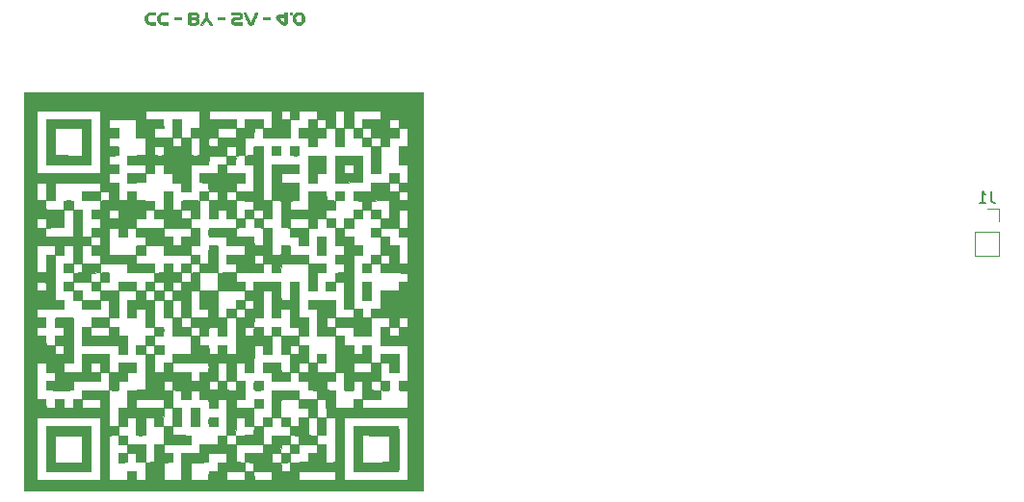
<source format=gbr>
G04 #@! TF.FileFunction,Legend,Bot*
%FSLAX46Y46*%
G04 Gerber Fmt 4.6, Leading zero omitted, Abs format (unit mm)*
G04 Created by KiCad (PCBNEW 4.0.7) date Sun Apr  1 16:38:54 2018*
%MOMM*%
%LPD*%
G01*
G04 APERTURE LIST*
%ADD10C,0.100000*%
%ADD11C,0.120000*%
%ADD12C,0.010000*%
%ADD13C,0.150000*%
G04 APERTURE END LIST*
D10*
D11*
X159260000Y-62660000D02*
X157140000Y-62660000D01*
X159260000Y-60600000D02*
X159260000Y-62660000D01*
X157140000Y-60600000D02*
X157140000Y-62660000D01*
X159260000Y-60600000D02*
X157140000Y-60600000D01*
X159260000Y-59600000D02*
X159260000Y-58540000D01*
X159260000Y-58540000D02*
X158200000Y-58540000D01*
D12*
G36*
X108600600Y-83300600D02*
X108600600Y-48299400D01*
X104866283Y-48299400D01*
X104866283Y-49861369D01*
X104873275Y-49890009D01*
X104874951Y-49909744D01*
X104876237Y-49951384D01*
X104877105Y-50011436D01*
X104877523Y-50086409D01*
X104877461Y-50172809D01*
X104876890Y-50267143D01*
X104876709Y-50286950D01*
X104873150Y-50655250D01*
X103292000Y-50661792D01*
X103292000Y-51449000D01*
X104079400Y-51449000D01*
X104079400Y-52236400D01*
X104464210Y-52236400D01*
X104583224Y-52236704D01*
X104678650Y-52237663D01*
X104752290Y-52239345D01*
X104805949Y-52241819D01*
X104841432Y-52245154D01*
X104860541Y-52249419D01*
X104864260Y-52251640D01*
X104868960Y-52264024D01*
X104872700Y-52291974D01*
X104875550Y-52337294D01*
X104877577Y-52401787D01*
X104878851Y-52487257D01*
X104879440Y-52595509D01*
X104879500Y-52651873D01*
X104879500Y-53036867D01*
X105270025Y-53033508D01*
X105660550Y-53030150D01*
X105663808Y-52649150D01*
X105664866Y-52539683D01*
X105666072Y-52452876D01*
X105667596Y-52385988D01*
X105669608Y-52336279D01*
X105672278Y-52301008D01*
X105675777Y-52277436D01*
X105680275Y-52262821D01*
X105685942Y-52254423D01*
X105688460Y-52252275D01*
X105702048Y-52247381D01*
X105729557Y-52243502D01*
X105773052Y-52240555D01*
X105834596Y-52238459D01*
X105916252Y-52237131D01*
X106020085Y-52236489D01*
X106088610Y-52236400D01*
X106467367Y-52236400D01*
X106464008Y-51845875D01*
X106460650Y-51455350D01*
X105673250Y-51442650D01*
X105673250Y-50667950D01*
X106070125Y-50664594D01*
X106185416Y-50663821D01*
X106277505Y-50663709D01*
X106348584Y-50664328D01*
X106400844Y-50665747D01*
X106436477Y-50668037D01*
X106457673Y-50671267D01*
X106466624Y-50675509D01*
X106467271Y-50677294D01*
X106467435Y-50693659D01*
X106467766Y-50732113D01*
X106468239Y-50789342D01*
X106468825Y-50862035D01*
X106469499Y-50946881D01*
X106470232Y-51040568D01*
X106470446Y-51068000D01*
X106473350Y-51442650D01*
X106854350Y-51445863D01*
X106950737Y-51446863D01*
X107039222Y-51448140D01*
X107116524Y-51449619D01*
X107179363Y-51451222D01*
X107224459Y-51452875D01*
X107248532Y-51454502D01*
X107251322Y-51455026D01*
X107254701Y-51461110D01*
X107257549Y-51477698D01*
X107259893Y-51506378D01*
X107261756Y-51548737D01*
X107263164Y-51606364D01*
X107264144Y-51680846D01*
X107264721Y-51773771D01*
X107264919Y-51886727D01*
X107264766Y-52021301D01*
X107264285Y-52179081D01*
X107264022Y-52245563D01*
X107260750Y-53030150D01*
X106879750Y-53033408D01*
X106770283Y-53034466D01*
X106683476Y-53035672D01*
X106616588Y-53037196D01*
X106566879Y-53039208D01*
X106531608Y-53041878D01*
X106508036Y-53045377D01*
X106493421Y-53049875D01*
X106485023Y-53055542D01*
X106482875Y-53058060D01*
X106479693Y-53074806D01*
X106476830Y-53114224D01*
X106474291Y-53173589D01*
X106472081Y-53250177D01*
X106470204Y-53341261D01*
X106468665Y-53444117D01*
X106467469Y-53556020D01*
X106466621Y-53674243D01*
X106466125Y-53796062D01*
X106465987Y-53918751D01*
X106466210Y-54039585D01*
X106466801Y-54155839D01*
X106467763Y-54264787D01*
X106469101Y-54363704D01*
X106470821Y-54449866D01*
X106472926Y-54520545D01*
X106475423Y-54573018D01*
X106478315Y-54604559D01*
X106480146Y-54612134D01*
X106484932Y-54619078D01*
X106492854Y-54624574D01*
X106506654Y-54628793D01*
X106529077Y-54631902D01*
X106562868Y-54634070D01*
X106610770Y-54635465D01*
X106675527Y-54636256D01*
X106759882Y-54636611D01*
X106866581Y-54636699D01*
X106880292Y-54636700D01*
X107267292Y-54636699D01*
X107264021Y-55427275D01*
X107260750Y-56217850D01*
X106473350Y-56230550D01*
X106473350Y-57005250D01*
X107260750Y-57017950D01*
X107260750Y-57805350D01*
X106473350Y-57805350D01*
X106460650Y-57017950D01*
X105673250Y-57005250D01*
X105669891Y-56614628D01*
X105666532Y-56224007D01*
X104876141Y-56227278D01*
X104085750Y-56230550D01*
X104082391Y-56620978D01*
X104079033Y-57011406D01*
X103294991Y-57014678D01*
X102510950Y-57017950D01*
X102510950Y-57805350D01*
X103285650Y-57818050D01*
X103289008Y-58208575D01*
X103292367Y-58599099D01*
X104079032Y-58599099D01*
X104082391Y-58208575D01*
X104085750Y-57818050D01*
X104876058Y-57814778D01*
X105666367Y-57811507D01*
X105673317Y-57840178D01*
X105674509Y-57857772D01*
X105675522Y-57898459D01*
X105676345Y-57959932D01*
X105676968Y-58039885D01*
X105677382Y-58136013D01*
X105677575Y-58246007D01*
X105677538Y-58367562D01*
X105677261Y-58498371D01*
X105676758Y-58630850D01*
X105673250Y-59392850D01*
X105276375Y-59396205D01*
X104879500Y-59399561D01*
X104879500Y-60186600D01*
X106467000Y-60186600D01*
X106467000Y-59400558D01*
X106467049Y-59238632D01*
X106467230Y-59100264D01*
X106467589Y-58983612D01*
X106468172Y-58886834D01*
X106469025Y-58808089D01*
X106470196Y-58745534D01*
X106471731Y-58697329D01*
X106473677Y-58661630D01*
X106476079Y-58636596D01*
X106478986Y-58620385D01*
X106482444Y-58611155D01*
X106486498Y-58607065D01*
X106487088Y-58606808D01*
X106505319Y-58604617D01*
X106544944Y-58602800D01*
X106601958Y-58601359D01*
X106672358Y-58600292D01*
X106752140Y-58599601D01*
X106837300Y-58599285D01*
X106923835Y-58599343D01*
X107007739Y-58599777D01*
X107085011Y-58600586D01*
X107151645Y-58601770D01*
X107203638Y-58603329D01*
X107236986Y-58605263D01*
X107247011Y-58606808D01*
X107251152Y-58610352D01*
X107254689Y-58618792D01*
X107257668Y-58633970D01*
X107260136Y-58657730D01*
X107262140Y-58691916D01*
X107263727Y-58738371D01*
X107264943Y-58798938D01*
X107265835Y-58875462D01*
X107266450Y-58969785D01*
X107266835Y-59083751D01*
X107267035Y-59219203D01*
X107267099Y-59377985D01*
X107267100Y-59399199D01*
X107267049Y-59560976D01*
X107266868Y-59699196D01*
X107266509Y-59815703D01*
X107265925Y-59912341D01*
X107265069Y-59990953D01*
X107263896Y-60053382D01*
X107262357Y-60101472D01*
X107260407Y-60137066D01*
X107257998Y-60162009D01*
X107255084Y-60178142D01*
X107251618Y-60187310D01*
X107247554Y-60191357D01*
X107247011Y-60191591D01*
X107229620Y-60193535D01*
X107190160Y-60195300D01*
X107131964Y-60196820D01*
X107058362Y-60198032D01*
X106972685Y-60198871D01*
X106878266Y-60199274D01*
X106846961Y-60199300D01*
X106467000Y-60199300D01*
X106467000Y-60578744D01*
X106467220Y-60691826D01*
X106467950Y-60781907D01*
X106469293Y-60851384D01*
X106471352Y-60902652D01*
X106474230Y-60938108D01*
X106478031Y-60960148D01*
X106482857Y-60971168D01*
X106483944Y-60972252D01*
X106502594Y-60977109D01*
X106546025Y-60981219D01*
X106614376Y-60984588D01*
X106707785Y-60987221D01*
X106826390Y-60989124D01*
X106880819Y-60989682D01*
X107260750Y-60993050D01*
X107260750Y-63367950D01*
X106473350Y-63367950D01*
X106460650Y-61793150D01*
X106080719Y-61789782D01*
X105952590Y-61788167D01*
X105849109Y-61785816D01*
X105770446Y-61782736D01*
X105716769Y-61778934D01*
X105688249Y-61774418D01*
X105684028Y-61772505D01*
X105678975Y-61762889D01*
X105674844Y-61741734D01*
X105671520Y-61706750D01*
X105668887Y-61655650D01*
X105666828Y-61586142D01*
X105665228Y-61495940D01*
X105663970Y-61382753D01*
X105663909Y-61375822D01*
X105660550Y-60993050D01*
X104879500Y-60986332D01*
X104879500Y-62574200D01*
X105265294Y-62574200D01*
X105378614Y-62574400D01*
X105468994Y-62575072D01*
X105538891Y-62576324D01*
X105590761Y-62578261D01*
X105627064Y-62580991D01*
X105650254Y-62584620D01*
X105662791Y-62589256D01*
X105665536Y-62591607D01*
X105670058Y-62606434D01*
X105673461Y-62639572D01*
X105675784Y-62692425D01*
X105677065Y-62766396D01*
X105677345Y-62862889D01*
X105676661Y-62983307D01*
X105676616Y-62988482D01*
X105673250Y-63367950D01*
X105276375Y-63371305D01*
X104879500Y-63374661D01*
X104879500Y-64161569D01*
X106070125Y-64164809D01*
X107260750Y-64168050D01*
X107260750Y-64955450D01*
X106874032Y-64958815D01*
X106756807Y-64960107D01*
X106663018Y-64961793D01*
X106590700Y-64963966D01*
X106537892Y-64966720D01*
X106502629Y-64970150D01*
X106482949Y-64974351D01*
X106477351Y-64977865D01*
X106474828Y-64994118D01*
X106472527Y-65032480D01*
X106470532Y-65089656D01*
X106468930Y-65162357D01*
X106467805Y-65247288D01*
X106467241Y-65341159D01*
X106467194Y-65371375D01*
X106467042Y-65466576D01*
X106466708Y-65553172D01*
X106466218Y-65628012D01*
X106465601Y-65687946D01*
X106464885Y-65729825D01*
X106464097Y-65750498D01*
X106463825Y-65752132D01*
X106450914Y-65752753D01*
X106414775Y-65753539D01*
X106357578Y-65754465D01*
X106281495Y-65755504D01*
X106188696Y-65756630D01*
X106081353Y-65757818D01*
X105961635Y-65759040D01*
X105831715Y-65760271D01*
X105693762Y-65761484D01*
X105673250Y-65761657D01*
X104885850Y-65768250D01*
X104873150Y-67343050D01*
X104085750Y-67355750D01*
X104082391Y-67746179D01*
X104079033Y-68136609D01*
X104876141Y-68139879D01*
X105673250Y-68143150D01*
X105676608Y-68533675D01*
X105679967Y-68924199D01*
X106466632Y-68924199D01*
X106469991Y-68533675D01*
X106473350Y-68143150D01*
X107260750Y-68143150D01*
X107260750Y-68930550D01*
X106473350Y-68943250D01*
X106469984Y-69329967D01*
X106468692Y-69447192D01*
X106467006Y-69540981D01*
X106464833Y-69613299D01*
X106462079Y-69666107D01*
X106458649Y-69701370D01*
X106454448Y-69721050D01*
X106450934Y-69726648D01*
X106433209Y-69729934D01*
X106394077Y-69732568D01*
X106337524Y-69734565D01*
X106267535Y-69735940D01*
X106188096Y-69736707D01*
X106103191Y-69736881D01*
X106016805Y-69736476D01*
X105932924Y-69735508D01*
X105855532Y-69733991D01*
X105788616Y-69731939D01*
X105736159Y-69729367D01*
X105702147Y-69726290D01*
X105691465Y-69723853D01*
X105684522Y-69719067D01*
X105679026Y-69711147D01*
X105674807Y-69697348D01*
X105671698Y-69674927D01*
X105669530Y-69641141D01*
X105668134Y-69593245D01*
X105667343Y-69528496D01*
X105666988Y-69444150D01*
X105666900Y-69337464D01*
X105666900Y-68936532D01*
X104885850Y-68943250D01*
X104885850Y-70518050D01*
X107260750Y-70530750D01*
X107260750Y-73693050D01*
X106879750Y-73696308D01*
X106770283Y-73697366D01*
X106683476Y-73698572D01*
X106616588Y-73700096D01*
X106566879Y-73702108D01*
X106531608Y-73704778D01*
X106508036Y-73708277D01*
X106493421Y-73712775D01*
X106485023Y-73718442D01*
X106482875Y-73720960D01*
X106477833Y-73734941D01*
X106473870Y-73763162D01*
X106470896Y-73807720D01*
X106468823Y-73870711D01*
X106467564Y-73954231D01*
X106467031Y-74060377D01*
X106467000Y-74099449D01*
X106467319Y-74213276D01*
X106468336Y-74303805D01*
X106470139Y-74373135D01*
X106472815Y-74423361D01*
X106476453Y-74456580D01*
X106481139Y-74474888D01*
X106482875Y-74477939D01*
X106489616Y-74484099D01*
X106501523Y-74489025D01*
X106521338Y-74492887D01*
X106551800Y-74495855D01*
X106595649Y-74498099D01*
X106655627Y-74499790D01*
X106734473Y-74501097D01*
X106834929Y-74502192D01*
X106879750Y-74502591D01*
X107260750Y-74505850D01*
X107260750Y-76080650D01*
X105276375Y-76083864D01*
X104486223Y-76085144D01*
X104486223Y-76874400D01*
X104749398Y-76874438D01*
X105005845Y-76874551D01*
X105254407Y-76874734D01*
X105493927Y-76874985D01*
X105723248Y-76875299D01*
X105941211Y-76875674D01*
X106146661Y-76876105D01*
X106338440Y-76876589D01*
X106515390Y-76877123D01*
X106676354Y-76877703D01*
X106820175Y-76878326D01*
X106945696Y-76878988D01*
X107051760Y-76879685D01*
X107137208Y-76880413D01*
X107200885Y-76881171D01*
X107241632Y-76881953D01*
X107258292Y-76882756D01*
X107258633Y-76882866D01*
X107259491Y-76896212D01*
X107260303Y-76933550D01*
X107261069Y-76993474D01*
X107261790Y-77074575D01*
X107262464Y-77175446D01*
X107263092Y-77294681D01*
X107263673Y-77430870D01*
X107264208Y-77582607D01*
X107264696Y-77748485D01*
X107265136Y-77927096D01*
X107265530Y-78117032D01*
X107265875Y-78316887D01*
X107266173Y-78525252D01*
X107266424Y-78740721D01*
X107266626Y-78961885D01*
X107266780Y-79187338D01*
X107266885Y-79415672D01*
X107266942Y-79645479D01*
X107266950Y-79875352D01*
X107266909Y-80103885D01*
X107266818Y-80329668D01*
X107266679Y-80551295D01*
X107266489Y-80767358D01*
X107266250Y-80976450D01*
X107265961Y-81177164D01*
X107265621Y-81368092D01*
X107265232Y-81547826D01*
X107264791Y-81714960D01*
X107264300Y-81868085D01*
X107263758Y-82005794D01*
X107263165Y-82126681D01*
X107262520Y-82229336D01*
X107261824Y-82312354D01*
X107261076Y-82374326D01*
X107260276Y-82413846D01*
X107259424Y-82429505D01*
X107259391Y-82429611D01*
X107256914Y-82431890D01*
X107250651Y-82433991D01*
X107239622Y-82435923D01*
X107222849Y-82437691D01*
X107199353Y-82439303D01*
X107168154Y-82440766D01*
X107128274Y-82442086D01*
X107078735Y-82443273D01*
X107018556Y-82444331D01*
X106946760Y-82445268D01*
X106862368Y-82446092D01*
X106764399Y-82446810D01*
X106651877Y-82447428D01*
X106523821Y-82447954D01*
X106379253Y-82448394D01*
X106217194Y-82448757D01*
X106036666Y-82449048D01*
X105836688Y-82449275D01*
X105616283Y-82449445D01*
X105374472Y-82449566D01*
X105110275Y-82449644D01*
X104822714Y-82449686D01*
X104510809Y-82449699D01*
X104484888Y-82449700D01*
X104172689Y-82449696D01*
X103884892Y-82449680D01*
X103620499Y-82449643D01*
X103378513Y-82449576D01*
X103157934Y-82449469D01*
X102957766Y-82449315D01*
X102777010Y-82449104D01*
X102614668Y-82448827D01*
X102469742Y-82448477D01*
X102341234Y-82448043D01*
X102228147Y-82447517D01*
X102129482Y-82446891D01*
X102044241Y-82446155D01*
X101971426Y-82445300D01*
X101910040Y-82444319D01*
X101859085Y-82443201D01*
X101817561Y-82441939D01*
X101784472Y-82440523D01*
X101758820Y-82438944D01*
X101739606Y-82437194D01*
X101725832Y-82435264D01*
X101716501Y-82433146D01*
X101710615Y-82430829D01*
X101707175Y-82428306D01*
X101705183Y-82425567D01*
X101704946Y-82425134D01*
X101703305Y-82409547D01*
X101701767Y-82370054D01*
X101700332Y-82308068D01*
X101698999Y-82225002D01*
X101697768Y-82122269D01*
X101696639Y-82001280D01*
X101695610Y-81863449D01*
X101694681Y-81710188D01*
X101693852Y-81542910D01*
X101693123Y-81363028D01*
X101692492Y-81171954D01*
X101691958Y-80971100D01*
X101691523Y-80761879D01*
X101691185Y-80545705D01*
X101690943Y-80323989D01*
X101690797Y-80098144D01*
X101690746Y-79869583D01*
X101690790Y-79639718D01*
X101690929Y-79409962D01*
X101691161Y-79181727D01*
X101691487Y-78956427D01*
X101691905Y-78735473D01*
X101692416Y-78520279D01*
X101693018Y-78312257D01*
X101693712Y-78112819D01*
X101694496Y-77923379D01*
X101695370Y-77745348D01*
X101696334Y-77580140D01*
X101697387Y-77429167D01*
X101698528Y-77293841D01*
X101699757Y-77175576D01*
X101701074Y-77075783D01*
X101702477Y-76995876D01*
X101703967Y-76937267D01*
X101705542Y-76901369D01*
X101707040Y-76889639D01*
X101714326Y-76887834D01*
X101732962Y-76886164D01*
X101763735Y-76884626D01*
X101807435Y-76883215D01*
X101864850Y-76881927D01*
X101936769Y-76880758D01*
X102023982Y-76879704D01*
X102127276Y-76878759D01*
X102247441Y-76877921D01*
X102385265Y-76877184D01*
X102541538Y-76876544D01*
X102717048Y-76875996D01*
X102912584Y-76875538D01*
X103128935Y-76875163D01*
X103366890Y-76874868D01*
X103627238Y-76874649D01*
X103910767Y-76874501D01*
X104218267Y-76874419D01*
X104486223Y-76874400D01*
X104486223Y-76085144D01*
X103292000Y-76087079D01*
X103292000Y-75299238D01*
X102502816Y-75305950D01*
X102498250Y-76080650D01*
X100902882Y-76080650D01*
X100904003Y-75304631D01*
X100904157Y-75140679D01*
X100904086Y-75000380D01*
X100903754Y-74881988D01*
X100903125Y-74783757D01*
X100902164Y-74703940D01*
X100900834Y-74640791D01*
X100899100Y-74592563D01*
X100896927Y-74557511D01*
X100894277Y-74533888D01*
X100891117Y-74519948D01*
X100887818Y-74514248D01*
X100870505Y-74509399D01*
X100830771Y-74505317D01*
X100767970Y-74501974D01*
X100681459Y-74499340D01*
X100570594Y-74497387D01*
X100490580Y-74496517D01*
X100110650Y-74493150D01*
X100110650Y-73705750D01*
X100490580Y-73702382D01*
X100619284Y-73700768D01*
X100722737Y-73698427D01*
X100801077Y-73695353D01*
X100854442Y-73691540D01*
X100882971Y-73686982D01*
X100887455Y-73684952D01*
X100892596Y-73675689D01*
X100896640Y-73655770D01*
X100899696Y-73622752D01*
X100901872Y-73574188D01*
X100903277Y-73507634D01*
X100904019Y-73420643D01*
X100904207Y-73310770D01*
X100904205Y-73307319D01*
X100903816Y-73213209D01*
X100902815Y-73127049D01*
X100901290Y-73052203D01*
X100899334Y-72992037D01*
X100897036Y-72949913D01*
X100894488Y-72929198D01*
X100893991Y-72927973D01*
X100886367Y-72924551D01*
X100867119Y-72921565D01*
X100834723Y-72918978D01*
X100787657Y-72916753D01*
X100724398Y-72914854D01*
X100643424Y-72913244D01*
X100543210Y-72911886D01*
X100422236Y-72910743D01*
X100278978Y-72909780D01*
X100111913Y-72908958D01*
X100103611Y-72908923D01*
X99323250Y-72905650D01*
X99319894Y-72508775D01*
X99316538Y-72111899D01*
X98923019Y-72111900D01*
X98529500Y-72111900D01*
X98529500Y-72498803D01*
X98529432Y-72608209D01*
X98529115Y-72694960D01*
X98528382Y-72761799D01*
X98527064Y-72811472D01*
X98524992Y-72846722D01*
X98521998Y-72870294D01*
X98517913Y-72884932D01*
X98512568Y-72893380D01*
X98505796Y-72898383D01*
X98504934Y-72898853D01*
X98484364Y-72902899D01*
X98440082Y-72906273D01*
X98373771Y-72908920D01*
X98287111Y-72910783D01*
X98181785Y-72911809D01*
X98104701Y-72911999D01*
X97729032Y-72911999D01*
X97732391Y-73302524D01*
X97735750Y-73693050D01*
X98126275Y-73696408D01*
X98223107Y-73697334D01*
X98311368Y-73698355D01*
X98387964Y-73699424D01*
X98449800Y-73700488D01*
X98493782Y-73701499D01*
X98516814Y-73702406D01*
X98519513Y-73702758D01*
X98520394Y-73715706D01*
X98521602Y-73750967D01*
X98523063Y-73805455D01*
X98524703Y-73876088D01*
X98526448Y-73959781D01*
X98528224Y-74053450D01*
X98529038Y-74099450D01*
X98535850Y-74493150D01*
X99310550Y-74505850D01*
X99313908Y-74896191D01*
X99317266Y-75286533D01*
X99707608Y-75289891D01*
X100097950Y-75293250D01*
X100110650Y-76868050D01*
X100898050Y-76880750D01*
X100898050Y-80843150D01*
X100501175Y-80846505D01*
X100104300Y-80849861D01*
X100104300Y-79274700D01*
X99710783Y-79274700D01*
X99317535Y-79274700D01*
X99317535Y-81637094D01*
X99561140Y-81637120D01*
X99780384Y-81637268D01*
X99976305Y-81637547D01*
X100149943Y-81637969D01*
X100302335Y-81638543D01*
X100434521Y-81639278D01*
X100547538Y-81640186D01*
X100642427Y-81641275D01*
X100720224Y-81642556D01*
X100781969Y-81644038D01*
X100828701Y-81645732D01*
X100861458Y-81647648D01*
X100881278Y-81649795D01*
X100889160Y-81652139D01*
X100893947Y-81664720D01*
X100897738Y-81693055D01*
X100900604Y-81738961D01*
X100902617Y-81804255D01*
X100903849Y-81890754D01*
X100904371Y-82000275D01*
X100904400Y-82038451D01*
X100904144Y-82133806D01*
X100903420Y-82221463D01*
X100902296Y-82298046D01*
X100900837Y-82360178D01*
X100899110Y-82404482D01*
X100897181Y-82427583D01*
X100896691Y-82429611D01*
X100893828Y-82432596D01*
X100886787Y-82435274D01*
X100874268Y-82437660D01*
X100854971Y-82439771D01*
X100827598Y-82441623D01*
X100790848Y-82443234D01*
X100743421Y-82444618D01*
X100684019Y-82445794D01*
X100611342Y-82446778D01*
X100524089Y-82447585D01*
X100420962Y-82448233D01*
X100300660Y-82448738D01*
X100161885Y-82449117D01*
X100003337Y-82449385D01*
X99823715Y-82449561D01*
X99621721Y-82449659D01*
X99396055Y-82449697D01*
X99316290Y-82449700D01*
X99073948Y-82449602D01*
X98849367Y-82449314D01*
X98643258Y-82448840D01*
X98456330Y-82448187D01*
X98289291Y-82447358D01*
X98142851Y-82446361D01*
X98017720Y-82445200D01*
X97914607Y-82443880D01*
X97834220Y-82442408D01*
X97777270Y-82440788D01*
X97744465Y-82439026D01*
X97736108Y-82437580D01*
X97734232Y-82422276D01*
X97732528Y-82384796D01*
X97731057Y-82328366D01*
X97729879Y-82256210D01*
X97729057Y-82171553D01*
X97728651Y-82077618D01*
X97728618Y-82041696D01*
X97728853Y-81927095D01*
X97729619Y-81835658D01*
X97731008Y-81765151D01*
X97733112Y-81713342D01*
X97736024Y-81677999D01*
X97739836Y-81656887D01*
X97744640Y-81647776D01*
X97744884Y-81647610D01*
X97759413Y-81646303D01*
X97797785Y-81645041D01*
X97858442Y-81643835D01*
X97939827Y-81642693D01*
X98040383Y-81641628D01*
X98158552Y-81640649D01*
X98292776Y-81639767D01*
X98441498Y-81638993D01*
X98603162Y-81638336D01*
X98776209Y-81637807D01*
X98959082Y-81637416D01*
X99150224Y-81637174D01*
X99317535Y-81637094D01*
X99317535Y-79274700D01*
X99317267Y-79274699D01*
X99313908Y-79665225D01*
X99310550Y-80055750D01*
X98529866Y-80062466D01*
X98523150Y-80843150D01*
X96935650Y-80855850D01*
X96922950Y-81643250D01*
X96135550Y-81643250D01*
X96132194Y-81246375D01*
X96128838Y-80849499D01*
X95735319Y-80849500D01*
X95341800Y-80849500D01*
X95341800Y-80062100D01*
X96128838Y-80062100D01*
X96135550Y-79268350D01*
X96922950Y-79255650D01*
X96922950Y-78480950D01*
X95348150Y-78480950D01*
X95335450Y-79268350D01*
X94554766Y-79275066D01*
X94548050Y-80055750D01*
X92960550Y-80068450D01*
X92960550Y-80843150D01*
X93747950Y-80855850D01*
X93751308Y-81246278D01*
X93754666Y-81636707D01*
X94545058Y-81639978D01*
X95335450Y-81643250D01*
X95335450Y-82443350D01*
X93760650Y-82443350D01*
X93747950Y-81655950D01*
X93357425Y-81652591D01*
X93260594Y-81651864D01*
X93172334Y-81651404D01*
X93095738Y-81651212D01*
X93033902Y-81651287D01*
X92989920Y-81651630D01*
X92966886Y-81652239D01*
X92964186Y-81652591D01*
X92963305Y-81665632D01*
X92962097Y-81700982D01*
X92960635Y-81755553D01*
X92958995Y-81826256D01*
X92957250Y-81910004D01*
X92955474Y-82003708D01*
X92954661Y-82049650D01*
X92947850Y-82443350D01*
X91373050Y-82443350D01*
X91373050Y-81643250D01*
X92163808Y-81639978D01*
X92954566Y-81636707D01*
X92951208Y-81246278D01*
X92947850Y-80855850D01*
X92160450Y-80843150D01*
X92153906Y-79275066D01*
X91373050Y-79268350D01*
X91369693Y-78871291D01*
X91366337Y-78474233D01*
X90975993Y-78477591D01*
X90585650Y-78480950D01*
X90582291Y-78871475D01*
X90581365Y-78968319D01*
X90580343Y-79056605D01*
X90579275Y-79133234D01*
X90578211Y-79195110D01*
X90577200Y-79239136D01*
X90576293Y-79262215D01*
X90575941Y-79264934D01*
X90563064Y-79265553D01*
X90526952Y-79266337D01*
X90469770Y-79267260D01*
X90393682Y-79268295D01*
X90300854Y-79269418D01*
X90193449Y-79270601D01*
X90073632Y-79271820D01*
X89943569Y-79273048D01*
X89805422Y-79274258D01*
X89781484Y-79274459D01*
X89779567Y-79274474D01*
X89779567Y-80062100D01*
X91366700Y-80062100D01*
X91366700Y-80849132D01*
X90585650Y-80855850D01*
X90572950Y-81643250D01*
X90183756Y-81646606D01*
X89794562Y-81649963D01*
X89786556Y-81681862D01*
X89784498Y-81702611D01*
X89782712Y-81745149D01*
X89781262Y-81805865D01*
X89780213Y-81881148D01*
X89779630Y-81967389D01*
X89779577Y-82060976D01*
X89779599Y-82069072D01*
X89779602Y-82161894D01*
X89779086Y-82246571D01*
X89778114Y-82319733D01*
X89776747Y-82378011D01*
X89775048Y-82418036D01*
X89773079Y-82436440D01*
X89772824Y-82437040D01*
X89758325Y-82439925D01*
X89718967Y-82442455D01*
X89655291Y-82444622D01*
X89567837Y-82446416D01*
X89457143Y-82447830D01*
X89323751Y-82448854D01*
X89168198Y-82449480D01*
X88991026Y-82449699D01*
X88985147Y-82449700D01*
X88825042Y-82449678D01*
X88688436Y-82449573D01*
X88573425Y-82449328D01*
X88478109Y-82448881D01*
X88400586Y-82448175D01*
X88338952Y-82447151D01*
X88291307Y-82445750D01*
X88255749Y-82443912D01*
X88230375Y-82441580D01*
X88213284Y-82438693D01*
X88202574Y-82435194D01*
X88196343Y-82431022D01*
X88192689Y-82426120D01*
X88192146Y-82425134D01*
X88189746Y-82408233D01*
X88187574Y-82368726D01*
X88185635Y-82309325D01*
X88183933Y-82232740D01*
X88182474Y-82141682D01*
X88181261Y-82038863D01*
X88180301Y-81926993D01*
X88179597Y-81808784D01*
X88179155Y-81686946D01*
X88178978Y-81564191D01*
X88179073Y-81443229D01*
X88179443Y-81326772D01*
X88180094Y-81217530D01*
X88181030Y-81118215D01*
X88182256Y-81031537D01*
X88183776Y-80960208D01*
X88185596Y-80906939D01*
X88187720Y-80874439D01*
X88189408Y-80865472D01*
X88197014Y-80862064D01*
X88216225Y-80859087D01*
X88248557Y-80856507D01*
X88295530Y-80854287D01*
X88358659Y-80852390D01*
X88439462Y-80850781D01*
X88539458Y-80849423D01*
X88660163Y-80848279D01*
X88803095Y-80847314D01*
X88969771Y-80846491D01*
X88986139Y-80846422D01*
X89772850Y-80843150D01*
X89776208Y-80452625D01*
X89779567Y-80062100D01*
X89779567Y-79274474D01*
X88990018Y-79281050D01*
X88985450Y-80055750D01*
X87397950Y-80068450D01*
X87394709Y-81259075D01*
X87391469Y-82449700D01*
X85817283Y-82449700D01*
X85810359Y-82421125D01*
X85809175Y-82403569D01*
X85808169Y-82362909D01*
X85807351Y-82301441D01*
X85806731Y-82221461D01*
X85806319Y-82125263D01*
X85806124Y-82015144D01*
X85806156Y-81893399D01*
X85806425Y-81762323D01*
X85806942Y-81624213D01*
X85806942Y-81624200D01*
X85810450Y-80855850D01*
X86597850Y-80843150D01*
X86597850Y-80068450D01*
X85810450Y-80055750D01*
X85803732Y-79274700D01*
X85410313Y-79274700D01*
X85016893Y-79274699D01*
X85013621Y-80058925D01*
X85010350Y-80843150D01*
X84222950Y-80855850D01*
X84216359Y-81649600D01*
X84215155Y-81789107D01*
X84213930Y-81920906D01*
X84212710Y-82042832D01*
X84211520Y-82152725D01*
X84210387Y-82248421D01*
X84209336Y-82327759D01*
X84208392Y-82388577D01*
X84207583Y-82428713D01*
X84206933Y-82446004D01*
X84206834Y-82446525D01*
X84193897Y-82447316D01*
X84158675Y-82448035D01*
X84104284Y-82448656D01*
X84033840Y-82449155D01*
X83950458Y-82449506D01*
X83857253Y-82449683D01*
X83817908Y-82449700D01*
X83707600Y-82449574D01*
X83620056Y-82449108D01*
X83552639Y-82448168D01*
X83502714Y-82446618D01*
X83467644Y-82444324D01*
X83444795Y-82441152D01*
X83431530Y-82436966D01*
X83425213Y-82431634D01*
X83424208Y-82429611D01*
X83422264Y-82412221D01*
X83420500Y-82372762D01*
X83418980Y-82314564D01*
X83417768Y-82240957D01*
X83416929Y-82155273D01*
X83416526Y-82060841D01*
X83416500Y-82029377D01*
X83416500Y-81649232D01*
X82635450Y-81655950D01*
X82622750Y-82443350D01*
X81841700Y-82446658D01*
X81680868Y-82447300D01*
X81543544Y-82447729D01*
X81427835Y-82447902D01*
X81331848Y-82447775D01*
X81253692Y-82447306D01*
X81191473Y-82446450D01*
X81143300Y-82445163D01*
X81107280Y-82443404D01*
X81081522Y-82441127D01*
X81064132Y-82438290D01*
X81053219Y-82434849D01*
X81046889Y-82430761D01*
X81044775Y-82428356D01*
X81042571Y-82420568D01*
X81040568Y-82402811D01*
X81038757Y-82374078D01*
X81037131Y-82333361D01*
X81035682Y-82279652D01*
X81034400Y-82211942D01*
X81033280Y-82129225D01*
X81032311Y-82030491D01*
X81031487Y-81914733D01*
X81030800Y-81780943D01*
X81030240Y-81628113D01*
X81029801Y-81455235D01*
X81029475Y-81261301D01*
X81029253Y-81045304D01*
X81029127Y-80806234D01*
X81029089Y-80543085D01*
X81029094Y-80456547D01*
X81029183Y-80235797D01*
X81029402Y-80021872D01*
X81029742Y-79816162D01*
X81030196Y-79620054D01*
X81030756Y-79434936D01*
X81031415Y-79262195D01*
X81032165Y-79103219D01*
X81032999Y-78959395D01*
X81033910Y-78832112D01*
X81034889Y-78722757D01*
X81035929Y-78632717D01*
X81037022Y-78563381D01*
X81038162Y-78516136D01*
X81039339Y-78492370D01*
X81039801Y-78489775D01*
X81048097Y-78484809D01*
X81067535Y-78480903D01*
X81100459Y-78477959D01*
X81149215Y-78475880D01*
X81216147Y-78474570D01*
X81303598Y-78473931D01*
X81413913Y-78473866D01*
X81423782Y-78473883D01*
X81519201Y-78473715D01*
X81606708Y-78472907D01*
X81682984Y-78471541D01*
X81744712Y-78469699D01*
X81788573Y-78467466D01*
X81811251Y-78464922D01*
X81813314Y-78464191D01*
X81818038Y-78455620D01*
X81821678Y-78435253D01*
X81824305Y-78400856D01*
X81825989Y-78350195D01*
X81826804Y-78281036D01*
X81826820Y-78191147D01*
X81826108Y-78078294D01*
X81826014Y-78067333D01*
X81822650Y-77680850D01*
X81442719Y-77677482D01*
X81314015Y-77675868D01*
X81210562Y-77673527D01*
X81132222Y-77670453D01*
X81078857Y-77666640D01*
X81050328Y-77662082D01*
X81045844Y-77660052D01*
X81043277Y-77654259D01*
X81040970Y-77640559D01*
X81038912Y-77617747D01*
X81037090Y-77584616D01*
X81035491Y-77539958D01*
X81034101Y-77482567D01*
X81032908Y-77411236D01*
X81031899Y-77324758D01*
X81031062Y-77221927D01*
X81030382Y-77101534D01*
X81029848Y-76962374D01*
X81029447Y-76803239D01*
X81029165Y-76622924D01*
X81028990Y-76420220D01*
X81028909Y-76193921D01*
X81028900Y-76072679D01*
X81028900Y-74499369D01*
X79844625Y-74502609D01*
X78660350Y-74505850D01*
X78656991Y-74896278D01*
X78653633Y-75286707D01*
X79444391Y-75289978D01*
X80235150Y-75293250D01*
X80235150Y-76080650D01*
X78685236Y-76087062D01*
X78685236Y-76876680D01*
X78903488Y-76876691D01*
X79109264Y-76876758D01*
X79301402Y-76876878D01*
X79478742Y-76877052D01*
X79640120Y-76877277D01*
X79784375Y-76877554D01*
X79910345Y-76877879D01*
X80016869Y-76878253D01*
X80102785Y-76878674D01*
X80166931Y-76879141D01*
X80208145Y-76879653D01*
X80225266Y-76880209D01*
X80225653Y-76880281D01*
X80227502Y-76885449D01*
X80229199Y-76900056D01*
X80230749Y-76924953D01*
X80232155Y-76960992D01*
X80233421Y-77009022D01*
X80234551Y-77069895D01*
X80235548Y-77144461D01*
X80236418Y-77233572D01*
X80237163Y-77338079D01*
X80237787Y-77458832D01*
X80238295Y-77596682D01*
X80238690Y-77752480D01*
X80238976Y-77927077D01*
X80239158Y-78121324D01*
X80239238Y-78336072D01*
X80239220Y-78572171D01*
X80239110Y-78830473D01*
X80238910Y-79111828D01*
X80238624Y-79417087D01*
X80238353Y-79664837D01*
X80235150Y-82443350D01*
X74685250Y-82443350D01*
X74685250Y-76880750D01*
X77447500Y-76877494D01*
X77710704Y-76877211D01*
X77967242Y-76876989D01*
X78215951Y-76876828D01*
X78455669Y-76876725D01*
X78685236Y-76876680D01*
X78685236Y-76087062D01*
X78654000Y-76087192D01*
X78654000Y-75299600D01*
X78260483Y-75299600D01*
X77866967Y-75299599D01*
X77863608Y-75690125D01*
X77860250Y-76080650D01*
X77473724Y-76084014D01*
X77376933Y-76084508D01*
X77288298Y-76084293D01*
X77211019Y-76083428D01*
X77148294Y-76081976D01*
X77103322Y-76079996D01*
X77079300Y-76077549D01*
X77076300Y-76076480D01*
X77073473Y-76061479D01*
X77070744Y-76024308D01*
X77068224Y-75968194D01*
X77066026Y-75896368D01*
X77064261Y-75812059D01*
X77063042Y-75718496D01*
X77062776Y-75685766D01*
X77060150Y-75305950D01*
X76272750Y-75305950D01*
X76269391Y-75696655D01*
X76266032Y-76087361D01*
X75869341Y-76084005D01*
X75472650Y-76080650D01*
X75469291Y-75690308D01*
X75465933Y-75299966D01*
X75075591Y-75296608D01*
X74685250Y-75293250D01*
X74682025Y-73702393D01*
X74678801Y-72111537D01*
X75075725Y-72114893D01*
X75472650Y-72118250D01*
X75476008Y-72508591D01*
X75479366Y-72898933D01*
X75869708Y-72902291D01*
X76260050Y-72905650D01*
X76263414Y-73292175D01*
X76263908Y-73388966D01*
X76263693Y-73477601D01*
X76262828Y-73554880D01*
X76261376Y-73617605D01*
X76259396Y-73662577D01*
X76256949Y-73686599D01*
X76255880Y-73689599D01*
X76240879Y-73692426D01*
X76203708Y-73695155D01*
X76147594Y-73697675D01*
X76075768Y-73699873D01*
X75991459Y-73701638D01*
X75897896Y-73702857D01*
X75865166Y-73703123D01*
X75485350Y-73705750D01*
X75485350Y-74493150D01*
X76659398Y-74496391D01*
X76842049Y-74496774D01*
X77014300Y-74496897D01*
X77174624Y-74496769D01*
X77321496Y-74496402D01*
X77453389Y-74495805D01*
X77568777Y-74494988D01*
X77666133Y-74493964D01*
X77743930Y-74492740D01*
X77800643Y-74491330D01*
X77834744Y-74489741D01*
X77844778Y-74488301D01*
X77847665Y-74473110D01*
X77850167Y-74435870D01*
X77852196Y-74379928D01*
X77853663Y-74308635D01*
X77854479Y-74225338D01*
X77854555Y-74133386D01*
X77854506Y-74120956D01*
X77854374Y-74026769D01*
X77854805Y-73939573D01*
X77855738Y-73862987D01*
X77857111Y-73800628D01*
X77858863Y-73756112D01*
X77860931Y-73733058D01*
X77861128Y-73732171D01*
X77869353Y-73699400D01*
X79047718Y-73699400D01*
X79248503Y-73699369D01*
X79425390Y-73699260D01*
X79579883Y-73699047D01*
X79713483Y-73698705D01*
X79827692Y-73698208D01*
X79924014Y-73697532D01*
X80003950Y-73696649D01*
X80069004Y-73695536D01*
X80120676Y-73694166D01*
X80160470Y-73692515D01*
X80189889Y-73690556D01*
X80210434Y-73688264D01*
X80223608Y-73685614D01*
X80230914Y-73682580D01*
X80233791Y-73679311D01*
X80235751Y-73661880D01*
X80237528Y-73622413D01*
X80239055Y-73564273D01*
X80240267Y-73490824D01*
X80241098Y-73405429D01*
X80241481Y-73311451D01*
X80241500Y-73285611D01*
X80241500Y-72912000D01*
X79855705Y-72912000D01*
X79742385Y-72911799D01*
X79652005Y-72911127D01*
X79582108Y-72909875D01*
X79530238Y-72907938D01*
X79493935Y-72905208D01*
X79470745Y-72901579D01*
X79458208Y-72896943D01*
X79455463Y-72894592D01*
X79450941Y-72879765D01*
X79447538Y-72846627D01*
X79445215Y-72793774D01*
X79443934Y-72719803D01*
X79443654Y-72623310D01*
X79444338Y-72502892D01*
X79444383Y-72497717D01*
X79447750Y-72118250D01*
X80241500Y-72111538D01*
X80241500Y-72899300D01*
X81028900Y-72899300D01*
X81028900Y-71324369D01*
X79844625Y-71327609D01*
X78660350Y-71330850D01*
X78647650Y-72905650D01*
X77870779Y-72908922D01*
X77705894Y-72909527D01*
X77564691Y-72909831D01*
X77445452Y-72909804D01*
X77346460Y-72909417D01*
X77265997Y-72908639D01*
X77202347Y-72907442D01*
X77153791Y-72905797D01*
X77118614Y-72903673D01*
X77095098Y-72901041D01*
X77081524Y-72897873D01*
X77077029Y-72895329D01*
X77072079Y-72885550D01*
X77068264Y-72865670D01*
X77065505Y-72833254D01*
X77063718Y-72785867D01*
X77062824Y-72721073D01*
X77062742Y-72636437D01*
X77063388Y-72529525D01*
X77063688Y-72495362D01*
X77067227Y-72112260D01*
X77854225Y-72105550D01*
X77854105Y-70132731D01*
X77854046Y-69910783D01*
X77853901Y-69695712D01*
X77853674Y-69488894D01*
X77853370Y-69291703D01*
X77852995Y-69105515D01*
X77852553Y-68931704D01*
X77852050Y-68771645D01*
X77851490Y-68626713D01*
X77850878Y-68498283D01*
X77850220Y-68387730D01*
X77849521Y-68296428D01*
X77848785Y-68225753D01*
X77848018Y-68177079D01*
X77847225Y-68151782D01*
X77846843Y-68148356D01*
X77833184Y-68146197D01*
X77796791Y-68144264D01*
X77740329Y-68142557D01*
X77666462Y-68141079D01*
X77577856Y-68139831D01*
X77477174Y-68138814D01*
X77367083Y-68138031D01*
X77250246Y-68137483D01*
X77129329Y-68137172D01*
X77006997Y-68137099D01*
X76885914Y-68137266D01*
X76768745Y-68137675D01*
X76658155Y-68138327D01*
X76556809Y-68139224D01*
X76467372Y-68140367D01*
X76392508Y-68141759D01*
X76334882Y-68143401D01*
X76297160Y-68145294D01*
X76282082Y-68147387D01*
X76277322Y-68155939D01*
X76273664Y-68176319D01*
X76271036Y-68210780D01*
X76269364Y-68261570D01*
X76268575Y-68330942D01*
X76268596Y-68421145D01*
X76269353Y-68534430D01*
X76269382Y-68537718D01*
X76272750Y-68917850D01*
X76652680Y-68921217D01*
X76781384Y-68922831D01*
X76884837Y-68925172D01*
X76963177Y-68928246D01*
X77016542Y-68932059D01*
X77045071Y-68936617D01*
X77049555Y-68938647D01*
X77054820Y-68955424D01*
X77059213Y-68993700D01*
X77062733Y-69049588D01*
X77065379Y-69119203D01*
X77067153Y-69198657D01*
X77068054Y-69284066D01*
X77068082Y-69371543D01*
X77067237Y-69457201D01*
X77065519Y-69537154D01*
X77062929Y-69607517D01*
X77059465Y-69664402D01*
X77055128Y-69703924D01*
X77049919Y-69722197D01*
X77049555Y-69722552D01*
X77030905Y-69727409D01*
X76987474Y-69731519D01*
X76919123Y-69734888D01*
X76825714Y-69737521D01*
X76707109Y-69739424D01*
X76652680Y-69739982D01*
X76272750Y-69743350D01*
X76272750Y-70518050D01*
X77060150Y-70530750D01*
X77060150Y-71318150D01*
X76272750Y-71318150D01*
X76260050Y-70530750D01*
X75869525Y-70527391D01*
X75772692Y-70526465D01*
X75684431Y-70525444D01*
X75607835Y-70524375D01*
X75545999Y-70523311D01*
X75502017Y-70522300D01*
X75478985Y-70521393D01*
X75476286Y-70521041D01*
X75475402Y-70508092D01*
X75474188Y-70472841D01*
X75472721Y-70418381D01*
X75471074Y-70347806D01*
X75469323Y-70264210D01*
X75467542Y-70170688D01*
X75466761Y-70126792D01*
X75459950Y-69735534D01*
X75076102Y-69736609D01*
X74692255Y-69737684D01*
X74685195Y-69708767D01*
X74683515Y-69689019D01*
X74682218Y-69647333D01*
X74681335Y-69587171D01*
X74680896Y-69511992D01*
X74680931Y-69425256D01*
X74681469Y-69330424D01*
X74681692Y-69305200D01*
X74685250Y-68930550D01*
X75466300Y-68923832D01*
X75466300Y-68136800D01*
X74678900Y-68136800D01*
X74678900Y-67349400D01*
X75857459Y-67349400D01*
X76068481Y-67349323D01*
X76255284Y-67349083D01*
X76419049Y-67348664D01*
X76560956Y-67348052D01*
X76682186Y-67347231D01*
X76783920Y-67346186D01*
X76867337Y-67344903D01*
X76933620Y-67343366D01*
X76983947Y-67341560D01*
X77019501Y-67339469D01*
X77041462Y-67337080D01*
X77051009Y-67334377D01*
X77051259Y-67334160D01*
X77055451Y-67317748D01*
X77059028Y-67280079D01*
X77061977Y-67225020D01*
X77064285Y-67156437D01*
X77065939Y-67078197D01*
X77066928Y-66994166D01*
X77067236Y-66908211D01*
X77066853Y-66824198D01*
X77065764Y-66745993D01*
X77063957Y-66677463D01*
X77061419Y-66622474D01*
X77058138Y-66584894D01*
X77054099Y-66568587D01*
X77053814Y-66568359D01*
X77038257Y-66566357D01*
X77000669Y-66564622D01*
X76944422Y-66563213D01*
X76872885Y-66562194D01*
X76789428Y-66561626D01*
X76697419Y-66561572D01*
X76685918Y-66561603D01*
X76591874Y-66561604D01*
X76504858Y-66561064D01*
X76428485Y-66560049D01*
X76366368Y-66558622D01*
X76322122Y-66556850D01*
X76299362Y-66554797D01*
X76298553Y-66554616D01*
X76266399Y-66546546D01*
X76266399Y-64566723D01*
X76266400Y-62586900D01*
X75479193Y-62586900D01*
X75475921Y-63371125D01*
X75472650Y-64155350D01*
X75123161Y-64158304D01*
X75123161Y-64947643D01*
X75207865Y-64948284D01*
X75286635Y-64949792D01*
X75355555Y-64952177D01*
X75410712Y-64955451D01*
X75448188Y-64959625D01*
X75463760Y-64964340D01*
X75467586Y-64980457D01*
X75470921Y-65018100D01*
X75473741Y-65073399D01*
X75476023Y-65142482D01*
X75477744Y-65221481D01*
X75478881Y-65306524D01*
X75479411Y-65393741D01*
X75479310Y-65479263D01*
X75478557Y-65559219D01*
X75477128Y-65629739D01*
X75474999Y-65686952D01*
X75472148Y-65726989D01*
X75468552Y-65745979D01*
X75468413Y-65746214D01*
X75459905Y-65750938D01*
X75439605Y-65754577D01*
X75405282Y-65757203D01*
X75354701Y-65758888D01*
X75285629Y-65759704D01*
X75195833Y-65759721D01*
X75083080Y-65759011D01*
X75071733Y-65758914D01*
X74685250Y-65755550D01*
X74681886Y-65369728D01*
X74681168Y-65247346D01*
X74681392Y-65148947D01*
X74682597Y-65073131D01*
X74684820Y-65018498D01*
X74688100Y-64983649D01*
X74692476Y-64967182D01*
X74692966Y-64966503D01*
X74709580Y-64961385D01*
X74747667Y-64957056D01*
X74803312Y-64953528D01*
X74872599Y-64950811D01*
X74951613Y-64948918D01*
X75036439Y-64947858D01*
X75123161Y-64947643D01*
X75123161Y-64158304D01*
X75075775Y-64158705D01*
X74678900Y-64162061D01*
X74678900Y-62988169D01*
X74678981Y-62817361D01*
X74679219Y-62653592D01*
X74679600Y-62498671D01*
X74680114Y-62354407D01*
X74680749Y-62222609D01*
X74681493Y-62105085D01*
X74682334Y-62003647D01*
X74683261Y-61920101D01*
X74684261Y-61856258D01*
X74685325Y-61813926D01*
X74686438Y-61794915D01*
X74686608Y-61794188D01*
X74690172Y-61790011D01*
X74698649Y-61786451D01*
X74713901Y-61783460D01*
X74737788Y-61780991D01*
X74772172Y-61778995D01*
X74818913Y-61777425D01*
X74879873Y-61776234D01*
X74956913Y-61775375D01*
X75051893Y-61774798D01*
X75166675Y-61774458D01*
X75303120Y-61774305D01*
X75463089Y-61774294D01*
X75464483Y-61774294D01*
X75602299Y-61774489D01*
X75732722Y-61774984D01*
X75853508Y-61775749D01*
X75962415Y-61776756D01*
X76057198Y-61777976D01*
X76135616Y-61779379D01*
X76195426Y-61780937D01*
X76234383Y-61782620D01*
X76250246Y-61784401D01*
X76250334Y-61784451D01*
X76255141Y-61794227D01*
X76259110Y-61818188D01*
X76262336Y-61858296D01*
X76264914Y-61916514D01*
X76266937Y-61994806D01*
X76268500Y-62095134D01*
X76269384Y-62181132D01*
X76272750Y-62567850D01*
X76659233Y-62571214D01*
X76774161Y-62571986D01*
X76865931Y-62572037D01*
X76936776Y-62571296D01*
X76988930Y-62569692D01*
X77024625Y-62567153D01*
X77046094Y-62563608D01*
X77055572Y-62558985D01*
X77055913Y-62558514D01*
X77058526Y-62542118D01*
X77060905Y-62503662D01*
X77062959Y-62446487D01*
X77064599Y-62373934D01*
X77065734Y-62289342D01*
X77066274Y-62196052D01*
X77066305Y-62173514D01*
X77066690Y-62056890D01*
X77067759Y-61963850D01*
X77069584Y-61892582D01*
X77072238Y-61841279D01*
X77075793Y-61808130D01*
X77080323Y-61791327D01*
X77081740Y-61789339D01*
X77098461Y-61784990D01*
X77136629Y-61781316D01*
X77192297Y-61778329D01*
X77261520Y-61776040D01*
X77340352Y-61774459D01*
X77424849Y-61773598D01*
X77511063Y-61773466D01*
X77595051Y-61774076D01*
X77672866Y-61775437D01*
X77740564Y-61777562D01*
X77794198Y-61780460D01*
X77829822Y-61784142D01*
X77842034Y-61787246D01*
X77847056Y-61790619D01*
X77851343Y-61796209D01*
X77854952Y-61805911D01*
X77857943Y-61821616D01*
X77860373Y-61845218D01*
X77862300Y-61878611D01*
X77863783Y-61923686D01*
X77864879Y-61982338D01*
X77865647Y-62056458D01*
X77866145Y-62147941D01*
X77866431Y-62258680D01*
X77866563Y-62390566D01*
X77866599Y-62545494D01*
X77866600Y-62587346D01*
X77866600Y-63374300D01*
X78653809Y-63374300D01*
X78657079Y-62577375D01*
X78660350Y-61780450D01*
X79441400Y-61773732D01*
X79441400Y-60987067D01*
X79050875Y-60983708D01*
X78660350Y-60980350D01*
X78657109Y-59796075D01*
X78653869Y-58611800D01*
X77866730Y-58611800D01*
X77860250Y-60980350D01*
X76673590Y-60983590D01*
X76465469Y-60984095D01*
X76281449Y-60984396D01*
X76120232Y-60984478D01*
X75980519Y-60984329D01*
X75861013Y-60983934D01*
X75760415Y-60983280D01*
X75677427Y-60982352D01*
X75610751Y-60981137D01*
X75559088Y-60979622D01*
X75521140Y-60977792D01*
X75495610Y-60975634D01*
X75481198Y-60973134D01*
X75476809Y-60970890D01*
X75474245Y-60954569D01*
X75471907Y-60916144D01*
X75469881Y-60858911D01*
X75468254Y-60786166D01*
X75467112Y-60701204D01*
X75466541Y-60607323D01*
X75466494Y-60577308D01*
X75466300Y-60199667D01*
X75075775Y-60196308D01*
X74685250Y-60192950D01*
X74685250Y-59405550D01*
X75472650Y-59405550D01*
X75476008Y-59796171D01*
X75479367Y-60186792D01*
X76269758Y-60183521D01*
X77060150Y-60180250D01*
X77060150Y-58618150D01*
X75481912Y-58611608D01*
X75474279Y-58583129D01*
X75472321Y-58563464D01*
X75470538Y-58521873D01*
X75468995Y-58461831D01*
X75467763Y-58386811D01*
X75466907Y-58300289D01*
X75466497Y-58205738D01*
X75466473Y-58183358D01*
X75466300Y-57812067D01*
X75075775Y-57808708D01*
X74685250Y-57805350D01*
X74685250Y-56217850D01*
X75472650Y-56217850D01*
X75485350Y-57805350D01*
X75858464Y-57808719D01*
X75978824Y-57809441D01*
X76075209Y-57809181D01*
X76149024Y-57807900D01*
X76201676Y-57805558D01*
X76234571Y-57802115D01*
X76248989Y-57797639D01*
X76252657Y-57790938D01*
X76255792Y-57776220D01*
X76258434Y-57751738D01*
X76260621Y-57715745D01*
X76262391Y-57666493D01*
X76263782Y-57602234D01*
X76264832Y-57521222D01*
X76265581Y-57421708D01*
X76266067Y-57301946D01*
X76266326Y-57160188D01*
X76266399Y-57003936D01*
X76266400Y-56224683D01*
X76294975Y-56217789D01*
X76310717Y-56217032D01*
X76350462Y-56216343D01*
X76412814Y-56215723D01*
X76496374Y-56215177D01*
X76599747Y-56214704D01*
X76721535Y-56214310D01*
X76860341Y-56213995D01*
X77014769Y-56213762D01*
X77183420Y-56213613D01*
X77364900Y-56213552D01*
X77557810Y-56213579D01*
X77760753Y-56213699D01*
X77972333Y-56213913D01*
X78191153Y-56214223D01*
X78279350Y-56214373D01*
X80235150Y-56217850D01*
X80247850Y-57005250D01*
X80634567Y-57008615D01*
X80751792Y-57009907D01*
X80845581Y-57011593D01*
X80917899Y-57013766D01*
X80970707Y-57016520D01*
X81005970Y-57019950D01*
X81025650Y-57024151D01*
X81031248Y-57027665D01*
X81034035Y-57044463D01*
X81036354Y-57082725D01*
X81038206Y-57138521D01*
X81039590Y-57207919D01*
X81040506Y-57286988D01*
X81040955Y-57371796D01*
X81040936Y-57458412D01*
X81040450Y-57542905D01*
X81039496Y-57621344D01*
X81038075Y-57689798D01*
X81036185Y-57744335D01*
X81033829Y-57781024D01*
X81031248Y-57795634D01*
X81021472Y-57800441D01*
X80997511Y-57804410D01*
X80957403Y-57807636D01*
X80899185Y-57810214D01*
X80820893Y-57812237D01*
X80720565Y-57813800D01*
X80634567Y-57814684D01*
X80247850Y-57818050D01*
X80235150Y-58605450D01*
X79844625Y-58608808D01*
X79454100Y-58612167D01*
X79454100Y-59399200D01*
X80241500Y-59399200D01*
X80241499Y-59791541D01*
X80241377Y-59902834D01*
X80240922Y-59991343D01*
X80240002Y-60059681D01*
X80238488Y-60110462D01*
X80236246Y-60146301D01*
X80233147Y-60169813D01*
X80229059Y-60183610D01*
X80223851Y-60190309D01*
X80221411Y-60191591D01*
X80203980Y-60193551D01*
X80164513Y-60195328D01*
X80106373Y-60196855D01*
X80032924Y-60198067D01*
X79947529Y-60198898D01*
X79853551Y-60199281D01*
X79827711Y-60199300D01*
X79454100Y-60199300D01*
X79454100Y-60986332D01*
X80235150Y-60993050D01*
X80235150Y-61780450D01*
X79844625Y-61783808D01*
X79454100Y-61787167D01*
X79454100Y-62573832D01*
X80235150Y-62580550D01*
X80247850Y-63367950D01*
X81438291Y-63371190D01*
X82628733Y-63374430D01*
X82632091Y-63764890D01*
X82635450Y-64155350D01*
X83819908Y-64158590D01*
X85004367Y-64161830D01*
X85001008Y-63771240D01*
X84997650Y-63380650D01*
X83422850Y-63367950D01*
X83416132Y-62586900D01*
X82235663Y-62586900D01*
X82035948Y-62586888D01*
X81860097Y-62586833D01*
X81706570Y-62586701D01*
X81573831Y-62586463D01*
X81460343Y-62586086D01*
X81364568Y-62585538D01*
X81284969Y-62584788D01*
X81220009Y-62583804D01*
X81168149Y-62582555D01*
X81127854Y-62581008D01*
X81097584Y-62579133D01*
X81075804Y-62576897D01*
X81060975Y-62574269D01*
X81051561Y-62571218D01*
X81046023Y-62567711D01*
X81042825Y-62563718D01*
X81042046Y-62562334D01*
X81039567Y-62545232D01*
X81037332Y-62505103D01*
X81035340Y-62444128D01*
X81033590Y-62364487D01*
X81032078Y-62268357D01*
X81030804Y-62157919D01*
X81029765Y-62035351D01*
X81028960Y-61902834D01*
X81028386Y-61762546D01*
X81028042Y-61616667D01*
X81027925Y-61467376D01*
X81028033Y-61316852D01*
X81028366Y-61167276D01*
X81028920Y-61020825D01*
X81029694Y-60879679D01*
X81030686Y-60746019D01*
X81031894Y-60622022D01*
X81033316Y-60509868D01*
X81034950Y-60411738D01*
X81036795Y-60329809D01*
X81038847Y-60266261D01*
X81041106Y-60223274D01*
X81043570Y-60203026D01*
X81044140Y-60201839D01*
X81060223Y-60198041D01*
X81097831Y-60194723D01*
X81153096Y-60191908D01*
X81222146Y-60189622D01*
X81301112Y-60187888D01*
X81386124Y-60186730D01*
X81473310Y-60186174D01*
X81558803Y-60186242D01*
X81638730Y-60186960D01*
X81709222Y-60188351D01*
X81766410Y-60190440D01*
X81806423Y-60193250D01*
X81825390Y-60196807D01*
X81825634Y-60196951D01*
X81830441Y-60206727D01*
X81834410Y-60230688D01*
X81837636Y-60270796D01*
X81840214Y-60329014D01*
X81842237Y-60407306D01*
X81843800Y-60507634D01*
X81844684Y-60593632D01*
X81848050Y-60980350D01*
X82622750Y-60980350D01*
X82635450Y-60192950D01*
X83025791Y-60189591D01*
X83416133Y-60186233D01*
X83419491Y-59795891D01*
X83422850Y-59405550D01*
X84210250Y-59392850D01*
X84213615Y-59006132D01*
X84214907Y-58888907D01*
X84216593Y-58795118D01*
X84218766Y-58722800D01*
X84221520Y-58669992D01*
X84224950Y-58634729D01*
X84229151Y-58615049D01*
X84232665Y-58609451D01*
X84248917Y-58606928D01*
X84287279Y-58604628D01*
X84344457Y-58602634D01*
X84417162Y-58601031D01*
X84502101Y-58599906D01*
X84595984Y-58599342D01*
X84626358Y-58599294D01*
X85004367Y-58599099D01*
X85001008Y-58208575D01*
X84997650Y-57818050D01*
X83422850Y-57805350D01*
X83410150Y-57017950D01*
X83025975Y-57014588D01*
X82929963Y-57013856D01*
X82842544Y-57013395D01*
X82766840Y-57013207D01*
X82705970Y-57013290D01*
X82663055Y-57013646D01*
X82641214Y-57014274D01*
X82639086Y-57014588D01*
X82638205Y-57027630D01*
X82636997Y-57062981D01*
X82635535Y-57117552D01*
X82633895Y-57188256D01*
X82632150Y-57272004D01*
X82630374Y-57365709D01*
X82629561Y-57411650D01*
X82622750Y-57805350D01*
X82236266Y-57808714D01*
X82121338Y-57809486D01*
X82029568Y-57809537D01*
X81958723Y-57808796D01*
X81906569Y-57807192D01*
X81870874Y-57804653D01*
X81849405Y-57801108D01*
X81839927Y-57796485D01*
X81839586Y-57796014D01*
X81837770Y-57780765D01*
X81836051Y-57742348D01*
X81834459Y-57682997D01*
X81833023Y-57604944D01*
X81831771Y-57510423D01*
X81830733Y-57401665D01*
X81829939Y-57280904D01*
X81829417Y-57150372D01*
X81829197Y-57012302D01*
X81829194Y-57002075D01*
X81829000Y-56224200D01*
X81490359Y-56224200D01*
X81490359Y-58598364D01*
X81574882Y-58598991D01*
X81652827Y-58600409D01*
X81720196Y-58602632D01*
X81772994Y-58605674D01*
X81807225Y-58609547D01*
X81817320Y-58612346D01*
X81824331Y-58617068D01*
X81829840Y-58624715D01*
X81833997Y-58638044D01*
X81836950Y-58659815D01*
X81838848Y-58692787D01*
X81839839Y-58739720D01*
X81840073Y-58803372D01*
X81839697Y-58886503D01*
X81838861Y-58991871D01*
X81838710Y-59009221D01*
X81835350Y-59392850D01*
X81035250Y-59392850D01*
X81031871Y-59011850D01*
X81031008Y-58902751D01*
X81030657Y-58816288D01*
X81030945Y-58749701D01*
X81032000Y-58700228D01*
X81033948Y-58665110D01*
X81036917Y-58641584D01*
X81041035Y-58626890D01*
X81046428Y-58618268D01*
X81050173Y-58614975D01*
X81068854Y-58610447D01*
X81108929Y-58606616D01*
X81166403Y-58603493D01*
X81237279Y-58601092D01*
X81317561Y-58599428D01*
X81403254Y-58598514D01*
X81490359Y-58598364D01*
X81490359Y-56224200D01*
X81443205Y-56224200D01*
X81329885Y-56223999D01*
X81239505Y-56223327D01*
X81169608Y-56222075D01*
X81117738Y-56220138D01*
X81081435Y-56217408D01*
X81058245Y-56213779D01*
X81045708Y-56209143D01*
X81042963Y-56206792D01*
X81038441Y-56191965D01*
X81035038Y-56158827D01*
X81032715Y-56105974D01*
X81031434Y-56032003D01*
X81031154Y-55935510D01*
X81031838Y-55815092D01*
X81031883Y-55809917D01*
X81035250Y-55430450D01*
X81432308Y-55427093D01*
X81829366Y-55423737D01*
X81826008Y-55033393D01*
X81822650Y-54643050D01*
X81441650Y-54639791D01*
X81332183Y-54638733D01*
X81245376Y-54637527D01*
X81178488Y-54636003D01*
X81128779Y-54633991D01*
X81093508Y-54631321D01*
X81069936Y-54627822D01*
X81055321Y-54623324D01*
X81046923Y-54617657D01*
X81044774Y-54615139D01*
X81039935Y-54596187D01*
X81035898Y-54556093D01*
X81032668Y-54498814D01*
X81030246Y-54428307D01*
X81028638Y-54348528D01*
X81027846Y-54263433D01*
X81027872Y-54176981D01*
X81028722Y-54093127D01*
X81030397Y-54015829D01*
X81032902Y-53949043D01*
X81036239Y-53896726D01*
X81040412Y-53862834D01*
X81044140Y-53851839D01*
X81056815Y-53847010D01*
X81085335Y-53843196D01*
X81131524Y-53840322D01*
X81197203Y-53838317D01*
X81284195Y-53837106D01*
X81394323Y-53836617D01*
X81424101Y-53836600D01*
X81518629Y-53836339D01*
X81605450Y-53835604D01*
X81681153Y-53834461D01*
X81742328Y-53832980D01*
X81785565Y-53831229D01*
X81807455Y-53829276D01*
X81808911Y-53828891D01*
X81814696Y-53824246D01*
X81819269Y-53813480D01*
X81822768Y-53793932D01*
X81825332Y-53762944D01*
X81827098Y-53717854D01*
X81828205Y-53656005D01*
X81828790Y-53574737D01*
X81828993Y-53471389D01*
X81829000Y-53441988D01*
X81828936Y-53333851D01*
X81828626Y-53248336D01*
X81827891Y-53182663D01*
X81826555Y-53134056D01*
X81824438Y-53099734D01*
X81821362Y-53076921D01*
X81817149Y-53062836D01*
X81811622Y-53054703D01*
X81804602Y-53049741D01*
X81803831Y-53049324D01*
X81782284Y-53044937D01*
X81736391Y-53041461D01*
X81667191Y-53038929D01*
X81575721Y-53037374D01*
X81463020Y-53036830D01*
X81414501Y-53036896D01*
X81303832Y-53036979D01*
X81216178Y-53036458D01*
X81149157Y-53035233D01*
X81100390Y-53033207D01*
X81067496Y-53030279D01*
X81048094Y-53026353D01*
X81039813Y-53021344D01*
X81037099Y-53004783D01*
X81034632Y-52966193D01*
X81032505Y-52908945D01*
X81030813Y-52836409D01*
X81029652Y-52751957D01*
X81029117Y-52658957D01*
X81029094Y-52640532D01*
X81029193Y-52532837D01*
X81029715Y-52447748D01*
X81030803Y-52382471D01*
X81032601Y-52334211D01*
X81035253Y-52300177D01*
X81038902Y-52277574D01*
X81043693Y-52263610D01*
X81048857Y-52256357D01*
X81057450Y-52250578D01*
X81072192Y-52246011D01*
X81095812Y-52242518D01*
X81131041Y-52239962D01*
X81180609Y-52238209D01*
X81247245Y-52237122D01*
X81333680Y-52236564D01*
X81442643Y-52236400D01*
X81829000Y-52236400D01*
X81829000Y-51849050D01*
X81828899Y-51752625D01*
X81828616Y-51664783D01*
X81828175Y-51588631D01*
X81827601Y-51527276D01*
X81826920Y-51483827D01*
X81826157Y-51461391D01*
X81825825Y-51458986D01*
X81812830Y-51458105D01*
X81777525Y-51456897D01*
X81722995Y-51455435D01*
X81652327Y-51453795D01*
X81568607Y-51452050D01*
X81474920Y-51450274D01*
X81428950Y-51449461D01*
X81035250Y-51442650D01*
X81035250Y-50667950D01*
X82225875Y-50664709D01*
X82433698Y-50664205D01*
X82617415Y-50663900D01*
X82778316Y-50663809D01*
X82917694Y-50663945D01*
X83036840Y-50664322D01*
X83137046Y-50664954D01*
X83219605Y-50665855D01*
X83285809Y-50667038D01*
X83336948Y-50668516D01*
X83374316Y-50670305D01*
X83399203Y-50672418D01*
X83412903Y-50674868D01*
X83416737Y-50677409D01*
X83416826Y-50692652D01*
X83417003Y-50731047D01*
X83417257Y-50790349D01*
X83417580Y-50868310D01*
X83417962Y-50962683D01*
X83418394Y-51071223D01*
X83418868Y-51191681D01*
X83419374Y-51321811D01*
X83419903Y-51459366D01*
X83419912Y-51461700D01*
X83422850Y-52230050D01*
X83816550Y-52236861D01*
X83913816Y-52238626D01*
X84002552Y-52240395D01*
X84079672Y-52242093D01*
X84142087Y-52243646D01*
X84186711Y-52244981D01*
X84210456Y-52246023D01*
X84213521Y-52246386D01*
X84214045Y-52259213D01*
X84214442Y-52295276D01*
X84214709Y-52352408D01*
X84214848Y-52428446D01*
X84214859Y-52521224D01*
X84214741Y-52628577D01*
X84214494Y-52748340D01*
X84214119Y-52878350D01*
X84213615Y-53016440D01*
X84213521Y-53039675D01*
X84210250Y-53830250D01*
X82635450Y-53842950D01*
X82635450Y-54630350D01*
X84216600Y-54636892D01*
X84216600Y-55424100D01*
X85003632Y-55424100D01*
X85010350Y-54643050D01*
X85810450Y-54643050D01*
X85813808Y-55033391D01*
X85817166Y-55423733D01*
X86207508Y-55427091D01*
X86597850Y-55430450D01*
X86601208Y-55820791D01*
X86604566Y-56211133D01*
X86994908Y-56214491D01*
X87385250Y-56217850D01*
X87397950Y-57005250D01*
X87788409Y-57008608D01*
X88178869Y-57011966D01*
X88182109Y-55827508D01*
X88185350Y-54643050D01*
X88965217Y-54639776D01*
X89145198Y-54638844D01*
X89300539Y-54637654D01*
X89431997Y-54636188D01*
X89540330Y-54634431D01*
X89626296Y-54632366D01*
X89690654Y-54629977D01*
X89734160Y-54627247D01*
X89757574Y-54624160D01*
X89761958Y-54622499D01*
X89767034Y-54613001D01*
X89771179Y-54592227D01*
X89774512Y-54557862D01*
X89777150Y-54507589D01*
X89779212Y-54439094D01*
X89780816Y-54350061D01*
X89782079Y-54238174D01*
X89782190Y-54225722D01*
X89785550Y-53842950D01*
X90575944Y-53839678D01*
X91366338Y-53836407D01*
X91369694Y-53439628D01*
X91373050Y-53042850D01*
X91759533Y-53039485D01*
X91874461Y-53038713D01*
X91966231Y-53038662D01*
X92037076Y-53039403D01*
X92089230Y-53041007D01*
X92124925Y-53043546D01*
X92146394Y-53047091D01*
X92155872Y-53051714D01*
X92156213Y-53052185D01*
X92158775Y-53068507D01*
X92161113Y-53106963D01*
X92163144Y-53164289D01*
X92164782Y-53237218D01*
X92165944Y-53322487D01*
X92166543Y-53416829D01*
X92166605Y-53452608D01*
X92166800Y-53836967D01*
X92557325Y-53833608D01*
X92947850Y-53830250D01*
X92951121Y-53039675D01*
X92951745Y-52900473D01*
X92952427Y-52769003D01*
X92953150Y-52647428D01*
X92953897Y-52537913D01*
X92954650Y-52442622D01*
X92955392Y-52363719D01*
X92956106Y-52303369D01*
X92956774Y-52263735D01*
X92957379Y-52246982D01*
X92957471Y-52246567D01*
X92970441Y-52245725D01*
X93005722Y-52244542D01*
X93060230Y-52243091D01*
X93130879Y-52241447D01*
X93214585Y-52239684D01*
X93308261Y-52237876D01*
X93354250Y-52237042D01*
X93747950Y-52230050D01*
X93760650Y-51455350D01*
X94150811Y-51451991D01*
X94540972Y-51448633D01*
X94544511Y-51067745D01*
X94545264Y-50971574D01*
X94545686Y-50883483D01*
X94545782Y-50806716D01*
X94545558Y-50744516D01*
X94545020Y-50700127D01*
X94544173Y-50676790D01*
X94543816Y-50674228D01*
X94530828Y-50672127D01*
X94495090Y-50670184D01*
X94439251Y-50668407D01*
X94365962Y-50666804D01*
X94277871Y-50665384D01*
X94177628Y-50664156D01*
X94067882Y-50663127D01*
X93951284Y-50662305D01*
X93830482Y-50661700D01*
X93708126Y-50661319D01*
X93586866Y-50661170D01*
X93469351Y-50661263D01*
X93358231Y-50661605D01*
X93256155Y-50662204D01*
X93165773Y-50663069D01*
X93089734Y-50664209D01*
X93030688Y-50665631D01*
X92991284Y-50667343D01*
X92974288Y-50669308D01*
X92968550Y-50673919D01*
X92964003Y-50684613D01*
X92960513Y-50704026D01*
X92957946Y-50734794D01*
X92956166Y-50779553D01*
X92955040Y-50840938D01*
X92954434Y-50921586D01*
X92954211Y-51024132D01*
X92954200Y-51063008D01*
X92954200Y-51449000D01*
X92167161Y-51449000D01*
X92163805Y-51845875D01*
X92160450Y-52242750D01*
X90579666Y-52249292D01*
X90572950Y-53030150D01*
X90191950Y-53036500D01*
X90095580Y-53037740D01*
X90007116Y-53038179D01*
X89929834Y-53037855D01*
X89867014Y-53036809D01*
X89821933Y-53035079D01*
X89797868Y-53032703D01*
X89795075Y-53031769D01*
X89790299Y-53022278D01*
X89786500Y-52999785D01*
X89783595Y-52962174D01*
X89781497Y-52907332D01*
X89780123Y-52833144D01*
X89779387Y-52737497D01*
X89779200Y-52636253D01*
X89779326Y-52526188D01*
X89779794Y-52438881D01*
X89780740Y-52371690D01*
X89782299Y-52321975D01*
X89784606Y-52287095D01*
X89787797Y-52264408D01*
X89792006Y-52251272D01*
X89797370Y-52245048D01*
X89799288Y-52244108D01*
X89816679Y-52242164D01*
X89856139Y-52240399D01*
X89914335Y-52238879D01*
X89987937Y-52237667D01*
X90073614Y-52236828D01*
X90168033Y-52236425D01*
X90199338Y-52236399D01*
X90579300Y-52236400D01*
X90579300Y-51449000D01*
X92154100Y-51449000D01*
X92154100Y-51055365D01*
X92154099Y-50661730D01*
X90969825Y-50658490D01*
X89785550Y-50655250D01*
X89785550Y-49867850D01*
X95335450Y-49867850D01*
X95341992Y-51449000D01*
X94554400Y-51449000D01*
X94554400Y-51841641D01*
X94554807Y-51961803D01*
X94556007Y-52061795D01*
X94557964Y-52140523D01*
X94560644Y-52196896D01*
X94564011Y-52229819D01*
X94567085Y-52238516D01*
X94581363Y-52239064D01*
X94619245Y-52239457D01*
X94678935Y-52239698D01*
X94758637Y-52239790D01*
X94856555Y-52239736D01*
X94970893Y-52239540D01*
X95099855Y-52239204D01*
X95241646Y-52238733D01*
X95394470Y-52238129D01*
X95556530Y-52237396D01*
X95726032Y-52236536D01*
X95751360Y-52236400D01*
X96922950Y-52230050D01*
X96922950Y-50667950D01*
X96135550Y-50655250D01*
X96135550Y-49867850D01*
X96922950Y-49867850D01*
X96935650Y-50655250D01*
X97316650Y-50658628D01*
X97425620Y-50659496D01*
X97511964Y-50659862D01*
X97578452Y-50659596D01*
X97627853Y-50658567D01*
X97662940Y-50656644D01*
X97686481Y-50653696D01*
X97701248Y-50649593D01*
X97710012Y-50644203D01*
X97713852Y-50639878D01*
X97718851Y-50626643D01*
X97722750Y-50600674D01*
X97725638Y-50559719D01*
X97727602Y-50501526D01*
X97728729Y-50423846D01*
X97729107Y-50324426D01*
X97729002Y-50250509D01*
X97729100Y-50156211D01*
X97729892Y-50070120D01*
X97731292Y-49995524D01*
X97733214Y-49935712D01*
X97735572Y-49893973D01*
X97738278Y-49873597D01*
X97738934Y-49872285D01*
X97753258Y-49870389D01*
X97790771Y-49868702D01*
X97849264Y-49867243D01*
X97926527Y-49866036D01*
X98020349Y-49865102D01*
X98128520Y-49864462D01*
X98248832Y-49864137D01*
X98379072Y-49864150D01*
X98517033Y-49864522D01*
X98530233Y-49864576D01*
X99310550Y-49867850D01*
X99313905Y-50264725D01*
X99317261Y-50661600D01*
X100104300Y-50661600D01*
X100104300Y-51449361D01*
X100501175Y-51446005D01*
X100898050Y-51442650D01*
X100900935Y-50668339D01*
X100901549Y-50530126D01*
X100902321Y-50399287D01*
X100903227Y-50278060D01*
X100904239Y-50168686D01*
X100905333Y-50073401D01*
X100906482Y-49994447D01*
X100907661Y-49934060D01*
X100908843Y-49894482D01*
X100910003Y-49877949D01*
X100910061Y-49877764D01*
X100917268Y-49872880D01*
X100936235Y-49869010D01*
X100969223Y-49866059D01*
X101018494Y-49863929D01*
X101086309Y-49862523D01*
X101174929Y-49861746D01*
X101286618Y-49861500D01*
X101290312Y-49861499D01*
X101386047Y-49861753D01*
X101474089Y-49862472D01*
X101551077Y-49863588D01*
X101613648Y-49865037D01*
X101658442Y-49866753D01*
X101682097Y-49868670D01*
X101684411Y-49869208D01*
X101688549Y-49872750D01*
X101692083Y-49881185D01*
X101695061Y-49896355D01*
X101697528Y-49920102D01*
X101699533Y-49954267D01*
X101701120Y-50000693D01*
X101702337Y-50061221D01*
X101703230Y-50137693D01*
X101703846Y-50231951D01*
X101704232Y-50345837D01*
X101704434Y-50481193D01*
X101704499Y-50639860D01*
X101704500Y-50662958D01*
X101704500Y-51449000D01*
X102491707Y-51449000D01*
X102494978Y-50658425D01*
X102498250Y-49867850D01*
X103682266Y-49864609D01*
X104866283Y-49861369D01*
X104866283Y-48299400D01*
X87444729Y-48299400D01*
X87444729Y-49863886D01*
X87682096Y-49863889D01*
X87896901Y-49864026D01*
X88089852Y-49864299D01*
X88261659Y-49864711D01*
X88413031Y-49865267D01*
X88544678Y-49865969D01*
X88657308Y-49866820D01*
X88751632Y-49867825D01*
X88828357Y-49868986D01*
X88888194Y-49870306D01*
X88931851Y-49871789D01*
X88960039Y-49873439D01*
X88973465Y-49875258D01*
X88974680Y-49875802D01*
X88978317Y-49882460D01*
X88981388Y-49897080D01*
X88983923Y-49921416D01*
X88985955Y-49957221D01*
X88987513Y-50006247D01*
X88988630Y-50070250D01*
X88989337Y-50150981D01*
X88989664Y-50250195D01*
X88989643Y-50369646D01*
X88989304Y-50511085D01*
X88988721Y-50666410D01*
X88985450Y-51442650D01*
X88591750Y-51449461D01*
X88494489Y-51451226D01*
X88405763Y-51452995D01*
X88328658Y-51454693D01*
X88266260Y-51456246D01*
X88221655Y-51457581D01*
X88197930Y-51458623D01*
X88194875Y-51458986D01*
X88194085Y-51471866D01*
X88193367Y-51507039D01*
X88192746Y-51561397D01*
X88192247Y-51631832D01*
X88191895Y-51715236D01*
X88191717Y-51808503D01*
X88191700Y-51849050D01*
X88191700Y-52236400D01*
X88571792Y-52236400D01*
X88681988Y-52236547D01*
X88769515Y-52237082D01*
X88837102Y-52238138D01*
X88887481Y-52239854D01*
X88923381Y-52242364D01*
X88947532Y-52245806D01*
X88962664Y-52250315D01*
X88971507Y-52256028D01*
X88971842Y-52256357D01*
X88976029Y-52262717D01*
X88979596Y-52274038D01*
X88982590Y-52292219D01*
X88985060Y-52319157D01*
X88987055Y-52356753D01*
X88988623Y-52406906D01*
X88989814Y-52471514D01*
X88990675Y-52552477D01*
X88991255Y-52651693D01*
X88991603Y-52771063D01*
X88991767Y-52912485D01*
X88991800Y-53036368D01*
X88991674Y-53173420D01*
X88991311Y-53303194D01*
X88990735Y-53423414D01*
X88989966Y-53531803D01*
X88989029Y-53626085D01*
X88987945Y-53703986D01*
X88986736Y-53763228D01*
X88985426Y-53801535D01*
X88984091Y-53816511D01*
X88979504Y-53822216D01*
X88968862Y-53826744D01*
X88949545Y-53830227D01*
X88918935Y-53832796D01*
X88874413Y-53834585D01*
X88813360Y-53835724D01*
X88733157Y-53836346D01*
X88631186Y-53836583D01*
X88585400Y-53836600D01*
X88474316Y-53836476D01*
X88386013Y-53836019D01*
X88317872Y-53835095D01*
X88267273Y-53833573D01*
X88231599Y-53831321D01*
X88208229Y-53828206D01*
X88194546Y-53824098D01*
X88187930Y-53818863D01*
X88186708Y-53816511D01*
X88185334Y-53800521D01*
X88184037Y-53761386D01*
X88182841Y-53701359D01*
X88181768Y-53622697D01*
X88180838Y-53527652D01*
X88180075Y-53418480D01*
X88179499Y-53297435D01*
X88179134Y-53166771D01*
X88179000Y-53028744D01*
X88179000Y-52249100D01*
X87391961Y-52249100D01*
X87388605Y-52643390D01*
X87385250Y-53037680D01*
X86610550Y-53037680D01*
X86603838Y-52249100D01*
X85824007Y-52249100D01*
X85685160Y-52248977D01*
X85553576Y-52248623D01*
X85431501Y-52248060D01*
X85412308Y-52247930D01*
X85412308Y-53036500D01*
X85520749Y-53036600D01*
X85606546Y-53037007D01*
X85672455Y-53037877D01*
X85721231Y-53039366D01*
X85755632Y-53041632D01*
X85778412Y-53044831D01*
X85792327Y-53049119D01*
X85800134Y-53054654D01*
X85803082Y-53058725D01*
X85806234Y-53076451D01*
X85809038Y-53115586D01*
X85811462Y-53172139D01*
X85813474Y-53242119D01*
X85815043Y-53321538D01*
X85816137Y-53406405D01*
X85816724Y-53492729D01*
X85816773Y-53576522D01*
X85816253Y-53653792D01*
X85815131Y-53720550D01*
X85813375Y-53772806D01*
X85810956Y-53806570D01*
X85809091Y-53816511D01*
X85804504Y-53822216D01*
X85793862Y-53826744D01*
X85774545Y-53830227D01*
X85743935Y-53832796D01*
X85699413Y-53834585D01*
X85638360Y-53835724D01*
X85558157Y-53836346D01*
X85456186Y-53836583D01*
X85410400Y-53836600D01*
X85299316Y-53836476D01*
X85211013Y-53836019D01*
X85142872Y-53835095D01*
X85092273Y-53833573D01*
X85056599Y-53831321D01*
X85033229Y-53828206D01*
X85019546Y-53824098D01*
X85012930Y-53818863D01*
X85011708Y-53816511D01*
X85009725Y-53799023D01*
X85007930Y-53759545D01*
X85006393Y-53701488D01*
X85005182Y-53628261D01*
X85004364Y-53543273D01*
X85004009Y-53449936D01*
X85004000Y-53431701D01*
X85004327Y-53315805D01*
X85005360Y-53223479D01*
X85007170Y-53152900D01*
X85009830Y-53102244D01*
X85013415Y-53069690D01*
X85017996Y-53053414D01*
X85019239Y-53051740D01*
X85031723Y-53046995D01*
X85059868Y-53043229D01*
X85105483Y-53040371D01*
X85170381Y-53038350D01*
X85256372Y-53037098D01*
X85365267Y-53036542D01*
X85412308Y-53036500D01*
X85412308Y-52247930D01*
X85321180Y-52247310D01*
X85224857Y-52246394D01*
X85144779Y-52245333D01*
X85083188Y-52244149D01*
X85042332Y-52242865D01*
X85024453Y-52241501D01*
X85024088Y-52241391D01*
X85018341Y-52236773D01*
X85013789Y-52226065D01*
X85010297Y-52206625D01*
X85007730Y-52175814D01*
X85005953Y-52130990D01*
X85004831Y-52069513D01*
X85004229Y-51988743D01*
X85004010Y-51886038D01*
X85004000Y-51849049D01*
X85004125Y-51738954D01*
X85004594Y-51651616D01*
X85005539Y-51584397D01*
X85007097Y-51534656D01*
X85009402Y-51499752D01*
X85012590Y-51477044D01*
X85016797Y-51463892D01*
X85022157Y-51457656D01*
X85024088Y-51456708D01*
X85041478Y-51454764D01*
X85080937Y-51453000D01*
X85139135Y-51451480D01*
X85212742Y-51450268D01*
X85298426Y-51449429D01*
X85392858Y-51449026D01*
X85424322Y-51449000D01*
X85804467Y-51449000D01*
X85801108Y-51058475D01*
X85797750Y-50667950D01*
X85006994Y-50664678D01*
X84216238Y-50661407D01*
X84219594Y-50264628D01*
X84222950Y-49867850D01*
X86590158Y-49864641D01*
X86899469Y-49864265D01*
X87184089Y-49864012D01*
X87444729Y-49863886D01*
X87444729Y-48299400D01*
X78685231Y-48299400D01*
X78685231Y-49863779D01*
X78903482Y-49863789D01*
X79109256Y-49863855D01*
X79301393Y-49863975D01*
X79478731Y-49864148D01*
X79640107Y-49864373D01*
X79784360Y-49864649D01*
X79910328Y-49864973D01*
X80016850Y-49865346D01*
X80102764Y-49865767D01*
X80166907Y-49866233D01*
X80208119Y-49866744D01*
X80225237Y-49867298D01*
X80225625Y-49867370D01*
X80227478Y-49872603D01*
X80229191Y-49887401D01*
X80230768Y-49912614D01*
X80232214Y-49949088D01*
X80233534Y-49997671D01*
X80234733Y-50059210D01*
X80235815Y-50134551D01*
X80236786Y-50224544D01*
X80237650Y-50330034D01*
X80238413Y-50451869D01*
X80239078Y-50590897D01*
X80239651Y-50747965D01*
X80240137Y-50923920D01*
X80240540Y-51119610D01*
X80240865Y-51335881D01*
X80241118Y-51573582D01*
X80241303Y-51833559D01*
X80241424Y-52116660D01*
X80241487Y-52423732D01*
X80241500Y-52648751D01*
X80241500Y-55424100D01*
X74678842Y-55424100D01*
X74685250Y-49867850D01*
X77447500Y-49864594D01*
X77710704Y-49864311D01*
X77967241Y-49864089D01*
X78215949Y-49863927D01*
X78455666Y-49863824D01*
X78685231Y-49863779D01*
X78685231Y-48299400D01*
X73599400Y-48299400D01*
X73599400Y-83300600D01*
X108600600Y-83300600D01*
X108600600Y-83300600D01*
G37*
X108600600Y-83300600D02*
X108600600Y-48299400D01*
X104866283Y-48299400D01*
X104866283Y-49861369D01*
X104873275Y-49890009D01*
X104874951Y-49909744D01*
X104876237Y-49951384D01*
X104877105Y-50011436D01*
X104877523Y-50086409D01*
X104877461Y-50172809D01*
X104876890Y-50267143D01*
X104876709Y-50286950D01*
X104873150Y-50655250D01*
X103292000Y-50661792D01*
X103292000Y-51449000D01*
X104079400Y-51449000D01*
X104079400Y-52236400D01*
X104464210Y-52236400D01*
X104583224Y-52236704D01*
X104678650Y-52237663D01*
X104752290Y-52239345D01*
X104805949Y-52241819D01*
X104841432Y-52245154D01*
X104860541Y-52249419D01*
X104864260Y-52251640D01*
X104868960Y-52264024D01*
X104872700Y-52291974D01*
X104875550Y-52337294D01*
X104877577Y-52401787D01*
X104878851Y-52487257D01*
X104879440Y-52595509D01*
X104879500Y-52651873D01*
X104879500Y-53036867D01*
X105270025Y-53033508D01*
X105660550Y-53030150D01*
X105663808Y-52649150D01*
X105664866Y-52539683D01*
X105666072Y-52452876D01*
X105667596Y-52385988D01*
X105669608Y-52336279D01*
X105672278Y-52301008D01*
X105675777Y-52277436D01*
X105680275Y-52262821D01*
X105685942Y-52254423D01*
X105688460Y-52252275D01*
X105702048Y-52247381D01*
X105729557Y-52243502D01*
X105773052Y-52240555D01*
X105834596Y-52238459D01*
X105916252Y-52237131D01*
X106020085Y-52236489D01*
X106088610Y-52236400D01*
X106467367Y-52236400D01*
X106464008Y-51845875D01*
X106460650Y-51455350D01*
X105673250Y-51442650D01*
X105673250Y-50667950D01*
X106070125Y-50664594D01*
X106185416Y-50663821D01*
X106277505Y-50663709D01*
X106348584Y-50664328D01*
X106400844Y-50665747D01*
X106436477Y-50668037D01*
X106457673Y-50671267D01*
X106466624Y-50675509D01*
X106467271Y-50677294D01*
X106467435Y-50693659D01*
X106467766Y-50732113D01*
X106468239Y-50789342D01*
X106468825Y-50862035D01*
X106469499Y-50946881D01*
X106470232Y-51040568D01*
X106470446Y-51068000D01*
X106473350Y-51442650D01*
X106854350Y-51445863D01*
X106950737Y-51446863D01*
X107039222Y-51448140D01*
X107116524Y-51449619D01*
X107179363Y-51451222D01*
X107224459Y-51452875D01*
X107248532Y-51454502D01*
X107251322Y-51455026D01*
X107254701Y-51461110D01*
X107257549Y-51477698D01*
X107259893Y-51506378D01*
X107261756Y-51548737D01*
X107263164Y-51606364D01*
X107264144Y-51680846D01*
X107264721Y-51773771D01*
X107264919Y-51886727D01*
X107264766Y-52021301D01*
X107264285Y-52179081D01*
X107264022Y-52245563D01*
X107260750Y-53030150D01*
X106879750Y-53033408D01*
X106770283Y-53034466D01*
X106683476Y-53035672D01*
X106616588Y-53037196D01*
X106566879Y-53039208D01*
X106531608Y-53041878D01*
X106508036Y-53045377D01*
X106493421Y-53049875D01*
X106485023Y-53055542D01*
X106482875Y-53058060D01*
X106479693Y-53074806D01*
X106476830Y-53114224D01*
X106474291Y-53173589D01*
X106472081Y-53250177D01*
X106470204Y-53341261D01*
X106468665Y-53444117D01*
X106467469Y-53556020D01*
X106466621Y-53674243D01*
X106466125Y-53796062D01*
X106465987Y-53918751D01*
X106466210Y-54039585D01*
X106466801Y-54155839D01*
X106467763Y-54264787D01*
X106469101Y-54363704D01*
X106470821Y-54449866D01*
X106472926Y-54520545D01*
X106475423Y-54573018D01*
X106478315Y-54604559D01*
X106480146Y-54612134D01*
X106484932Y-54619078D01*
X106492854Y-54624574D01*
X106506654Y-54628793D01*
X106529077Y-54631902D01*
X106562868Y-54634070D01*
X106610770Y-54635465D01*
X106675527Y-54636256D01*
X106759882Y-54636611D01*
X106866581Y-54636699D01*
X106880292Y-54636700D01*
X107267292Y-54636699D01*
X107264021Y-55427275D01*
X107260750Y-56217850D01*
X106473350Y-56230550D01*
X106473350Y-57005250D01*
X107260750Y-57017950D01*
X107260750Y-57805350D01*
X106473350Y-57805350D01*
X106460650Y-57017950D01*
X105673250Y-57005250D01*
X105669891Y-56614628D01*
X105666532Y-56224007D01*
X104876141Y-56227278D01*
X104085750Y-56230550D01*
X104082391Y-56620978D01*
X104079033Y-57011406D01*
X103294991Y-57014678D01*
X102510950Y-57017950D01*
X102510950Y-57805350D01*
X103285650Y-57818050D01*
X103289008Y-58208575D01*
X103292367Y-58599099D01*
X104079032Y-58599099D01*
X104082391Y-58208575D01*
X104085750Y-57818050D01*
X104876058Y-57814778D01*
X105666367Y-57811507D01*
X105673317Y-57840178D01*
X105674509Y-57857772D01*
X105675522Y-57898459D01*
X105676345Y-57959932D01*
X105676968Y-58039885D01*
X105677382Y-58136013D01*
X105677575Y-58246007D01*
X105677538Y-58367562D01*
X105677261Y-58498371D01*
X105676758Y-58630850D01*
X105673250Y-59392850D01*
X105276375Y-59396205D01*
X104879500Y-59399561D01*
X104879500Y-60186600D01*
X106467000Y-60186600D01*
X106467000Y-59400558D01*
X106467049Y-59238632D01*
X106467230Y-59100264D01*
X106467589Y-58983612D01*
X106468172Y-58886834D01*
X106469025Y-58808089D01*
X106470196Y-58745534D01*
X106471731Y-58697329D01*
X106473677Y-58661630D01*
X106476079Y-58636596D01*
X106478986Y-58620385D01*
X106482444Y-58611155D01*
X106486498Y-58607065D01*
X106487088Y-58606808D01*
X106505319Y-58604617D01*
X106544944Y-58602800D01*
X106601958Y-58601359D01*
X106672358Y-58600292D01*
X106752140Y-58599601D01*
X106837300Y-58599285D01*
X106923835Y-58599343D01*
X107007739Y-58599777D01*
X107085011Y-58600586D01*
X107151645Y-58601770D01*
X107203638Y-58603329D01*
X107236986Y-58605263D01*
X107247011Y-58606808D01*
X107251152Y-58610352D01*
X107254689Y-58618792D01*
X107257668Y-58633970D01*
X107260136Y-58657730D01*
X107262140Y-58691916D01*
X107263727Y-58738371D01*
X107264943Y-58798938D01*
X107265835Y-58875462D01*
X107266450Y-58969785D01*
X107266835Y-59083751D01*
X107267035Y-59219203D01*
X107267099Y-59377985D01*
X107267100Y-59399199D01*
X107267049Y-59560976D01*
X107266868Y-59699196D01*
X107266509Y-59815703D01*
X107265925Y-59912341D01*
X107265069Y-59990953D01*
X107263896Y-60053382D01*
X107262357Y-60101472D01*
X107260407Y-60137066D01*
X107257998Y-60162009D01*
X107255084Y-60178142D01*
X107251618Y-60187310D01*
X107247554Y-60191357D01*
X107247011Y-60191591D01*
X107229620Y-60193535D01*
X107190160Y-60195300D01*
X107131964Y-60196820D01*
X107058362Y-60198032D01*
X106972685Y-60198871D01*
X106878266Y-60199274D01*
X106846961Y-60199300D01*
X106467000Y-60199300D01*
X106467000Y-60578744D01*
X106467220Y-60691826D01*
X106467950Y-60781907D01*
X106469293Y-60851384D01*
X106471352Y-60902652D01*
X106474230Y-60938108D01*
X106478031Y-60960148D01*
X106482857Y-60971168D01*
X106483944Y-60972252D01*
X106502594Y-60977109D01*
X106546025Y-60981219D01*
X106614376Y-60984588D01*
X106707785Y-60987221D01*
X106826390Y-60989124D01*
X106880819Y-60989682D01*
X107260750Y-60993050D01*
X107260750Y-63367950D01*
X106473350Y-63367950D01*
X106460650Y-61793150D01*
X106080719Y-61789782D01*
X105952590Y-61788167D01*
X105849109Y-61785816D01*
X105770446Y-61782736D01*
X105716769Y-61778934D01*
X105688249Y-61774418D01*
X105684028Y-61772505D01*
X105678975Y-61762889D01*
X105674844Y-61741734D01*
X105671520Y-61706750D01*
X105668887Y-61655650D01*
X105666828Y-61586142D01*
X105665228Y-61495940D01*
X105663970Y-61382753D01*
X105663909Y-61375822D01*
X105660550Y-60993050D01*
X104879500Y-60986332D01*
X104879500Y-62574200D01*
X105265294Y-62574200D01*
X105378614Y-62574400D01*
X105468994Y-62575072D01*
X105538891Y-62576324D01*
X105590761Y-62578261D01*
X105627064Y-62580991D01*
X105650254Y-62584620D01*
X105662791Y-62589256D01*
X105665536Y-62591607D01*
X105670058Y-62606434D01*
X105673461Y-62639572D01*
X105675784Y-62692425D01*
X105677065Y-62766396D01*
X105677345Y-62862889D01*
X105676661Y-62983307D01*
X105676616Y-62988482D01*
X105673250Y-63367950D01*
X105276375Y-63371305D01*
X104879500Y-63374661D01*
X104879500Y-64161569D01*
X106070125Y-64164809D01*
X107260750Y-64168050D01*
X107260750Y-64955450D01*
X106874032Y-64958815D01*
X106756807Y-64960107D01*
X106663018Y-64961793D01*
X106590700Y-64963966D01*
X106537892Y-64966720D01*
X106502629Y-64970150D01*
X106482949Y-64974351D01*
X106477351Y-64977865D01*
X106474828Y-64994118D01*
X106472527Y-65032480D01*
X106470532Y-65089656D01*
X106468930Y-65162357D01*
X106467805Y-65247288D01*
X106467241Y-65341159D01*
X106467194Y-65371375D01*
X106467042Y-65466576D01*
X106466708Y-65553172D01*
X106466218Y-65628012D01*
X106465601Y-65687946D01*
X106464885Y-65729825D01*
X106464097Y-65750498D01*
X106463825Y-65752132D01*
X106450914Y-65752753D01*
X106414775Y-65753539D01*
X106357578Y-65754465D01*
X106281495Y-65755504D01*
X106188696Y-65756630D01*
X106081353Y-65757818D01*
X105961635Y-65759040D01*
X105831715Y-65760271D01*
X105693762Y-65761484D01*
X105673250Y-65761657D01*
X104885850Y-65768250D01*
X104873150Y-67343050D01*
X104085750Y-67355750D01*
X104082391Y-67746179D01*
X104079033Y-68136609D01*
X104876141Y-68139879D01*
X105673250Y-68143150D01*
X105676608Y-68533675D01*
X105679967Y-68924199D01*
X106466632Y-68924199D01*
X106469991Y-68533675D01*
X106473350Y-68143150D01*
X107260750Y-68143150D01*
X107260750Y-68930550D01*
X106473350Y-68943250D01*
X106469984Y-69329967D01*
X106468692Y-69447192D01*
X106467006Y-69540981D01*
X106464833Y-69613299D01*
X106462079Y-69666107D01*
X106458649Y-69701370D01*
X106454448Y-69721050D01*
X106450934Y-69726648D01*
X106433209Y-69729934D01*
X106394077Y-69732568D01*
X106337524Y-69734565D01*
X106267535Y-69735940D01*
X106188096Y-69736707D01*
X106103191Y-69736881D01*
X106016805Y-69736476D01*
X105932924Y-69735508D01*
X105855532Y-69733991D01*
X105788616Y-69731939D01*
X105736159Y-69729367D01*
X105702147Y-69726290D01*
X105691465Y-69723853D01*
X105684522Y-69719067D01*
X105679026Y-69711147D01*
X105674807Y-69697348D01*
X105671698Y-69674927D01*
X105669530Y-69641141D01*
X105668134Y-69593245D01*
X105667343Y-69528496D01*
X105666988Y-69444150D01*
X105666900Y-69337464D01*
X105666900Y-68936532D01*
X104885850Y-68943250D01*
X104885850Y-70518050D01*
X107260750Y-70530750D01*
X107260750Y-73693050D01*
X106879750Y-73696308D01*
X106770283Y-73697366D01*
X106683476Y-73698572D01*
X106616588Y-73700096D01*
X106566879Y-73702108D01*
X106531608Y-73704778D01*
X106508036Y-73708277D01*
X106493421Y-73712775D01*
X106485023Y-73718442D01*
X106482875Y-73720960D01*
X106477833Y-73734941D01*
X106473870Y-73763162D01*
X106470896Y-73807720D01*
X106468823Y-73870711D01*
X106467564Y-73954231D01*
X106467031Y-74060377D01*
X106467000Y-74099449D01*
X106467319Y-74213276D01*
X106468336Y-74303805D01*
X106470139Y-74373135D01*
X106472815Y-74423361D01*
X106476453Y-74456580D01*
X106481139Y-74474888D01*
X106482875Y-74477939D01*
X106489616Y-74484099D01*
X106501523Y-74489025D01*
X106521338Y-74492887D01*
X106551800Y-74495855D01*
X106595649Y-74498099D01*
X106655627Y-74499790D01*
X106734473Y-74501097D01*
X106834929Y-74502192D01*
X106879750Y-74502591D01*
X107260750Y-74505850D01*
X107260750Y-76080650D01*
X105276375Y-76083864D01*
X104486223Y-76085144D01*
X104486223Y-76874400D01*
X104749398Y-76874438D01*
X105005845Y-76874551D01*
X105254407Y-76874734D01*
X105493927Y-76874985D01*
X105723248Y-76875299D01*
X105941211Y-76875674D01*
X106146661Y-76876105D01*
X106338440Y-76876589D01*
X106515390Y-76877123D01*
X106676354Y-76877703D01*
X106820175Y-76878326D01*
X106945696Y-76878988D01*
X107051760Y-76879685D01*
X107137208Y-76880413D01*
X107200885Y-76881171D01*
X107241632Y-76881953D01*
X107258292Y-76882756D01*
X107258633Y-76882866D01*
X107259491Y-76896212D01*
X107260303Y-76933550D01*
X107261069Y-76993474D01*
X107261790Y-77074575D01*
X107262464Y-77175446D01*
X107263092Y-77294681D01*
X107263673Y-77430870D01*
X107264208Y-77582607D01*
X107264696Y-77748485D01*
X107265136Y-77927096D01*
X107265530Y-78117032D01*
X107265875Y-78316887D01*
X107266173Y-78525252D01*
X107266424Y-78740721D01*
X107266626Y-78961885D01*
X107266780Y-79187338D01*
X107266885Y-79415672D01*
X107266942Y-79645479D01*
X107266950Y-79875352D01*
X107266909Y-80103885D01*
X107266818Y-80329668D01*
X107266679Y-80551295D01*
X107266489Y-80767358D01*
X107266250Y-80976450D01*
X107265961Y-81177164D01*
X107265621Y-81368092D01*
X107265232Y-81547826D01*
X107264791Y-81714960D01*
X107264300Y-81868085D01*
X107263758Y-82005794D01*
X107263165Y-82126681D01*
X107262520Y-82229336D01*
X107261824Y-82312354D01*
X107261076Y-82374326D01*
X107260276Y-82413846D01*
X107259424Y-82429505D01*
X107259391Y-82429611D01*
X107256914Y-82431890D01*
X107250651Y-82433991D01*
X107239622Y-82435923D01*
X107222849Y-82437691D01*
X107199353Y-82439303D01*
X107168154Y-82440766D01*
X107128274Y-82442086D01*
X107078735Y-82443273D01*
X107018556Y-82444331D01*
X106946760Y-82445268D01*
X106862368Y-82446092D01*
X106764399Y-82446810D01*
X106651877Y-82447428D01*
X106523821Y-82447954D01*
X106379253Y-82448394D01*
X106217194Y-82448757D01*
X106036666Y-82449048D01*
X105836688Y-82449275D01*
X105616283Y-82449445D01*
X105374472Y-82449566D01*
X105110275Y-82449644D01*
X104822714Y-82449686D01*
X104510809Y-82449699D01*
X104484888Y-82449700D01*
X104172689Y-82449696D01*
X103884892Y-82449680D01*
X103620499Y-82449643D01*
X103378513Y-82449576D01*
X103157934Y-82449469D01*
X102957766Y-82449315D01*
X102777010Y-82449104D01*
X102614668Y-82448827D01*
X102469742Y-82448477D01*
X102341234Y-82448043D01*
X102228147Y-82447517D01*
X102129482Y-82446891D01*
X102044241Y-82446155D01*
X101971426Y-82445300D01*
X101910040Y-82444319D01*
X101859085Y-82443201D01*
X101817561Y-82441939D01*
X101784472Y-82440523D01*
X101758820Y-82438944D01*
X101739606Y-82437194D01*
X101725832Y-82435264D01*
X101716501Y-82433146D01*
X101710615Y-82430829D01*
X101707175Y-82428306D01*
X101705183Y-82425567D01*
X101704946Y-82425134D01*
X101703305Y-82409547D01*
X101701767Y-82370054D01*
X101700332Y-82308068D01*
X101698999Y-82225002D01*
X101697768Y-82122269D01*
X101696639Y-82001280D01*
X101695610Y-81863449D01*
X101694681Y-81710188D01*
X101693852Y-81542910D01*
X101693123Y-81363028D01*
X101692492Y-81171954D01*
X101691958Y-80971100D01*
X101691523Y-80761879D01*
X101691185Y-80545705D01*
X101690943Y-80323989D01*
X101690797Y-80098144D01*
X101690746Y-79869583D01*
X101690790Y-79639718D01*
X101690929Y-79409962D01*
X101691161Y-79181727D01*
X101691487Y-78956427D01*
X101691905Y-78735473D01*
X101692416Y-78520279D01*
X101693018Y-78312257D01*
X101693712Y-78112819D01*
X101694496Y-77923379D01*
X101695370Y-77745348D01*
X101696334Y-77580140D01*
X101697387Y-77429167D01*
X101698528Y-77293841D01*
X101699757Y-77175576D01*
X101701074Y-77075783D01*
X101702477Y-76995876D01*
X101703967Y-76937267D01*
X101705542Y-76901369D01*
X101707040Y-76889639D01*
X101714326Y-76887834D01*
X101732962Y-76886164D01*
X101763735Y-76884626D01*
X101807435Y-76883215D01*
X101864850Y-76881927D01*
X101936769Y-76880758D01*
X102023982Y-76879704D01*
X102127276Y-76878759D01*
X102247441Y-76877921D01*
X102385265Y-76877184D01*
X102541538Y-76876544D01*
X102717048Y-76875996D01*
X102912584Y-76875538D01*
X103128935Y-76875163D01*
X103366890Y-76874868D01*
X103627238Y-76874649D01*
X103910767Y-76874501D01*
X104218267Y-76874419D01*
X104486223Y-76874400D01*
X104486223Y-76085144D01*
X103292000Y-76087079D01*
X103292000Y-75299238D01*
X102502816Y-75305950D01*
X102498250Y-76080650D01*
X100902882Y-76080650D01*
X100904003Y-75304631D01*
X100904157Y-75140679D01*
X100904086Y-75000380D01*
X100903754Y-74881988D01*
X100903125Y-74783757D01*
X100902164Y-74703940D01*
X100900834Y-74640791D01*
X100899100Y-74592563D01*
X100896927Y-74557511D01*
X100894277Y-74533888D01*
X100891117Y-74519948D01*
X100887818Y-74514248D01*
X100870505Y-74509399D01*
X100830771Y-74505317D01*
X100767970Y-74501974D01*
X100681459Y-74499340D01*
X100570594Y-74497387D01*
X100490580Y-74496517D01*
X100110650Y-74493150D01*
X100110650Y-73705750D01*
X100490580Y-73702382D01*
X100619284Y-73700768D01*
X100722737Y-73698427D01*
X100801077Y-73695353D01*
X100854442Y-73691540D01*
X100882971Y-73686982D01*
X100887455Y-73684952D01*
X100892596Y-73675689D01*
X100896640Y-73655770D01*
X100899696Y-73622752D01*
X100901872Y-73574188D01*
X100903277Y-73507634D01*
X100904019Y-73420643D01*
X100904207Y-73310770D01*
X100904205Y-73307319D01*
X100903816Y-73213209D01*
X100902815Y-73127049D01*
X100901290Y-73052203D01*
X100899334Y-72992037D01*
X100897036Y-72949913D01*
X100894488Y-72929198D01*
X100893991Y-72927973D01*
X100886367Y-72924551D01*
X100867119Y-72921565D01*
X100834723Y-72918978D01*
X100787657Y-72916753D01*
X100724398Y-72914854D01*
X100643424Y-72913244D01*
X100543210Y-72911886D01*
X100422236Y-72910743D01*
X100278978Y-72909780D01*
X100111913Y-72908958D01*
X100103611Y-72908923D01*
X99323250Y-72905650D01*
X99319894Y-72508775D01*
X99316538Y-72111899D01*
X98923019Y-72111900D01*
X98529500Y-72111900D01*
X98529500Y-72498803D01*
X98529432Y-72608209D01*
X98529115Y-72694960D01*
X98528382Y-72761799D01*
X98527064Y-72811472D01*
X98524992Y-72846722D01*
X98521998Y-72870294D01*
X98517913Y-72884932D01*
X98512568Y-72893380D01*
X98505796Y-72898383D01*
X98504934Y-72898853D01*
X98484364Y-72902899D01*
X98440082Y-72906273D01*
X98373771Y-72908920D01*
X98287111Y-72910783D01*
X98181785Y-72911809D01*
X98104701Y-72911999D01*
X97729032Y-72911999D01*
X97732391Y-73302524D01*
X97735750Y-73693050D01*
X98126275Y-73696408D01*
X98223107Y-73697334D01*
X98311368Y-73698355D01*
X98387964Y-73699424D01*
X98449800Y-73700488D01*
X98493782Y-73701499D01*
X98516814Y-73702406D01*
X98519513Y-73702758D01*
X98520394Y-73715706D01*
X98521602Y-73750967D01*
X98523063Y-73805455D01*
X98524703Y-73876088D01*
X98526448Y-73959781D01*
X98528224Y-74053450D01*
X98529038Y-74099450D01*
X98535850Y-74493150D01*
X99310550Y-74505850D01*
X99313908Y-74896191D01*
X99317266Y-75286533D01*
X99707608Y-75289891D01*
X100097950Y-75293250D01*
X100110650Y-76868050D01*
X100898050Y-76880750D01*
X100898050Y-80843150D01*
X100501175Y-80846505D01*
X100104300Y-80849861D01*
X100104300Y-79274700D01*
X99710783Y-79274700D01*
X99317535Y-79274700D01*
X99317535Y-81637094D01*
X99561140Y-81637120D01*
X99780384Y-81637268D01*
X99976305Y-81637547D01*
X100149943Y-81637969D01*
X100302335Y-81638543D01*
X100434521Y-81639278D01*
X100547538Y-81640186D01*
X100642427Y-81641275D01*
X100720224Y-81642556D01*
X100781969Y-81644038D01*
X100828701Y-81645732D01*
X100861458Y-81647648D01*
X100881278Y-81649795D01*
X100889160Y-81652139D01*
X100893947Y-81664720D01*
X100897738Y-81693055D01*
X100900604Y-81738961D01*
X100902617Y-81804255D01*
X100903849Y-81890754D01*
X100904371Y-82000275D01*
X100904400Y-82038451D01*
X100904144Y-82133806D01*
X100903420Y-82221463D01*
X100902296Y-82298046D01*
X100900837Y-82360178D01*
X100899110Y-82404482D01*
X100897181Y-82427583D01*
X100896691Y-82429611D01*
X100893828Y-82432596D01*
X100886787Y-82435274D01*
X100874268Y-82437660D01*
X100854971Y-82439771D01*
X100827598Y-82441623D01*
X100790848Y-82443234D01*
X100743421Y-82444618D01*
X100684019Y-82445794D01*
X100611342Y-82446778D01*
X100524089Y-82447585D01*
X100420962Y-82448233D01*
X100300660Y-82448738D01*
X100161885Y-82449117D01*
X100003337Y-82449385D01*
X99823715Y-82449561D01*
X99621721Y-82449659D01*
X99396055Y-82449697D01*
X99316290Y-82449700D01*
X99073948Y-82449602D01*
X98849367Y-82449314D01*
X98643258Y-82448840D01*
X98456330Y-82448187D01*
X98289291Y-82447358D01*
X98142851Y-82446361D01*
X98017720Y-82445200D01*
X97914607Y-82443880D01*
X97834220Y-82442408D01*
X97777270Y-82440788D01*
X97744465Y-82439026D01*
X97736108Y-82437580D01*
X97734232Y-82422276D01*
X97732528Y-82384796D01*
X97731057Y-82328366D01*
X97729879Y-82256210D01*
X97729057Y-82171553D01*
X97728651Y-82077618D01*
X97728618Y-82041696D01*
X97728853Y-81927095D01*
X97729619Y-81835658D01*
X97731008Y-81765151D01*
X97733112Y-81713342D01*
X97736024Y-81677999D01*
X97739836Y-81656887D01*
X97744640Y-81647776D01*
X97744884Y-81647610D01*
X97759413Y-81646303D01*
X97797785Y-81645041D01*
X97858442Y-81643835D01*
X97939827Y-81642693D01*
X98040383Y-81641628D01*
X98158552Y-81640649D01*
X98292776Y-81639767D01*
X98441498Y-81638993D01*
X98603162Y-81638336D01*
X98776209Y-81637807D01*
X98959082Y-81637416D01*
X99150224Y-81637174D01*
X99317535Y-81637094D01*
X99317535Y-79274700D01*
X99317267Y-79274699D01*
X99313908Y-79665225D01*
X99310550Y-80055750D01*
X98529866Y-80062466D01*
X98523150Y-80843150D01*
X96935650Y-80855850D01*
X96922950Y-81643250D01*
X96135550Y-81643250D01*
X96132194Y-81246375D01*
X96128838Y-80849499D01*
X95735319Y-80849500D01*
X95341800Y-80849500D01*
X95341800Y-80062100D01*
X96128838Y-80062100D01*
X96135550Y-79268350D01*
X96922950Y-79255650D01*
X96922950Y-78480950D01*
X95348150Y-78480950D01*
X95335450Y-79268350D01*
X94554766Y-79275066D01*
X94548050Y-80055750D01*
X92960550Y-80068450D01*
X92960550Y-80843150D01*
X93747950Y-80855850D01*
X93751308Y-81246278D01*
X93754666Y-81636707D01*
X94545058Y-81639978D01*
X95335450Y-81643250D01*
X95335450Y-82443350D01*
X93760650Y-82443350D01*
X93747950Y-81655950D01*
X93357425Y-81652591D01*
X93260594Y-81651864D01*
X93172334Y-81651404D01*
X93095738Y-81651212D01*
X93033902Y-81651287D01*
X92989920Y-81651630D01*
X92966886Y-81652239D01*
X92964186Y-81652591D01*
X92963305Y-81665632D01*
X92962097Y-81700982D01*
X92960635Y-81755553D01*
X92958995Y-81826256D01*
X92957250Y-81910004D01*
X92955474Y-82003708D01*
X92954661Y-82049650D01*
X92947850Y-82443350D01*
X91373050Y-82443350D01*
X91373050Y-81643250D01*
X92163808Y-81639978D01*
X92954566Y-81636707D01*
X92951208Y-81246278D01*
X92947850Y-80855850D01*
X92160450Y-80843150D01*
X92153906Y-79275066D01*
X91373050Y-79268350D01*
X91369693Y-78871291D01*
X91366337Y-78474233D01*
X90975993Y-78477591D01*
X90585650Y-78480950D01*
X90582291Y-78871475D01*
X90581365Y-78968319D01*
X90580343Y-79056605D01*
X90579275Y-79133234D01*
X90578211Y-79195110D01*
X90577200Y-79239136D01*
X90576293Y-79262215D01*
X90575941Y-79264934D01*
X90563064Y-79265553D01*
X90526952Y-79266337D01*
X90469770Y-79267260D01*
X90393682Y-79268295D01*
X90300854Y-79269418D01*
X90193449Y-79270601D01*
X90073632Y-79271820D01*
X89943569Y-79273048D01*
X89805422Y-79274258D01*
X89781484Y-79274459D01*
X89779567Y-79274474D01*
X89779567Y-80062100D01*
X91366700Y-80062100D01*
X91366700Y-80849132D01*
X90585650Y-80855850D01*
X90572950Y-81643250D01*
X90183756Y-81646606D01*
X89794562Y-81649963D01*
X89786556Y-81681862D01*
X89784498Y-81702611D01*
X89782712Y-81745149D01*
X89781262Y-81805865D01*
X89780213Y-81881148D01*
X89779630Y-81967389D01*
X89779577Y-82060976D01*
X89779599Y-82069072D01*
X89779602Y-82161894D01*
X89779086Y-82246571D01*
X89778114Y-82319733D01*
X89776747Y-82378011D01*
X89775048Y-82418036D01*
X89773079Y-82436440D01*
X89772824Y-82437040D01*
X89758325Y-82439925D01*
X89718967Y-82442455D01*
X89655291Y-82444622D01*
X89567837Y-82446416D01*
X89457143Y-82447830D01*
X89323751Y-82448854D01*
X89168198Y-82449480D01*
X88991026Y-82449699D01*
X88985147Y-82449700D01*
X88825042Y-82449678D01*
X88688436Y-82449573D01*
X88573425Y-82449328D01*
X88478109Y-82448881D01*
X88400586Y-82448175D01*
X88338952Y-82447151D01*
X88291307Y-82445750D01*
X88255749Y-82443912D01*
X88230375Y-82441580D01*
X88213284Y-82438693D01*
X88202574Y-82435194D01*
X88196343Y-82431022D01*
X88192689Y-82426120D01*
X88192146Y-82425134D01*
X88189746Y-82408233D01*
X88187574Y-82368726D01*
X88185635Y-82309325D01*
X88183933Y-82232740D01*
X88182474Y-82141682D01*
X88181261Y-82038863D01*
X88180301Y-81926993D01*
X88179597Y-81808784D01*
X88179155Y-81686946D01*
X88178978Y-81564191D01*
X88179073Y-81443229D01*
X88179443Y-81326772D01*
X88180094Y-81217530D01*
X88181030Y-81118215D01*
X88182256Y-81031537D01*
X88183776Y-80960208D01*
X88185596Y-80906939D01*
X88187720Y-80874439D01*
X88189408Y-80865472D01*
X88197014Y-80862064D01*
X88216225Y-80859087D01*
X88248557Y-80856507D01*
X88295530Y-80854287D01*
X88358659Y-80852390D01*
X88439462Y-80850781D01*
X88539458Y-80849423D01*
X88660163Y-80848279D01*
X88803095Y-80847314D01*
X88969771Y-80846491D01*
X88986139Y-80846422D01*
X89772850Y-80843150D01*
X89776208Y-80452625D01*
X89779567Y-80062100D01*
X89779567Y-79274474D01*
X88990018Y-79281050D01*
X88985450Y-80055750D01*
X87397950Y-80068450D01*
X87394709Y-81259075D01*
X87391469Y-82449700D01*
X85817283Y-82449700D01*
X85810359Y-82421125D01*
X85809175Y-82403569D01*
X85808169Y-82362909D01*
X85807351Y-82301441D01*
X85806731Y-82221461D01*
X85806319Y-82125263D01*
X85806124Y-82015144D01*
X85806156Y-81893399D01*
X85806425Y-81762323D01*
X85806942Y-81624213D01*
X85806942Y-81624200D01*
X85810450Y-80855850D01*
X86597850Y-80843150D01*
X86597850Y-80068450D01*
X85810450Y-80055750D01*
X85803732Y-79274700D01*
X85410313Y-79274700D01*
X85016893Y-79274699D01*
X85013621Y-80058925D01*
X85010350Y-80843150D01*
X84222950Y-80855850D01*
X84216359Y-81649600D01*
X84215155Y-81789107D01*
X84213930Y-81920906D01*
X84212710Y-82042832D01*
X84211520Y-82152725D01*
X84210387Y-82248421D01*
X84209336Y-82327759D01*
X84208392Y-82388577D01*
X84207583Y-82428713D01*
X84206933Y-82446004D01*
X84206834Y-82446525D01*
X84193897Y-82447316D01*
X84158675Y-82448035D01*
X84104284Y-82448656D01*
X84033840Y-82449155D01*
X83950458Y-82449506D01*
X83857253Y-82449683D01*
X83817908Y-82449700D01*
X83707600Y-82449574D01*
X83620056Y-82449108D01*
X83552639Y-82448168D01*
X83502714Y-82446618D01*
X83467644Y-82444324D01*
X83444795Y-82441152D01*
X83431530Y-82436966D01*
X83425213Y-82431634D01*
X83424208Y-82429611D01*
X83422264Y-82412221D01*
X83420500Y-82372762D01*
X83418980Y-82314564D01*
X83417768Y-82240957D01*
X83416929Y-82155273D01*
X83416526Y-82060841D01*
X83416500Y-82029377D01*
X83416500Y-81649232D01*
X82635450Y-81655950D01*
X82622750Y-82443350D01*
X81841700Y-82446658D01*
X81680868Y-82447300D01*
X81543544Y-82447729D01*
X81427835Y-82447902D01*
X81331848Y-82447775D01*
X81253692Y-82447306D01*
X81191473Y-82446450D01*
X81143300Y-82445163D01*
X81107280Y-82443404D01*
X81081522Y-82441127D01*
X81064132Y-82438290D01*
X81053219Y-82434849D01*
X81046889Y-82430761D01*
X81044775Y-82428356D01*
X81042571Y-82420568D01*
X81040568Y-82402811D01*
X81038757Y-82374078D01*
X81037131Y-82333361D01*
X81035682Y-82279652D01*
X81034400Y-82211942D01*
X81033280Y-82129225D01*
X81032311Y-82030491D01*
X81031487Y-81914733D01*
X81030800Y-81780943D01*
X81030240Y-81628113D01*
X81029801Y-81455235D01*
X81029475Y-81261301D01*
X81029253Y-81045304D01*
X81029127Y-80806234D01*
X81029089Y-80543085D01*
X81029094Y-80456547D01*
X81029183Y-80235797D01*
X81029402Y-80021872D01*
X81029742Y-79816162D01*
X81030196Y-79620054D01*
X81030756Y-79434936D01*
X81031415Y-79262195D01*
X81032165Y-79103219D01*
X81032999Y-78959395D01*
X81033910Y-78832112D01*
X81034889Y-78722757D01*
X81035929Y-78632717D01*
X81037022Y-78563381D01*
X81038162Y-78516136D01*
X81039339Y-78492370D01*
X81039801Y-78489775D01*
X81048097Y-78484809D01*
X81067535Y-78480903D01*
X81100459Y-78477959D01*
X81149215Y-78475880D01*
X81216147Y-78474570D01*
X81303598Y-78473931D01*
X81413913Y-78473866D01*
X81423782Y-78473883D01*
X81519201Y-78473715D01*
X81606708Y-78472907D01*
X81682984Y-78471541D01*
X81744712Y-78469699D01*
X81788573Y-78467466D01*
X81811251Y-78464922D01*
X81813314Y-78464191D01*
X81818038Y-78455620D01*
X81821678Y-78435253D01*
X81824305Y-78400856D01*
X81825989Y-78350195D01*
X81826804Y-78281036D01*
X81826820Y-78191147D01*
X81826108Y-78078294D01*
X81826014Y-78067333D01*
X81822650Y-77680850D01*
X81442719Y-77677482D01*
X81314015Y-77675868D01*
X81210562Y-77673527D01*
X81132222Y-77670453D01*
X81078857Y-77666640D01*
X81050328Y-77662082D01*
X81045844Y-77660052D01*
X81043277Y-77654259D01*
X81040970Y-77640559D01*
X81038912Y-77617747D01*
X81037090Y-77584616D01*
X81035491Y-77539958D01*
X81034101Y-77482567D01*
X81032908Y-77411236D01*
X81031899Y-77324758D01*
X81031062Y-77221927D01*
X81030382Y-77101534D01*
X81029848Y-76962374D01*
X81029447Y-76803239D01*
X81029165Y-76622924D01*
X81028990Y-76420220D01*
X81028909Y-76193921D01*
X81028900Y-76072679D01*
X81028900Y-74499369D01*
X79844625Y-74502609D01*
X78660350Y-74505850D01*
X78656991Y-74896278D01*
X78653633Y-75286707D01*
X79444391Y-75289978D01*
X80235150Y-75293250D01*
X80235150Y-76080650D01*
X78685236Y-76087062D01*
X78685236Y-76876680D01*
X78903488Y-76876691D01*
X79109264Y-76876758D01*
X79301402Y-76876878D01*
X79478742Y-76877052D01*
X79640120Y-76877277D01*
X79784375Y-76877554D01*
X79910345Y-76877879D01*
X80016869Y-76878253D01*
X80102785Y-76878674D01*
X80166931Y-76879141D01*
X80208145Y-76879653D01*
X80225266Y-76880209D01*
X80225653Y-76880281D01*
X80227502Y-76885449D01*
X80229199Y-76900056D01*
X80230749Y-76924953D01*
X80232155Y-76960992D01*
X80233421Y-77009022D01*
X80234551Y-77069895D01*
X80235548Y-77144461D01*
X80236418Y-77233572D01*
X80237163Y-77338079D01*
X80237787Y-77458832D01*
X80238295Y-77596682D01*
X80238690Y-77752480D01*
X80238976Y-77927077D01*
X80239158Y-78121324D01*
X80239238Y-78336072D01*
X80239220Y-78572171D01*
X80239110Y-78830473D01*
X80238910Y-79111828D01*
X80238624Y-79417087D01*
X80238353Y-79664837D01*
X80235150Y-82443350D01*
X74685250Y-82443350D01*
X74685250Y-76880750D01*
X77447500Y-76877494D01*
X77710704Y-76877211D01*
X77967242Y-76876989D01*
X78215951Y-76876828D01*
X78455669Y-76876725D01*
X78685236Y-76876680D01*
X78685236Y-76087062D01*
X78654000Y-76087192D01*
X78654000Y-75299600D01*
X78260483Y-75299600D01*
X77866967Y-75299599D01*
X77863608Y-75690125D01*
X77860250Y-76080650D01*
X77473724Y-76084014D01*
X77376933Y-76084508D01*
X77288298Y-76084293D01*
X77211019Y-76083428D01*
X77148294Y-76081976D01*
X77103322Y-76079996D01*
X77079300Y-76077549D01*
X77076300Y-76076480D01*
X77073473Y-76061479D01*
X77070744Y-76024308D01*
X77068224Y-75968194D01*
X77066026Y-75896368D01*
X77064261Y-75812059D01*
X77063042Y-75718496D01*
X77062776Y-75685766D01*
X77060150Y-75305950D01*
X76272750Y-75305950D01*
X76269391Y-75696655D01*
X76266032Y-76087361D01*
X75869341Y-76084005D01*
X75472650Y-76080650D01*
X75469291Y-75690308D01*
X75465933Y-75299966D01*
X75075591Y-75296608D01*
X74685250Y-75293250D01*
X74682025Y-73702393D01*
X74678801Y-72111537D01*
X75075725Y-72114893D01*
X75472650Y-72118250D01*
X75476008Y-72508591D01*
X75479366Y-72898933D01*
X75869708Y-72902291D01*
X76260050Y-72905650D01*
X76263414Y-73292175D01*
X76263908Y-73388966D01*
X76263693Y-73477601D01*
X76262828Y-73554880D01*
X76261376Y-73617605D01*
X76259396Y-73662577D01*
X76256949Y-73686599D01*
X76255880Y-73689599D01*
X76240879Y-73692426D01*
X76203708Y-73695155D01*
X76147594Y-73697675D01*
X76075768Y-73699873D01*
X75991459Y-73701638D01*
X75897896Y-73702857D01*
X75865166Y-73703123D01*
X75485350Y-73705750D01*
X75485350Y-74493150D01*
X76659398Y-74496391D01*
X76842049Y-74496774D01*
X77014300Y-74496897D01*
X77174624Y-74496769D01*
X77321496Y-74496402D01*
X77453389Y-74495805D01*
X77568777Y-74494988D01*
X77666133Y-74493964D01*
X77743930Y-74492740D01*
X77800643Y-74491330D01*
X77834744Y-74489741D01*
X77844778Y-74488301D01*
X77847665Y-74473110D01*
X77850167Y-74435870D01*
X77852196Y-74379928D01*
X77853663Y-74308635D01*
X77854479Y-74225338D01*
X77854555Y-74133386D01*
X77854506Y-74120956D01*
X77854374Y-74026769D01*
X77854805Y-73939573D01*
X77855738Y-73862987D01*
X77857111Y-73800628D01*
X77858863Y-73756112D01*
X77860931Y-73733058D01*
X77861128Y-73732171D01*
X77869353Y-73699400D01*
X79047718Y-73699400D01*
X79248503Y-73699369D01*
X79425390Y-73699260D01*
X79579883Y-73699047D01*
X79713483Y-73698705D01*
X79827692Y-73698208D01*
X79924014Y-73697532D01*
X80003950Y-73696649D01*
X80069004Y-73695536D01*
X80120676Y-73694166D01*
X80160470Y-73692515D01*
X80189889Y-73690556D01*
X80210434Y-73688264D01*
X80223608Y-73685614D01*
X80230914Y-73682580D01*
X80233791Y-73679311D01*
X80235751Y-73661880D01*
X80237528Y-73622413D01*
X80239055Y-73564273D01*
X80240267Y-73490824D01*
X80241098Y-73405429D01*
X80241481Y-73311451D01*
X80241500Y-73285611D01*
X80241500Y-72912000D01*
X79855705Y-72912000D01*
X79742385Y-72911799D01*
X79652005Y-72911127D01*
X79582108Y-72909875D01*
X79530238Y-72907938D01*
X79493935Y-72905208D01*
X79470745Y-72901579D01*
X79458208Y-72896943D01*
X79455463Y-72894592D01*
X79450941Y-72879765D01*
X79447538Y-72846627D01*
X79445215Y-72793774D01*
X79443934Y-72719803D01*
X79443654Y-72623310D01*
X79444338Y-72502892D01*
X79444383Y-72497717D01*
X79447750Y-72118250D01*
X80241500Y-72111538D01*
X80241500Y-72899300D01*
X81028900Y-72899300D01*
X81028900Y-71324369D01*
X79844625Y-71327609D01*
X78660350Y-71330850D01*
X78647650Y-72905650D01*
X77870779Y-72908922D01*
X77705894Y-72909527D01*
X77564691Y-72909831D01*
X77445452Y-72909804D01*
X77346460Y-72909417D01*
X77265997Y-72908639D01*
X77202347Y-72907442D01*
X77153791Y-72905797D01*
X77118614Y-72903673D01*
X77095098Y-72901041D01*
X77081524Y-72897873D01*
X77077029Y-72895329D01*
X77072079Y-72885550D01*
X77068264Y-72865670D01*
X77065505Y-72833254D01*
X77063718Y-72785867D01*
X77062824Y-72721073D01*
X77062742Y-72636437D01*
X77063388Y-72529525D01*
X77063688Y-72495362D01*
X77067227Y-72112260D01*
X77854225Y-72105550D01*
X77854105Y-70132731D01*
X77854046Y-69910783D01*
X77853901Y-69695712D01*
X77853674Y-69488894D01*
X77853370Y-69291703D01*
X77852995Y-69105515D01*
X77852553Y-68931704D01*
X77852050Y-68771645D01*
X77851490Y-68626713D01*
X77850878Y-68498283D01*
X77850220Y-68387730D01*
X77849521Y-68296428D01*
X77848785Y-68225753D01*
X77848018Y-68177079D01*
X77847225Y-68151782D01*
X77846843Y-68148356D01*
X77833184Y-68146197D01*
X77796791Y-68144264D01*
X77740329Y-68142557D01*
X77666462Y-68141079D01*
X77577856Y-68139831D01*
X77477174Y-68138814D01*
X77367083Y-68138031D01*
X77250246Y-68137483D01*
X77129329Y-68137172D01*
X77006997Y-68137099D01*
X76885914Y-68137266D01*
X76768745Y-68137675D01*
X76658155Y-68138327D01*
X76556809Y-68139224D01*
X76467372Y-68140367D01*
X76392508Y-68141759D01*
X76334882Y-68143401D01*
X76297160Y-68145294D01*
X76282082Y-68147387D01*
X76277322Y-68155939D01*
X76273664Y-68176319D01*
X76271036Y-68210780D01*
X76269364Y-68261570D01*
X76268575Y-68330942D01*
X76268596Y-68421145D01*
X76269353Y-68534430D01*
X76269382Y-68537718D01*
X76272750Y-68917850D01*
X76652680Y-68921217D01*
X76781384Y-68922831D01*
X76884837Y-68925172D01*
X76963177Y-68928246D01*
X77016542Y-68932059D01*
X77045071Y-68936617D01*
X77049555Y-68938647D01*
X77054820Y-68955424D01*
X77059213Y-68993700D01*
X77062733Y-69049588D01*
X77065379Y-69119203D01*
X77067153Y-69198657D01*
X77068054Y-69284066D01*
X77068082Y-69371543D01*
X77067237Y-69457201D01*
X77065519Y-69537154D01*
X77062929Y-69607517D01*
X77059465Y-69664402D01*
X77055128Y-69703924D01*
X77049919Y-69722197D01*
X77049555Y-69722552D01*
X77030905Y-69727409D01*
X76987474Y-69731519D01*
X76919123Y-69734888D01*
X76825714Y-69737521D01*
X76707109Y-69739424D01*
X76652680Y-69739982D01*
X76272750Y-69743350D01*
X76272750Y-70518050D01*
X77060150Y-70530750D01*
X77060150Y-71318150D01*
X76272750Y-71318150D01*
X76260050Y-70530750D01*
X75869525Y-70527391D01*
X75772692Y-70526465D01*
X75684431Y-70525444D01*
X75607835Y-70524375D01*
X75545999Y-70523311D01*
X75502017Y-70522300D01*
X75478985Y-70521393D01*
X75476286Y-70521041D01*
X75475402Y-70508092D01*
X75474188Y-70472841D01*
X75472721Y-70418381D01*
X75471074Y-70347806D01*
X75469323Y-70264210D01*
X75467542Y-70170688D01*
X75466761Y-70126792D01*
X75459950Y-69735534D01*
X75076102Y-69736609D01*
X74692255Y-69737684D01*
X74685195Y-69708767D01*
X74683515Y-69689019D01*
X74682218Y-69647333D01*
X74681335Y-69587171D01*
X74680896Y-69511992D01*
X74680931Y-69425256D01*
X74681469Y-69330424D01*
X74681692Y-69305200D01*
X74685250Y-68930550D01*
X75466300Y-68923832D01*
X75466300Y-68136800D01*
X74678900Y-68136800D01*
X74678900Y-67349400D01*
X75857459Y-67349400D01*
X76068481Y-67349323D01*
X76255284Y-67349083D01*
X76419049Y-67348664D01*
X76560956Y-67348052D01*
X76682186Y-67347231D01*
X76783920Y-67346186D01*
X76867337Y-67344903D01*
X76933620Y-67343366D01*
X76983947Y-67341560D01*
X77019501Y-67339469D01*
X77041462Y-67337080D01*
X77051009Y-67334377D01*
X77051259Y-67334160D01*
X77055451Y-67317748D01*
X77059028Y-67280079D01*
X77061977Y-67225020D01*
X77064285Y-67156437D01*
X77065939Y-67078197D01*
X77066928Y-66994166D01*
X77067236Y-66908211D01*
X77066853Y-66824198D01*
X77065764Y-66745993D01*
X77063957Y-66677463D01*
X77061419Y-66622474D01*
X77058138Y-66584894D01*
X77054099Y-66568587D01*
X77053814Y-66568359D01*
X77038257Y-66566357D01*
X77000669Y-66564622D01*
X76944422Y-66563213D01*
X76872885Y-66562194D01*
X76789428Y-66561626D01*
X76697419Y-66561572D01*
X76685918Y-66561603D01*
X76591874Y-66561604D01*
X76504858Y-66561064D01*
X76428485Y-66560049D01*
X76366368Y-66558622D01*
X76322122Y-66556850D01*
X76299362Y-66554797D01*
X76298553Y-66554616D01*
X76266399Y-66546546D01*
X76266399Y-64566723D01*
X76266400Y-62586900D01*
X75479193Y-62586900D01*
X75475921Y-63371125D01*
X75472650Y-64155350D01*
X75123161Y-64158304D01*
X75123161Y-64947643D01*
X75207865Y-64948284D01*
X75286635Y-64949792D01*
X75355555Y-64952177D01*
X75410712Y-64955451D01*
X75448188Y-64959625D01*
X75463760Y-64964340D01*
X75467586Y-64980457D01*
X75470921Y-65018100D01*
X75473741Y-65073399D01*
X75476023Y-65142482D01*
X75477744Y-65221481D01*
X75478881Y-65306524D01*
X75479411Y-65393741D01*
X75479310Y-65479263D01*
X75478557Y-65559219D01*
X75477128Y-65629739D01*
X75474999Y-65686952D01*
X75472148Y-65726989D01*
X75468552Y-65745979D01*
X75468413Y-65746214D01*
X75459905Y-65750938D01*
X75439605Y-65754577D01*
X75405282Y-65757203D01*
X75354701Y-65758888D01*
X75285629Y-65759704D01*
X75195833Y-65759721D01*
X75083080Y-65759011D01*
X75071733Y-65758914D01*
X74685250Y-65755550D01*
X74681886Y-65369728D01*
X74681168Y-65247346D01*
X74681392Y-65148947D01*
X74682597Y-65073131D01*
X74684820Y-65018498D01*
X74688100Y-64983649D01*
X74692476Y-64967182D01*
X74692966Y-64966503D01*
X74709580Y-64961385D01*
X74747667Y-64957056D01*
X74803312Y-64953528D01*
X74872599Y-64950811D01*
X74951613Y-64948918D01*
X75036439Y-64947858D01*
X75123161Y-64947643D01*
X75123161Y-64158304D01*
X75075775Y-64158705D01*
X74678900Y-64162061D01*
X74678900Y-62988169D01*
X74678981Y-62817361D01*
X74679219Y-62653592D01*
X74679600Y-62498671D01*
X74680114Y-62354407D01*
X74680749Y-62222609D01*
X74681493Y-62105085D01*
X74682334Y-62003647D01*
X74683261Y-61920101D01*
X74684261Y-61856258D01*
X74685325Y-61813926D01*
X74686438Y-61794915D01*
X74686608Y-61794188D01*
X74690172Y-61790011D01*
X74698649Y-61786451D01*
X74713901Y-61783460D01*
X74737788Y-61780991D01*
X74772172Y-61778995D01*
X74818913Y-61777425D01*
X74879873Y-61776234D01*
X74956913Y-61775375D01*
X75051893Y-61774798D01*
X75166675Y-61774458D01*
X75303120Y-61774305D01*
X75463089Y-61774294D01*
X75464483Y-61774294D01*
X75602299Y-61774489D01*
X75732722Y-61774984D01*
X75853508Y-61775749D01*
X75962415Y-61776756D01*
X76057198Y-61777976D01*
X76135616Y-61779379D01*
X76195426Y-61780937D01*
X76234383Y-61782620D01*
X76250246Y-61784401D01*
X76250334Y-61784451D01*
X76255141Y-61794227D01*
X76259110Y-61818188D01*
X76262336Y-61858296D01*
X76264914Y-61916514D01*
X76266937Y-61994806D01*
X76268500Y-62095134D01*
X76269384Y-62181132D01*
X76272750Y-62567850D01*
X76659233Y-62571214D01*
X76774161Y-62571986D01*
X76865931Y-62572037D01*
X76936776Y-62571296D01*
X76988930Y-62569692D01*
X77024625Y-62567153D01*
X77046094Y-62563608D01*
X77055572Y-62558985D01*
X77055913Y-62558514D01*
X77058526Y-62542118D01*
X77060905Y-62503662D01*
X77062959Y-62446487D01*
X77064599Y-62373934D01*
X77065734Y-62289342D01*
X77066274Y-62196052D01*
X77066305Y-62173514D01*
X77066690Y-62056890D01*
X77067759Y-61963850D01*
X77069584Y-61892582D01*
X77072238Y-61841279D01*
X77075793Y-61808130D01*
X77080323Y-61791327D01*
X77081740Y-61789339D01*
X77098461Y-61784990D01*
X77136629Y-61781316D01*
X77192297Y-61778329D01*
X77261520Y-61776040D01*
X77340352Y-61774459D01*
X77424849Y-61773598D01*
X77511063Y-61773466D01*
X77595051Y-61774076D01*
X77672866Y-61775437D01*
X77740564Y-61777562D01*
X77794198Y-61780460D01*
X77829822Y-61784142D01*
X77842034Y-61787246D01*
X77847056Y-61790619D01*
X77851343Y-61796209D01*
X77854952Y-61805911D01*
X77857943Y-61821616D01*
X77860373Y-61845218D01*
X77862300Y-61878611D01*
X77863783Y-61923686D01*
X77864879Y-61982338D01*
X77865647Y-62056458D01*
X77866145Y-62147941D01*
X77866431Y-62258680D01*
X77866563Y-62390566D01*
X77866599Y-62545494D01*
X77866600Y-62587346D01*
X77866600Y-63374300D01*
X78653809Y-63374300D01*
X78657079Y-62577375D01*
X78660350Y-61780450D01*
X79441400Y-61773732D01*
X79441400Y-60987067D01*
X79050875Y-60983708D01*
X78660350Y-60980350D01*
X78657109Y-59796075D01*
X78653869Y-58611800D01*
X77866730Y-58611800D01*
X77860250Y-60980350D01*
X76673590Y-60983590D01*
X76465469Y-60984095D01*
X76281449Y-60984396D01*
X76120232Y-60984478D01*
X75980519Y-60984329D01*
X75861013Y-60983934D01*
X75760415Y-60983280D01*
X75677427Y-60982352D01*
X75610751Y-60981137D01*
X75559088Y-60979622D01*
X75521140Y-60977792D01*
X75495610Y-60975634D01*
X75481198Y-60973134D01*
X75476809Y-60970890D01*
X75474245Y-60954569D01*
X75471907Y-60916144D01*
X75469881Y-60858911D01*
X75468254Y-60786166D01*
X75467112Y-60701204D01*
X75466541Y-60607323D01*
X75466494Y-60577308D01*
X75466300Y-60199667D01*
X75075775Y-60196308D01*
X74685250Y-60192950D01*
X74685250Y-59405550D01*
X75472650Y-59405550D01*
X75476008Y-59796171D01*
X75479367Y-60186792D01*
X76269758Y-60183521D01*
X77060150Y-60180250D01*
X77060150Y-58618150D01*
X75481912Y-58611608D01*
X75474279Y-58583129D01*
X75472321Y-58563464D01*
X75470538Y-58521873D01*
X75468995Y-58461831D01*
X75467763Y-58386811D01*
X75466907Y-58300289D01*
X75466497Y-58205738D01*
X75466473Y-58183358D01*
X75466300Y-57812067D01*
X75075775Y-57808708D01*
X74685250Y-57805350D01*
X74685250Y-56217850D01*
X75472650Y-56217850D01*
X75485350Y-57805350D01*
X75858464Y-57808719D01*
X75978824Y-57809441D01*
X76075209Y-57809181D01*
X76149024Y-57807900D01*
X76201676Y-57805558D01*
X76234571Y-57802115D01*
X76248989Y-57797639D01*
X76252657Y-57790938D01*
X76255792Y-57776220D01*
X76258434Y-57751738D01*
X76260621Y-57715745D01*
X76262391Y-57666493D01*
X76263782Y-57602234D01*
X76264832Y-57521222D01*
X76265581Y-57421708D01*
X76266067Y-57301946D01*
X76266326Y-57160188D01*
X76266399Y-57003936D01*
X76266400Y-56224683D01*
X76294975Y-56217789D01*
X76310717Y-56217032D01*
X76350462Y-56216343D01*
X76412814Y-56215723D01*
X76496374Y-56215177D01*
X76599747Y-56214704D01*
X76721535Y-56214310D01*
X76860341Y-56213995D01*
X77014769Y-56213762D01*
X77183420Y-56213613D01*
X77364900Y-56213552D01*
X77557810Y-56213579D01*
X77760753Y-56213699D01*
X77972333Y-56213913D01*
X78191153Y-56214223D01*
X78279350Y-56214373D01*
X80235150Y-56217850D01*
X80247850Y-57005250D01*
X80634567Y-57008615D01*
X80751792Y-57009907D01*
X80845581Y-57011593D01*
X80917899Y-57013766D01*
X80970707Y-57016520D01*
X81005970Y-57019950D01*
X81025650Y-57024151D01*
X81031248Y-57027665D01*
X81034035Y-57044463D01*
X81036354Y-57082725D01*
X81038206Y-57138521D01*
X81039590Y-57207919D01*
X81040506Y-57286988D01*
X81040955Y-57371796D01*
X81040936Y-57458412D01*
X81040450Y-57542905D01*
X81039496Y-57621344D01*
X81038075Y-57689798D01*
X81036185Y-57744335D01*
X81033829Y-57781024D01*
X81031248Y-57795634D01*
X81021472Y-57800441D01*
X80997511Y-57804410D01*
X80957403Y-57807636D01*
X80899185Y-57810214D01*
X80820893Y-57812237D01*
X80720565Y-57813800D01*
X80634567Y-57814684D01*
X80247850Y-57818050D01*
X80235150Y-58605450D01*
X79844625Y-58608808D01*
X79454100Y-58612167D01*
X79454100Y-59399200D01*
X80241500Y-59399200D01*
X80241499Y-59791541D01*
X80241377Y-59902834D01*
X80240922Y-59991343D01*
X80240002Y-60059681D01*
X80238488Y-60110462D01*
X80236246Y-60146301D01*
X80233147Y-60169813D01*
X80229059Y-60183610D01*
X80223851Y-60190309D01*
X80221411Y-60191591D01*
X80203980Y-60193551D01*
X80164513Y-60195328D01*
X80106373Y-60196855D01*
X80032924Y-60198067D01*
X79947529Y-60198898D01*
X79853551Y-60199281D01*
X79827711Y-60199300D01*
X79454100Y-60199300D01*
X79454100Y-60986332D01*
X80235150Y-60993050D01*
X80235150Y-61780450D01*
X79844625Y-61783808D01*
X79454100Y-61787167D01*
X79454100Y-62573832D01*
X80235150Y-62580550D01*
X80247850Y-63367950D01*
X81438291Y-63371190D01*
X82628733Y-63374430D01*
X82632091Y-63764890D01*
X82635450Y-64155350D01*
X83819908Y-64158590D01*
X85004367Y-64161830D01*
X85001008Y-63771240D01*
X84997650Y-63380650D01*
X83422850Y-63367950D01*
X83416132Y-62586900D01*
X82235663Y-62586900D01*
X82035948Y-62586888D01*
X81860097Y-62586833D01*
X81706570Y-62586701D01*
X81573831Y-62586463D01*
X81460343Y-62586086D01*
X81364568Y-62585538D01*
X81284969Y-62584788D01*
X81220009Y-62583804D01*
X81168149Y-62582555D01*
X81127854Y-62581008D01*
X81097584Y-62579133D01*
X81075804Y-62576897D01*
X81060975Y-62574269D01*
X81051561Y-62571218D01*
X81046023Y-62567711D01*
X81042825Y-62563718D01*
X81042046Y-62562334D01*
X81039567Y-62545232D01*
X81037332Y-62505103D01*
X81035340Y-62444128D01*
X81033590Y-62364487D01*
X81032078Y-62268357D01*
X81030804Y-62157919D01*
X81029765Y-62035351D01*
X81028960Y-61902834D01*
X81028386Y-61762546D01*
X81028042Y-61616667D01*
X81027925Y-61467376D01*
X81028033Y-61316852D01*
X81028366Y-61167276D01*
X81028920Y-61020825D01*
X81029694Y-60879679D01*
X81030686Y-60746019D01*
X81031894Y-60622022D01*
X81033316Y-60509868D01*
X81034950Y-60411738D01*
X81036795Y-60329809D01*
X81038847Y-60266261D01*
X81041106Y-60223274D01*
X81043570Y-60203026D01*
X81044140Y-60201839D01*
X81060223Y-60198041D01*
X81097831Y-60194723D01*
X81153096Y-60191908D01*
X81222146Y-60189622D01*
X81301112Y-60187888D01*
X81386124Y-60186730D01*
X81473310Y-60186174D01*
X81558803Y-60186242D01*
X81638730Y-60186960D01*
X81709222Y-60188351D01*
X81766410Y-60190440D01*
X81806423Y-60193250D01*
X81825390Y-60196807D01*
X81825634Y-60196951D01*
X81830441Y-60206727D01*
X81834410Y-60230688D01*
X81837636Y-60270796D01*
X81840214Y-60329014D01*
X81842237Y-60407306D01*
X81843800Y-60507634D01*
X81844684Y-60593632D01*
X81848050Y-60980350D01*
X82622750Y-60980350D01*
X82635450Y-60192950D01*
X83025791Y-60189591D01*
X83416133Y-60186233D01*
X83419491Y-59795891D01*
X83422850Y-59405550D01*
X84210250Y-59392850D01*
X84213615Y-59006132D01*
X84214907Y-58888907D01*
X84216593Y-58795118D01*
X84218766Y-58722800D01*
X84221520Y-58669992D01*
X84224950Y-58634729D01*
X84229151Y-58615049D01*
X84232665Y-58609451D01*
X84248917Y-58606928D01*
X84287279Y-58604628D01*
X84344457Y-58602634D01*
X84417162Y-58601031D01*
X84502101Y-58599906D01*
X84595984Y-58599342D01*
X84626358Y-58599294D01*
X85004367Y-58599099D01*
X85001008Y-58208575D01*
X84997650Y-57818050D01*
X83422850Y-57805350D01*
X83410150Y-57017950D01*
X83025975Y-57014588D01*
X82929963Y-57013856D01*
X82842544Y-57013395D01*
X82766840Y-57013207D01*
X82705970Y-57013290D01*
X82663055Y-57013646D01*
X82641214Y-57014274D01*
X82639086Y-57014588D01*
X82638205Y-57027630D01*
X82636997Y-57062981D01*
X82635535Y-57117552D01*
X82633895Y-57188256D01*
X82632150Y-57272004D01*
X82630374Y-57365709D01*
X82629561Y-57411650D01*
X82622750Y-57805350D01*
X82236266Y-57808714D01*
X82121338Y-57809486D01*
X82029568Y-57809537D01*
X81958723Y-57808796D01*
X81906569Y-57807192D01*
X81870874Y-57804653D01*
X81849405Y-57801108D01*
X81839927Y-57796485D01*
X81839586Y-57796014D01*
X81837770Y-57780765D01*
X81836051Y-57742348D01*
X81834459Y-57682997D01*
X81833023Y-57604944D01*
X81831771Y-57510423D01*
X81830733Y-57401665D01*
X81829939Y-57280904D01*
X81829417Y-57150372D01*
X81829197Y-57012302D01*
X81829194Y-57002075D01*
X81829000Y-56224200D01*
X81490359Y-56224200D01*
X81490359Y-58598364D01*
X81574882Y-58598991D01*
X81652827Y-58600409D01*
X81720196Y-58602632D01*
X81772994Y-58605674D01*
X81807225Y-58609547D01*
X81817320Y-58612346D01*
X81824331Y-58617068D01*
X81829840Y-58624715D01*
X81833997Y-58638044D01*
X81836950Y-58659815D01*
X81838848Y-58692787D01*
X81839839Y-58739720D01*
X81840073Y-58803372D01*
X81839697Y-58886503D01*
X81838861Y-58991871D01*
X81838710Y-59009221D01*
X81835350Y-59392850D01*
X81035250Y-59392850D01*
X81031871Y-59011850D01*
X81031008Y-58902751D01*
X81030657Y-58816288D01*
X81030945Y-58749701D01*
X81032000Y-58700228D01*
X81033948Y-58665110D01*
X81036917Y-58641584D01*
X81041035Y-58626890D01*
X81046428Y-58618268D01*
X81050173Y-58614975D01*
X81068854Y-58610447D01*
X81108929Y-58606616D01*
X81166403Y-58603493D01*
X81237279Y-58601092D01*
X81317561Y-58599428D01*
X81403254Y-58598514D01*
X81490359Y-58598364D01*
X81490359Y-56224200D01*
X81443205Y-56224200D01*
X81329885Y-56223999D01*
X81239505Y-56223327D01*
X81169608Y-56222075D01*
X81117738Y-56220138D01*
X81081435Y-56217408D01*
X81058245Y-56213779D01*
X81045708Y-56209143D01*
X81042963Y-56206792D01*
X81038441Y-56191965D01*
X81035038Y-56158827D01*
X81032715Y-56105974D01*
X81031434Y-56032003D01*
X81031154Y-55935510D01*
X81031838Y-55815092D01*
X81031883Y-55809917D01*
X81035250Y-55430450D01*
X81432308Y-55427093D01*
X81829366Y-55423737D01*
X81826008Y-55033393D01*
X81822650Y-54643050D01*
X81441650Y-54639791D01*
X81332183Y-54638733D01*
X81245376Y-54637527D01*
X81178488Y-54636003D01*
X81128779Y-54633991D01*
X81093508Y-54631321D01*
X81069936Y-54627822D01*
X81055321Y-54623324D01*
X81046923Y-54617657D01*
X81044774Y-54615139D01*
X81039935Y-54596187D01*
X81035898Y-54556093D01*
X81032668Y-54498814D01*
X81030246Y-54428307D01*
X81028638Y-54348528D01*
X81027846Y-54263433D01*
X81027872Y-54176981D01*
X81028722Y-54093127D01*
X81030397Y-54015829D01*
X81032902Y-53949043D01*
X81036239Y-53896726D01*
X81040412Y-53862834D01*
X81044140Y-53851839D01*
X81056815Y-53847010D01*
X81085335Y-53843196D01*
X81131524Y-53840322D01*
X81197203Y-53838317D01*
X81284195Y-53837106D01*
X81394323Y-53836617D01*
X81424101Y-53836600D01*
X81518629Y-53836339D01*
X81605450Y-53835604D01*
X81681153Y-53834461D01*
X81742328Y-53832980D01*
X81785565Y-53831229D01*
X81807455Y-53829276D01*
X81808911Y-53828891D01*
X81814696Y-53824246D01*
X81819269Y-53813480D01*
X81822768Y-53793932D01*
X81825332Y-53762944D01*
X81827098Y-53717854D01*
X81828205Y-53656005D01*
X81828790Y-53574737D01*
X81828993Y-53471389D01*
X81829000Y-53441988D01*
X81828936Y-53333851D01*
X81828626Y-53248336D01*
X81827891Y-53182663D01*
X81826555Y-53134056D01*
X81824438Y-53099734D01*
X81821362Y-53076921D01*
X81817149Y-53062836D01*
X81811622Y-53054703D01*
X81804602Y-53049741D01*
X81803831Y-53049324D01*
X81782284Y-53044937D01*
X81736391Y-53041461D01*
X81667191Y-53038929D01*
X81575721Y-53037374D01*
X81463020Y-53036830D01*
X81414501Y-53036896D01*
X81303832Y-53036979D01*
X81216178Y-53036458D01*
X81149157Y-53035233D01*
X81100390Y-53033207D01*
X81067496Y-53030279D01*
X81048094Y-53026353D01*
X81039813Y-53021344D01*
X81037099Y-53004783D01*
X81034632Y-52966193D01*
X81032505Y-52908945D01*
X81030813Y-52836409D01*
X81029652Y-52751957D01*
X81029117Y-52658957D01*
X81029094Y-52640532D01*
X81029193Y-52532837D01*
X81029715Y-52447748D01*
X81030803Y-52382471D01*
X81032601Y-52334211D01*
X81035253Y-52300177D01*
X81038902Y-52277574D01*
X81043693Y-52263610D01*
X81048857Y-52256357D01*
X81057450Y-52250578D01*
X81072192Y-52246011D01*
X81095812Y-52242518D01*
X81131041Y-52239962D01*
X81180609Y-52238209D01*
X81247245Y-52237122D01*
X81333680Y-52236564D01*
X81442643Y-52236400D01*
X81829000Y-52236400D01*
X81829000Y-51849050D01*
X81828899Y-51752625D01*
X81828616Y-51664783D01*
X81828175Y-51588631D01*
X81827601Y-51527276D01*
X81826920Y-51483827D01*
X81826157Y-51461391D01*
X81825825Y-51458986D01*
X81812830Y-51458105D01*
X81777525Y-51456897D01*
X81722995Y-51455435D01*
X81652327Y-51453795D01*
X81568607Y-51452050D01*
X81474920Y-51450274D01*
X81428950Y-51449461D01*
X81035250Y-51442650D01*
X81035250Y-50667950D01*
X82225875Y-50664709D01*
X82433698Y-50664205D01*
X82617415Y-50663900D01*
X82778316Y-50663809D01*
X82917694Y-50663945D01*
X83036840Y-50664322D01*
X83137046Y-50664954D01*
X83219605Y-50665855D01*
X83285809Y-50667038D01*
X83336948Y-50668516D01*
X83374316Y-50670305D01*
X83399203Y-50672418D01*
X83412903Y-50674868D01*
X83416737Y-50677409D01*
X83416826Y-50692652D01*
X83417003Y-50731047D01*
X83417257Y-50790349D01*
X83417580Y-50868310D01*
X83417962Y-50962683D01*
X83418394Y-51071223D01*
X83418868Y-51191681D01*
X83419374Y-51321811D01*
X83419903Y-51459366D01*
X83419912Y-51461700D01*
X83422850Y-52230050D01*
X83816550Y-52236861D01*
X83913816Y-52238626D01*
X84002552Y-52240395D01*
X84079672Y-52242093D01*
X84142087Y-52243646D01*
X84186711Y-52244981D01*
X84210456Y-52246023D01*
X84213521Y-52246386D01*
X84214045Y-52259213D01*
X84214442Y-52295276D01*
X84214709Y-52352408D01*
X84214848Y-52428446D01*
X84214859Y-52521224D01*
X84214741Y-52628577D01*
X84214494Y-52748340D01*
X84214119Y-52878350D01*
X84213615Y-53016440D01*
X84213521Y-53039675D01*
X84210250Y-53830250D01*
X82635450Y-53842950D01*
X82635450Y-54630350D01*
X84216600Y-54636892D01*
X84216600Y-55424100D01*
X85003632Y-55424100D01*
X85010350Y-54643050D01*
X85810450Y-54643050D01*
X85813808Y-55033391D01*
X85817166Y-55423733D01*
X86207508Y-55427091D01*
X86597850Y-55430450D01*
X86601208Y-55820791D01*
X86604566Y-56211133D01*
X86994908Y-56214491D01*
X87385250Y-56217850D01*
X87397950Y-57005250D01*
X87788409Y-57008608D01*
X88178869Y-57011966D01*
X88182109Y-55827508D01*
X88185350Y-54643050D01*
X88965217Y-54639776D01*
X89145198Y-54638844D01*
X89300539Y-54637654D01*
X89431997Y-54636188D01*
X89540330Y-54634431D01*
X89626296Y-54632366D01*
X89690654Y-54629977D01*
X89734160Y-54627247D01*
X89757574Y-54624160D01*
X89761958Y-54622499D01*
X89767034Y-54613001D01*
X89771179Y-54592227D01*
X89774512Y-54557862D01*
X89777150Y-54507589D01*
X89779212Y-54439094D01*
X89780816Y-54350061D01*
X89782079Y-54238174D01*
X89782190Y-54225722D01*
X89785550Y-53842950D01*
X90575944Y-53839678D01*
X91366338Y-53836407D01*
X91369694Y-53439628D01*
X91373050Y-53042850D01*
X91759533Y-53039485D01*
X91874461Y-53038713D01*
X91966231Y-53038662D01*
X92037076Y-53039403D01*
X92089230Y-53041007D01*
X92124925Y-53043546D01*
X92146394Y-53047091D01*
X92155872Y-53051714D01*
X92156213Y-53052185D01*
X92158775Y-53068507D01*
X92161113Y-53106963D01*
X92163144Y-53164289D01*
X92164782Y-53237218D01*
X92165944Y-53322487D01*
X92166543Y-53416829D01*
X92166605Y-53452608D01*
X92166800Y-53836967D01*
X92557325Y-53833608D01*
X92947850Y-53830250D01*
X92951121Y-53039675D01*
X92951745Y-52900473D01*
X92952427Y-52769003D01*
X92953150Y-52647428D01*
X92953897Y-52537913D01*
X92954650Y-52442622D01*
X92955392Y-52363719D01*
X92956106Y-52303369D01*
X92956774Y-52263735D01*
X92957379Y-52246982D01*
X92957471Y-52246567D01*
X92970441Y-52245725D01*
X93005722Y-52244542D01*
X93060230Y-52243091D01*
X93130879Y-52241447D01*
X93214585Y-52239684D01*
X93308261Y-52237876D01*
X93354250Y-52237042D01*
X93747950Y-52230050D01*
X93760650Y-51455350D01*
X94150811Y-51451991D01*
X94540972Y-51448633D01*
X94544511Y-51067745D01*
X94545264Y-50971574D01*
X94545686Y-50883483D01*
X94545782Y-50806716D01*
X94545558Y-50744516D01*
X94545020Y-50700127D01*
X94544173Y-50676790D01*
X94543816Y-50674228D01*
X94530828Y-50672127D01*
X94495090Y-50670184D01*
X94439251Y-50668407D01*
X94365962Y-50666804D01*
X94277871Y-50665384D01*
X94177628Y-50664156D01*
X94067882Y-50663127D01*
X93951284Y-50662305D01*
X93830482Y-50661700D01*
X93708126Y-50661319D01*
X93586866Y-50661170D01*
X93469351Y-50661263D01*
X93358231Y-50661605D01*
X93256155Y-50662204D01*
X93165773Y-50663069D01*
X93089734Y-50664209D01*
X93030688Y-50665631D01*
X92991284Y-50667343D01*
X92974288Y-50669308D01*
X92968550Y-50673919D01*
X92964003Y-50684613D01*
X92960513Y-50704026D01*
X92957946Y-50734794D01*
X92956166Y-50779553D01*
X92955040Y-50840938D01*
X92954434Y-50921586D01*
X92954211Y-51024132D01*
X92954200Y-51063008D01*
X92954200Y-51449000D01*
X92167161Y-51449000D01*
X92163805Y-51845875D01*
X92160450Y-52242750D01*
X90579666Y-52249292D01*
X90572950Y-53030150D01*
X90191950Y-53036500D01*
X90095580Y-53037740D01*
X90007116Y-53038179D01*
X89929834Y-53037855D01*
X89867014Y-53036809D01*
X89821933Y-53035079D01*
X89797868Y-53032703D01*
X89795075Y-53031769D01*
X89790299Y-53022278D01*
X89786500Y-52999785D01*
X89783595Y-52962174D01*
X89781497Y-52907332D01*
X89780123Y-52833144D01*
X89779387Y-52737497D01*
X89779200Y-52636253D01*
X89779326Y-52526188D01*
X89779794Y-52438881D01*
X89780740Y-52371690D01*
X89782299Y-52321975D01*
X89784606Y-52287095D01*
X89787797Y-52264408D01*
X89792006Y-52251272D01*
X89797370Y-52245048D01*
X89799288Y-52244108D01*
X89816679Y-52242164D01*
X89856139Y-52240399D01*
X89914335Y-52238879D01*
X89987937Y-52237667D01*
X90073614Y-52236828D01*
X90168033Y-52236425D01*
X90199338Y-52236399D01*
X90579300Y-52236400D01*
X90579300Y-51449000D01*
X92154100Y-51449000D01*
X92154100Y-51055365D01*
X92154099Y-50661730D01*
X90969825Y-50658490D01*
X89785550Y-50655250D01*
X89785550Y-49867850D01*
X95335450Y-49867850D01*
X95341992Y-51449000D01*
X94554400Y-51449000D01*
X94554400Y-51841641D01*
X94554807Y-51961803D01*
X94556007Y-52061795D01*
X94557964Y-52140523D01*
X94560644Y-52196896D01*
X94564011Y-52229819D01*
X94567085Y-52238516D01*
X94581363Y-52239064D01*
X94619245Y-52239457D01*
X94678935Y-52239698D01*
X94758637Y-52239790D01*
X94856555Y-52239736D01*
X94970893Y-52239540D01*
X95099855Y-52239204D01*
X95241646Y-52238733D01*
X95394470Y-52238129D01*
X95556530Y-52237396D01*
X95726032Y-52236536D01*
X95751360Y-52236400D01*
X96922950Y-52230050D01*
X96922950Y-50667950D01*
X96135550Y-50655250D01*
X96135550Y-49867850D01*
X96922950Y-49867850D01*
X96935650Y-50655250D01*
X97316650Y-50658628D01*
X97425620Y-50659496D01*
X97511964Y-50659862D01*
X97578452Y-50659596D01*
X97627853Y-50658567D01*
X97662940Y-50656644D01*
X97686481Y-50653696D01*
X97701248Y-50649593D01*
X97710012Y-50644203D01*
X97713852Y-50639878D01*
X97718851Y-50626643D01*
X97722750Y-50600674D01*
X97725638Y-50559719D01*
X97727602Y-50501526D01*
X97728729Y-50423846D01*
X97729107Y-50324426D01*
X97729002Y-50250509D01*
X97729100Y-50156211D01*
X97729892Y-50070120D01*
X97731292Y-49995524D01*
X97733214Y-49935712D01*
X97735572Y-49893973D01*
X97738278Y-49873597D01*
X97738934Y-49872285D01*
X97753258Y-49870389D01*
X97790771Y-49868702D01*
X97849264Y-49867243D01*
X97926527Y-49866036D01*
X98020349Y-49865102D01*
X98128520Y-49864462D01*
X98248832Y-49864137D01*
X98379072Y-49864150D01*
X98517033Y-49864522D01*
X98530233Y-49864576D01*
X99310550Y-49867850D01*
X99313905Y-50264725D01*
X99317261Y-50661600D01*
X100104300Y-50661600D01*
X100104300Y-51449361D01*
X100501175Y-51446005D01*
X100898050Y-51442650D01*
X100900935Y-50668339D01*
X100901549Y-50530126D01*
X100902321Y-50399287D01*
X100903227Y-50278060D01*
X100904239Y-50168686D01*
X100905333Y-50073401D01*
X100906482Y-49994447D01*
X100907661Y-49934060D01*
X100908843Y-49894482D01*
X100910003Y-49877949D01*
X100910061Y-49877764D01*
X100917268Y-49872880D01*
X100936235Y-49869010D01*
X100969223Y-49866059D01*
X101018494Y-49863929D01*
X101086309Y-49862523D01*
X101174929Y-49861746D01*
X101286618Y-49861500D01*
X101290312Y-49861499D01*
X101386047Y-49861753D01*
X101474089Y-49862472D01*
X101551077Y-49863588D01*
X101613648Y-49865037D01*
X101658442Y-49866753D01*
X101682097Y-49868670D01*
X101684411Y-49869208D01*
X101688549Y-49872750D01*
X101692083Y-49881185D01*
X101695061Y-49896355D01*
X101697528Y-49920102D01*
X101699533Y-49954267D01*
X101701120Y-50000693D01*
X101702337Y-50061221D01*
X101703230Y-50137693D01*
X101703846Y-50231951D01*
X101704232Y-50345837D01*
X101704434Y-50481193D01*
X101704499Y-50639860D01*
X101704500Y-50662958D01*
X101704500Y-51449000D01*
X102491707Y-51449000D01*
X102494978Y-50658425D01*
X102498250Y-49867850D01*
X103682266Y-49864609D01*
X104866283Y-49861369D01*
X104866283Y-48299400D01*
X87444729Y-48299400D01*
X87444729Y-49863886D01*
X87682096Y-49863889D01*
X87896901Y-49864026D01*
X88089852Y-49864299D01*
X88261659Y-49864711D01*
X88413031Y-49865267D01*
X88544678Y-49865969D01*
X88657308Y-49866820D01*
X88751632Y-49867825D01*
X88828357Y-49868986D01*
X88888194Y-49870306D01*
X88931851Y-49871789D01*
X88960039Y-49873439D01*
X88973465Y-49875258D01*
X88974680Y-49875802D01*
X88978317Y-49882460D01*
X88981388Y-49897080D01*
X88983923Y-49921416D01*
X88985955Y-49957221D01*
X88987513Y-50006247D01*
X88988630Y-50070250D01*
X88989337Y-50150981D01*
X88989664Y-50250195D01*
X88989643Y-50369646D01*
X88989304Y-50511085D01*
X88988721Y-50666410D01*
X88985450Y-51442650D01*
X88591750Y-51449461D01*
X88494489Y-51451226D01*
X88405763Y-51452995D01*
X88328658Y-51454693D01*
X88266260Y-51456246D01*
X88221655Y-51457581D01*
X88197930Y-51458623D01*
X88194875Y-51458986D01*
X88194085Y-51471866D01*
X88193367Y-51507039D01*
X88192746Y-51561397D01*
X88192247Y-51631832D01*
X88191895Y-51715236D01*
X88191717Y-51808503D01*
X88191700Y-51849050D01*
X88191700Y-52236400D01*
X88571792Y-52236400D01*
X88681988Y-52236547D01*
X88769515Y-52237082D01*
X88837102Y-52238138D01*
X88887481Y-52239854D01*
X88923381Y-52242364D01*
X88947532Y-52245806D01*
X88962664Y-52250315D01*
X88971507Y-52256028D01*
X88971842Y-52256357D01*
X88976029Y-52262717D01*
X88979596Y-52274038D01*
X88982590Y-52292219D01*
X88985060Y-52319157D01*
X88987055Y-52356753D01*
X88988623Y-52406906D01*
X88989814Y-52471514D01*
X88990675Y-52552477D01*
X88991255Y-52651693D01*
X88991603Y-52771063D01*
X88991767Y-52912485D01*
X88991800Y-53036368D01*
X88991674Y-53173420D01*
X88991311Y-53303194D01*
X88990735Y-53423414D01*
X88989966Y-53531803D01*
X88989029Y-53626085D01*
X88987945Y-53703986D01*
X88986736Y-53763228D01*
X88985426Y-53801535D01*
X88984091Y-53816511D01*
X88979504Y-53822216D01*
X88968862Y-53826744D01*
X88949545Y-53830227D01*
X88918935Y-53832796D01*
X88874413Y-53834585D01*
X88813360Y-53835724D01*
X88733157Y-53836346D01*
X88631186Y-53836583D01*
X88585400Y-53836600D01*
X88474316Y-53836476D01*
X88386013Y-53836019D01*
X88317872Y-53835095D01*
X88267273Y-53833573D01*
X88231599Y-53831321D01*
X88208229Y-53828206D01*
X88194546Y-53824098D01*
X88187930Y-53818863D01*
X88186708Y-53816511D01*
X88185334Y-53800521D01*
X88184037Y-53761386D01*
X88182841Y-53701359D01*
X88181768Y-53622697D01*
X88180838Y-53527652D01*
X88180075Y-53418480D01*
X88179499Y-53297435D01*
X88179134Y-53166771D01*
X88179000Y-53028744D01*
X88179000Y-52249100D01*
X87391961Y-52249100D01*
X87388605Y-52643390D01*
X87385250Y-53037680D01*
X86610550Y-53037680D01*
X86603838Y-52249100D01*
X85824007Y-52249100D01*
X85685160Y-52248977D01*
X85553576Y-52248623D01*
X85431501Y-52248060D01*
X85412308Y-52247930D01*
X85412308Y-53036500D01*
X85520749Y-53036600D01*
X85606546Y-53037007D01*
X85672455Y-53037877D01*
X85721231Y-53039366D01*
X85755632Y-53041632D01*
X85778412Y-53044831D01*
X85792327Y-53049119D01*
X85800134Y-53054654D01*
X85803082Y-53058725D01*
X85806234Y-53076451D01*
X85809038Y-53115586D01*
X85811462Y-53172139D01*
X85813474Y-53242119D01*
X85815043Y-53321538D01*
X85816137Y-53406405D01*
X85816724Y-53492729D01*
X85816773Y-53576522D01*
X85816253Y-53653792D01*
X85815131Y-53720550D01*
X85813375Y-53772806D01*
X85810956Y-53806570D01*
X85809091Y-53816511D01*
X85804504Y-53822216D01*
X85793862Y-53826744D01*
X85774545Y-53830227D01*
X85743935Y-53832796D01*
X85699413Y-53834585D01*
X85638360Y-53835724D01*
X85558157Y-53836346D01*
X85456186Y-53836583D01*
X85410400Y-53836600D01*
X85299316Y-53836476D01*
X85211013Y-53836019D01*
X85142872Y-53835095D01*
X85092273Y-53833573D01*
X85056599Y-53831321D01*
X85033229Y-53828206D01*
X85019546Y-53824098D01*
X85012930Y-53818863D01*
X85011708Y-53816511D01*
X85009725Y-53799023D01*
X85007930Y-53759545D01*
X85006393Y-53701488D01*
X85005182Y-53628261D01*
X85004364Y-53543273D01*
X85004009Y-53449936D01*
X85004000Y-53431701D01*
X85004327Y-53315805D01*
X85005360Y-53223479D01*
X85007170Y-53152900D01*
X85009830Y-53102244D01*
X85013415Y-53069690D01*
X85017996Y-53053414D01*
X85019239Y-53051740D01*
X85031723Y-53046995D01*
X85059868Y-53043229D01*
X85105483Y-53040371D01*
X85170381Y-53038350D01*
X85256372Y-53037098D01*
X85365267Y-53036542D01*
X85412308Y-53036500D01*
X85412308Y-52247930D01*
X85321180Y-52247310D01*
X85224857Y-52246394D01*
X85144779Y-52245333D01*
X85083188Y-52244149D01*
X85042332Y-52242865D01*
X85024453Y-52241501D01*
X85024088Y-52241391D01*
X85018341Y-52236773D01*
X85013789Y-52226065D01*
X85010297Y-52206625D01*
X85007730Y-52175814D01*
X85005953Y-52130990D01*
X85004831Y-52069513D01*
X85004229Y-51988743D01*
X85004010Y-51886038D01*
X85004000Y-51849049D01*
X85004125Y-51738954D01*
X85004594Y-51651616D01*
X85005539Y-51584397D01*
X85007097Y-51534656D01*
X85009402Y-51499752D01*
X85012590Y-51477044D01*
X85016797Y-51463892D01*
X85022157Y-51457656D01*
X85024088Y-51456708D01*
X85041478Y-51454764D01*
X85080937Y-51453000D01*
X85139135Y-51451480D01*
X85212742Y-51450268D01*
X85298426Y-51449429D01*
X85392858Y-51449026D01*
X85424322Y-51449000D01*
X85804467Y-51449000D01*
X85801108Y-51058475D01*
X85797750Y-50667950D01*
X85006994Y-50664678D01*
X84216238Y-50661407D01*
X84219594Y-50264628D01*
X84222950Y-49867850D01*
X86590158Y-49864641D01*
X86899469Y-49864265D01*
X87184089Y-49864012D01*
X87444729Y-49863886D01*
X87444729Y-48299400D01*
X78685231Y-48299400D01*
X78685231Y-49863779D01*
X78903482Y-49863789D01*
X79109256Y-49863855D01*
X79301393Y-49863975D01*
X79478731Y-49864148D01*
X79640107Y-49864373D01*
X79784360Y-49864649D01*
X79910328Y-49864973D01*
X80016850Y-49865346D01*
X80102764Y-49865767D01*
X80166907Y-49866233D01*
X80208119Y-49866744D01*
X80225237Y-49867298D01*
X80225625Y-49867370D01*
X80227478Y-49872603D01*
X80229191Y-49887401D01*
X80230768Y-49912614D01*
X80232214Y-49949088D01*
X80233534Y-49997671D01*
X80234733Y-50059210D01*
X80235815Y-50134551D01*
X80236786Y-50224544D01*
X80237650Y-50330034D01*
X80238413Y-50451869D01*
X80239078Y-50590897D01*
X80239651Y-50747965D01*
X80240137Y-50923920D01*
X80240540Y-51119610D01*
X80240865Y-51335881D01*
X80241118Y-51573582D01*
X80241303Y-51833559D01*
X80241424Y-52116660D01*
X80241487Y-52423732D01*
X80241500Y-52648751D01*
X80241500Y-55424100D01*
X74678842Y-55424100D01*
X74685250Y-49867850D01*
X77447500Y-49864594D01*
X77710704Y-49864311D01*
X77967241Y-49864089D01*
X78215949Y-49863927D01*
X78455666Y-49863824D01*
X78685231Y-49863779D01*
X78685231Y-48299400D01*
X73599400Y-48299400D01*
X73599400Y-83300600D01*
X108600600Y-83300600D01*
G36*
X106467000Y-56211500D02*
X106467000Y-55437283D01*
X106438425Y-55430306D01*
X106418646Y-55428621D01*
X106376997Y-55427332D01*
X106317009Y-55426470D01*
X106242207Y-55426065D01*
X106156121Y-55426149D01*
X106062280Y-55426753D01*
X106047900Y-55426889D01*
X105685950Y-55430450D01*
X105679232Y-56211500D01*
X106467000Y-56211500D01*
X106467000Y-56211500D01*
G37*
X106467000Y-56211500D02*
X106467000Y-55437283D01*
X106438425Y-55430306D01*
X106418646Y-55428621D01*
X106376997Y-55427332D01*
X106317009Y-55426470D01*
X106242207Y-55426065D01*
X106156121Y-55426149D01*
X106062280Y-55426753D01*
X106047900Y-55426889D01*
X105685950Y-55430450D01*
X105679232Y-56211500D01*
X106467000Y-56211500D01*
G36*
X105673250Y-72118250D02*
X105676608Y-72508958D01*
X105679967Y-72899666D01*
X106070308Y-72896308D01*
X106460650Y-72892950D01*
X106463921Y-72108725D01*
X106467193Y-71324500D01*
X104879500Y-71324500D01*
X104879500Y-72111538D01*
X105673250Y-72118250D01*
X105673250Y-72118250D01*
G37*
X105673250Y-72118250D02*
X105676608Y-72508958D01*
X105679967Y-72899666D01*
X106070308Y-72896308D01*
X106460650Y-72892950D01*
X106463921Y-72108725D01*
X106467193Y-71324500D01*
X104879500Y-71324500D01*
X104879500Y-72111538D01*
X105673250Y-72118250D01*
G36*
X104882388Y-74095319D02*
X104882485Y-74106666D01*
X104885850Y-74493150D01*
X105258964Y-74496519D01*
X105379324Y-74497241D01*
X105475709Y-74496981D01*
X105549524Y-74495700D01*
X105602176Y-74493358D01*
X105635071Y-74489915D01*
X105649489Y-74485439D01*
X105654609Y-74468823D01*
X105658939Y-74430735D01*
X105662469Y-74375089D01*
X105665186Y-74305801D01*
X105667081Y-74226786D01*
X105668141Y-74141960D01*
X105668357Y-74055237D01*
X105667717Y-73970532D01*
X105666209Y-73891762D01*
X105663824Y-73822841D01*
X105660549Y-73767685D01*
X105656375Y-73730209D01*
X105651660Y-73714640D01*
X105635481Y-73710749D01*
X105597846Y-73707369D01*
X105542695Y-73704524D01*
X105473967Y-73702237D01*
X105395600Y-73700534D01*
X105311534Y-73699438D01*
X105225709Y-73698973D01*
X105142064Y-73699164D01*
X105064538Y-73700035D01*
X104997070Y-73701610D01*
X104943601Y-73703914D01*
X104908068Y-73706970D01*
X104895185Y-73709986D01*
X104890461Y-73718494D01*
X104886822Y-73738794D01*
X104884196Y-73773117D01*
X104882511Y-73823698D01*
X104881695Y-73892770D01*
X104881678Y-73982566D01*
X104882388Y-74095319D01*
X104882388Y-74095319D01*
G37*
X104882388Y-74095319D02*
X104882485Y-74106666D01*
X104885850Y-74493150D01*
X105258964Y-74496519D01*
X105379324Y-74497241D01*
X105475709Y-74496981D01*
X105549524Y-74495700D01*
X105602176Y-74493358D01*
X105635071Y-74489915D01*
X105649489Y-74485439D01*
X105654609Y-74468823D01*
X105658939Y-74430735D01*
X105662469Y-74375089D01*
X105665186Y-74305801D01*
X105667081Y-74226786D01*
X105668141Y-74141960D01*
X105668357Y-74055237D01*
X105667717Y-73970532D01*
X105666209Y-73891762D01*
X105663824Y-73822841D01*
X105660549Y-73767685D01*
X105656375Y-73730209D01*
X105651660Y-73714640D01*
X105635481Y-73710749D01*
X105597846Y-73707369D01*
X105542695Y-73704524D01*
X105473967Y-73702237D01*
X105395600Y-73700534D01*
X105311534Y-73699438D01*
X105225709Y-73698973D01*
X105142064Y-73699164D01*
X105064538Y-73700035D01*
X104997070Y-73701610D01*
X104943601Y-73703914D01*
X104908068Y-73706970D01*
X104895185Y-73709986D01*
X104890461Y-73718494D01*
X104886822Y-73738794D01*
X104884196Y-73773117D01*
X104882511Y-73823698D01*
X104881695Y-73892770D01*
X104881678Y-73982566D01*
X104882388Y-74095319D01*
G36*
X104081754Y-53888267D02*
X104082105Y-54077358D01*
X104082508Y-54237440D01*
X104085750Y-55417750D01*
X104476275Y-55421108D01*
X104866800Y-55424467D01*
X104866800Y-54238950D01*
X104866711Y-54067593D01*
X104866453Y-53903485D01*
X104866039Y-53748402D01*
X104865480Y-53604121D01*
X104864791Y-53472418D01*
X104863983Y-53355069D01*
X104863068Y-53253852D01*
X104862061Y-53170543D01*
X104860972Y-53106919D01*
X104859815Y-53064756D01*
X104858602Y-53045831D01*
X104858333Y-53044966D01*
X104843499Y-53042430D01*
X104807145Y-53040379D01*
X104753147Y-53038803D01*
X104685382Y-53037692D01*
X104607724Y-53037036D01*
X104524049Y-53036823D01*
X104438232Y-53037045D01*
X104354151Y-53037689D01*
X104275679Y-53038746D01*
X104206693Y-53040206D01*
X104151069Y-53042058D01*
X104112682Y-53044291D01*
X104095407Y-53046896D01*
X104095208Y-53047009D01*
X104092419Y-53053508D01*
X104089984Y-53070097D01*
X104087891Y-53098079D01*
X104086125Y-53138755D01*
X104084671Y-53193427D01*
X104083518Y-53263396D01*
X104082650Y-53349965D01*
X104082053Y-53454435D01*
X104081714Y-53578108D01*
X104081619Y-53722284D01*
X104081754Y-53888267D01*
X104081754Y-53888267D01*
G37*
X104081754Y-53888267D02*
X104082105Y-54077358D01*
X104082508Y-54237440D01*
X104085750Y-55417750D01*
X104476275Y-55421108D01*
X104866800Y-55424467D01*
X104866800Y-54238950D01*
X104866711Y-54067593D01*
X104866453Y-53903485D01*
X104866039Y-53748402D01*
X104865480Y-53604121D01*
X104864791Y-53472418D01*
X104863983Y-53355069D01*
X104863068Y-53253852D01*
X104862061Y-53170543D01*
X104860972Y-53106919D01*
X104859815Y-53064756D01*
X104858602Y-53045831D01*
X104858333Y-53044966D01*
X104843499Y-53042430D01*
X104807145Y-53040379D01*
X104753147Y-53038803D01*
X104685382Y-53037692D01*
X104607724Y-53037036D01*
X104524049Y-53036823D01*
X104438232Y-53037045D01*
X104354151Y-53037689D01*
X104275679Y-53038746D01*
X104206693Y-53040206D01*
X104151069Y-53042058D01*
X104112682Y-53044291D01*
X104095407Y-53046896D01*
X104095208Y-53047009D01*
X104092419Y-53053508D01*
X104089984Y-53070097D01*
X104087891Y-53098079D01*
X104086125Y-53138755D01*
X104084671Y-53193427D01*
X104083518Y-53263396D01*
X104082650Y-53349965D01*
X104082053Y-53454435D01*
X104081714Y-53578108D01*
X104081619Y-53722284D01*
X104081754Y-53888267D01*
G36*
X104085750Y-59392850D02*
X104476275Y-59396208D01*
X104866800Y-59399567D01*
X104866800Y-58611800D01*
X104079032Y-58611800D01*
X104085750Y-59392850D01*
X104085750Y-59392850D01*
G37*
X104085750Y-59392850D02*
X104476275Y-59396208D01*
X104866800Y-59399567D01*
X104866800Y-58611800D01*
X104079032Y-58611800D01*
X104085750Y-59392850D01*
G36*
X104079525Y-60695599D02*
X104079991Y-60783143D01*
X104080931Y-60850560D01*
X104082481Y-60900485D01*
X104084775Y-60935555D01*
X104087947Y-60958404D01*
X104092133Y-60971669D01*
X104097465Y-60977986D01*
X104099488Y-60978991D01*
X104116919Y-60980951D01*
X104156386Y-60982728D01*
X104214526Y-60984255D01*
X104287975Y-60985467D01*
X104373370Y-60986298D01*
X104467348Y-60986681D01*
X104493188Y-60986700D01*
X104866800Y-60986700D01*
X104866800Y-60199300D01*
X104079400Y-60199300D01*
X104079400Y-60585291D01*
X104079525Y-60695599D01*
X104079525Y-60695599D01*
G37*
X104079525Y-60695599D02*
X104079991Y-60783143D01*
X104080931Y-60850560D01*
X104082481Y-60900485D01*
X104084775Y-60935555D01*
X104087947Y-60958404D01*
X104092133Y-60971669D01*
X104097465Y-60977986D01*
X104099488Y-60978991D01*
X104116919Y-60980951D01*
X104156386Y-60982728D01*
X104214526Y-60984255D01*
X104287975Y-60985467D01*
X104373370Y-60986298D01*
X104467348Y-60986681D01*
X104493188Y-60986700D01*
X104866800Y-60986700D01*
X104866800Y-60199300D01*
X104079400Y-60199300D01*
X104079400Y-60585291D01*
X104079525Y-60695599D01*
G36*
X104476275Y-63371308D02*
X104866800Y-63374667D01*
X104866800Y-62586532D01*
X104085750Y-62593250D01*
X104085750Y-63367950D01*
X104476275Y-63371308D01*
X104476275Y-63371308D01*
G37*
X104476275Y-63371308D02*
X104866800Y-63374667D01*
X104866800Y-62586532D01*
X104085750Y-62593250D01*
X104085750Y-63367950D01*
X104476275Y-63371308D01*
G36*
X101289210Y-72899300D02*
X101408224Y-72899604D01*
X101503650Y-72900563D01*
X101577290Y-72902245D01*
X101630949Y-72904719D01*
X101666432Y-72908054D01*
X101685541Y-72912319D01*
X101689260Y-72914540D01*
X101692621Y-72924262D01*
X101695498Y-72947157D01*
X101697921Y-72984652D01*
X101699917Y-73038175D01*
X101701513Y-73109153D01*
X101702737Y-73199013D01*
X101703618Y-73309183D01*
X101704183Y-73441091D01*
X101704460Y-73596163D01*
X101704500Y-73694551D01*
X101704625Y-73832033D01*
X101704985Y-73962241D01*
X101705558Y-74082905D01*
X101706322Y-74191758D01*
X101707254Y-74286530D01*
X101708333Y-74364953D01*
X101709535Y-74424760D01*
X101710839Y-74463680D01*
X101712208Y-74479411D01*
X101716921Y-74485290D01*
X101727836Y-74489916D01*
X101747659Y-74493433D01*
X101779099Y-74495989D01*
X101824864Y-74497727D01*
X101887661Y-74498795D01*
X101970197Y-74499337D01*
X102075182Y-74499499D01*
X102085820Y-74499500D01*
X102180502Y-74499240D01*
X102267479Y-74498507D01*
X102343346Y-74497368D01*
X102404700Y-74495891D01*
X102448137Y-74494144D01*
X102470254Y-74492196D01*
X102471811Y-74491791D01*
X102477616Y-74487126D01*
X102482205Y-74476310D01*
X102485718Y-74456674D01*
X102488296Y-74425551D01*
X102490080Y-74380271D01*
X102491210Y-74318165D01*
X102491829Y-74236565D01*
X102492076Y-74132803D01*
X102492094Y-74107616D01*
X102492476Y-74011807D01*
X102493463Y-73923905D01*
X102494966Y-73847213D01*
X102496898Y-73785035D01*
X102499173Y-73740672D01*
X102501701Y-73717429D01*
X102502486Y-73715085D01*
X102510994Y-73710361D01*
X102531294Y-73706722D01*
X102565617Y-73704096D01*
X102616198Y-73702411D01*
X102685270Y-73701595D01*
X102775066Y-73701578D01*
X102887819Y-73702288D01*
X102899166Y-73702385D01*
X103285650Y-73705750D01*
X103292192Y-75286900D01*
X104866800Y-75286900D01*
X104866800Y-74499867D01*
X104476275Y-74496508D01*
X104085750Y-74493150D01*
X104085750Y-73705750D01*
X104866800Y-73699032D01*
X104866800Y-72111900D01*
X104079760Y-72111900D01*
X104076406Y-72508678D01*
X104073050Y-72905650D01*
X103311050Y-72909158D01*
X103173509Y-72909675D01*
X103043000Y-72909942D01*
X102921830Y-72909968D01*
X102812306Y-72909765D01*
X102716735Y-72909341D01*
X102637423Y-72908707D01*
X102576677Y-72907873D01*
X102536803Y-72906850D01*
X102520291Y-72905695D01*
X102491533Y-72898724D01*
X102494891Y-72508487D01*
X102498250Y-72118250D01*
X103289006Y-72114978D01*
X104079591Y-72111708D01*
X104073050Y-70530750D01*
X103298350Y-70530750D01*
X103285650Y-71318150D01*
X102498250Y-71318150D01*
X102494884Y-70931432D01*
X102493592Y-70814207D01*
X102491906Y-70720418D01*
X102489733Y-70648100D01*
X102486979Y-70595292D01*
X102483549Y-70560029D01*
X102479348Y-70540349D01*
X102475834Y-70534751D01*
X102459581Y-70532228D01*
X102421219Y-70529927D01*
X102364043Y-70527932D01*
X102291342Y-70526330D01*
X102206411Y-70525205D01*
X102112540Y-70524641D01*
X102082325Y-70524594D01*
X101987136Y-70524443D01*
X101900566Y-70524108D01*
X101825761Y-70523618D01*
X101765869Y-70523002D01*
X101724036Y-70522285D01*
X101703411Y-70521497D01*
X101701793Y-70521225D01*
X101700904Y-70508228D01*
X101699684Y-70472946D01*
X101698207Y-70418491D01*
X101696549Y-70347976D01*
X101694786Y-70264511D01*
X101692995Y-70171208D01*
X101692268Y-70130700D01*
X101685450Y-69743350D01*
X100904400Y-69736632D01*
X100904400Y-72899300D01*
X101289210Y-72899300D01*
X101289210Y-72899300D01*
G37*
X101289210Y-72899300D02*
X101408224Y-72899604D01*
X101503650Y-72900563D01*
X101577290Y-72902245D01*
X101630949Y-72904719D01*
X101666432Y-72908054D01*
X101685541Y-72912319D01*
X101689260Y-72914540D01*
X101692621Y-72924262D01*
X101695498Y-72947157D01*
X101697921Y-72984652D01*
X101699917Y-73038175D01*
X101701513Y-73109153D01*
X101702737Y-73199013D01*
X101703618Y-73309183D01*
X101704183Y-73441091D01*
X101704460Y-73596163D01*
X101704500Y-73694551D01*
X101704625Y-73832033D01*
X101704985Y-73962241D01*
X101705558Y-74082905D01*
X101706322Y-74191758D01*
X101707254Y-74286530D01*
X101708333Y-74364953D01*
X101709535Y-74424760D01*
X101710839Y-74463680D01*
X101712208Y-74479411D01*
X101716921Y-74485290D01*
X101727836Y-74489916D01*
X101747659Y-74493433D01*
X101779099Y-74495989D01*
X101824864Y-74497727D01*
X101887661Y-74498795D01*
X101970197Y-74499337D01*
X102075182Y-74499499D01*
X102085820Y-74499500D01*
X102180502Y-74499240D01*
X102267479Y-74498507D01*
X102343346Y-74497368D01*
X102404700Y-74495891D01*
X102448137Y-74494144D01*
X102470254Y-74492196D01*
X102471811Y-74491791D01*
X102477616Y-74487126D01*
X102482205Y-74476310D01*
X102485718Y-74456674D01*
X102488296Y-74425551D01*
X102490080Y-74380271D01*
X102491210Y-74318165D01*
X102491829Y-74236565D01*
X102492076Y-74132803D01*
X102492094Y-74107616D01*
X102492476Y-74011807D01*
X102493463Y-73923905D01*
X102494966Y-73847213D01*
X102496898Y-73785035D01*
X102499173Y-73740672D01*
X102501701Y-73717429D01*
X102502486Y-73715085D01*
X102510994Y-73710361D01*
X102531294Y-73706722D01*
X102565617Y-73704096D01*
X102616198Y-73702411D01*
X102685270Y-73701595D01*
X102775066Y-73701578D01*
X102887819Y-73702288D01*
X102899166Y-73702385D01*
X103285650Y-73705750D01*
X103292192Y-75286900D01*
X104866800Y-75286900D01*
X104866800Y-74499867D01*
X104476275Y-74496508D01*
X104085750Y-74493150D01*
X104085750Y-73705750D01*
X104866800Y-73699032D01*
X104866800Y-72111900D01*
X104079760Y-72111900D01*
X104076406Y-72508678D01*
X104073050Y-72905650D01*
X103311050Y-72909158D01*
X103173509Y-72909675D01*
X103043000Y-72909942D01*
X102921830Y-72909968D01*
X102812306Y-72909765D01*
X102716735Y-72909341D01*
X102637423Y-72908707D01*
X102576677Y-72907873D01*
X102536803Y-72906850D01*
X102520291Y-72905695D01*
X102491533Y-72898724D01*
X102494891Y-72508487D01*
X102498250Y-72118250D01*
X103289006Y-72114978D01*
X104079591Y-72111708D01*
X104073050Y-70530750D01*
X103298350Y-70530750D01*
X103285650Y-71318150D01*
X102498250Y-71318150D01*
X102494884Y-70931432D01*
X102493592Y-70814207D01*
X102491906Y-70720418D01*
X102489733Y-70648100D01*
X102486979Y-70595292D01*
X102483549Y-70560029D01*
X102479348Y-70540349D01*
X102475834Y-70534751D01*
X102459581Y-70532228D01*
X102421219Y-70529927D01*
X102364043Y-70527932D01*
X102291342Y-70526330D01*
X102206411Y-70525205D01*
X102112540Y-70524641D01*
X102082325Y-70524594D01*
X101987136Y-70524443D01*
X101900566Y-70524108D01*
X101825761Y-70523618D01*
X101765869Y-70523002D01*
X101724036Y-70522285D01*
X101703411Y-70521497D01*
X101701793Y-70521225D01*
X101700904Y-70508228D01*
X101699684Y-70472946D01*
X101698207Y-70418491D01*
X101696549Y-70347976D01*
X101694786Y-70264511D01*
X101692995Y-70171208D01*
X101692268Y-70130700D01*
X101685450Y-69743350D01*
X100904400Y-69736632D01*
X100904400Y-72899300D01*
X101289210Y-72899300D01*
G36*
X103298350Y-53030150D02*
X103688875Y-53033508D01*
X104079400Y-53036867D01*
X104079400Y-52249100D01*
X103291632Y-52249100D01*
X103298350Y-53030150D01*
X103298350Y-53030150D01*
G37*
X103298350Y-53030150D02*
X103688875Y-53033508D01*
X104079400Y-53036867D01*
X104079400Y-52249100D01*
X103291632Y-52249100D01*
X103298350Y-53030150D01*
G36*
X104079400Y-64161700D02*
X104079400Y-63374300D01*
X103292000Y-63374300D01*
X103292000Y-64161700D01*
X104079400Y-64161700D01*
X104079400Y-64161700D01*
G37*
X104079400Y-64161700D02*
X104079400Y-63374300D01*
X103292000Y-63374300D01*
X103292000Y-64161700D01*
X104079400Y-64161700D01*
G36*
X103682525Y-66546308D02*
X104073050Y-66542950D01*
X104076321Y-65760937D01*
X104076764Y-65622300D01*
X104076921Y-65491240D01*
X104076804Y-65369957D01*
X104076429Y-65260648D01*
X104075810Y-65165512D01*
X104074962Y-65086748D01*
X104073900Y-65026554D01*
X104072639Y-64987129D01*
X104071193Y-64970671D01*
X104071029Y-64970362D01*
X104056646Y-64968223D01*
X104020042Y-64966280D01*
X103964397Y-64964601D01*
X103892890Y-64963255D01*
X103808701Y-64962312D01*
X103715008Y-64961841D01*
X103677233Y-64961800D01*
X103292000Y-64961800D01*
X103292000Y-66549667D01*
X103682525Y-66546308D01*
X103682525Y-66546308D01*
G37*
X103682525Y-66546308D02*
X104073050Y-66542950D01*
X104076321Y-65760937D01*
X104076764Y-65622300D01*
X104076921Y-65491240D01*
X104076804Y-65369957D01*
X104076429Y-65260648D01*
X104075810Y-65165512D01*
X104074962Y-65086748D01*
X104073900Y-65026554D01*
X104072639Y-64987129D01*
X104071193Y-64970671D01*
X104071029Y-64970362D01*
X104056646Y-64968223D01*
X104020042Y-64966280D01*
X103964397Y-64964601D01*
X103892890Y-64963255D01*
X103808701Y-64962312D01*
X103715008Y-64961841D01*
X103677233Y-64961800D01*
X103292000Y-64961800D01*
X103292000Y-66549667D01*
X103682525Y-66546308D01*
G36*
X101684359Y-68924200D02*
X101846125Y-68924255D01*
X101984365Y-68924451D01*
X102100951Y-68924836D01*
X102197758Y-68925456D01*
X102276659Y-68926357D01*
X102339527Y-68927587D01*
X102388236Y-68929192D01*
X102424658Y-68931219D01*
X102450667Y-68933714D01*
X102468138Y-68936724D01*
X102478942Y-68940297D01*
X102484642Y-68944157D01*
X102490420Y-68952749D01*
X102494987Y-68967489D01*
X102498480Y-68991107D01*
X102501035Y-69026332D01*
X102502789Y-69075894D01*
X102503876Y-69142523D01*
X102504434Y-69228947D01*
X102504599Y-69337897D01*
X102504600Y-69344304D01*
X102504600Y-69724493D01*
X103288825Y-69721221D01*
X104073050Y-69717950D01*
X104079592Y-68136800D01*
X103292367Y-68136800D01*
X103289008Y-67746275D01*
X103285650Y-67355750D01*
X102895308Y-67352391D01*
X102504967Y-67349033D01*
X102501608Y-67739741D01*
X102498250Y-68130450D01*
X100910750Y-68143150D01*
X100904032Y-68924200D01*
X101684359Y-68924200D01*
X101684359Y-68924200D01*
G37*
X101684359Y-68924200D02*
X101846125Y-68924255D01*
X101984365Y-68924451D01*
X102100951Y-68924836D01*
X102197758Y-68925456D01*
X102276659Y-68926357D01*
X102339527Y-68927587D01*
X102388236Y-68929192D01*
X102424658Y-68931219D01*
X102450667Y-68933714D01*
X102468138Y-68936724D01*
X102478942Y-68940297D01*
X102484642Y-68944157D01*
X102490420Y-68952749D01*
X102494987Y-68967489D01*
X102498480Y-68991107D01*
X102501035Y-69026332D01*
X102502789Y-69075894D01*
X102503876Y-69142523D01*
X102504434Y-69228947D01*
X102504599Y-69337897D01*
X102504600Y-69344304D01*
X102504600Y-69724493D01*
X103288825Y-69721221D01*
X104073050Y-69717950D01*
X104079592Y-68136800D01*
X103292367Y-68136800D01*
X103289008Y-67746275D01*
X103285650Y-67355750D01*
X102895308Y-67352391D01*
X102504967Y-67349033D01*
X102501608Y-67739741D01*
X102498250Y-68130450D01*
X100910750Y-68143150D01*
X100904032Y-68924200D01*
X101684359Y-68924200D01*
G36*
X102501424Y-52058974D02*
X102502728Y-52137745D01*
X102504990Y-52193843D01*
X102508188Y-52226263D01*
X102510950Y-52234316D01*
X102526401Y-52236315D01*
X102564022Y-52237913D01*
X102620582Y-52239071D01*
X102692854Y-52239749D01*
X102777609Y-52239907D01*
X102871618Y-52239506D01*
X102907825Y-52239210D01*
X103292000Y-52235671D01*
X103292000Y-51850802D01*
X103291730Y-51754361D01*
X103290968Y-51666211D01*
X103289781Y-51589530D01*
X103288238Y-51527500D01*
X103286407Y-51483300D01*
X103284356Y-51460110D01*
X103283533Y-51457466D01*
X103269174Y-51455351D01*
X103232594Y-51453428D01*
X103176975Y-51451767D01*
X103105495Y-51450437D01*
X103021335Y-51449505D01*
X102927674Y-51449040D01*
X102890192Y-51449000D01*
X102505318Y-51449000D01*
X102501784Y-51837441D01*
X102501101Y-51958537D01*
X102501424Y-52058974D01*
X102501424Y-52058974D01*
G37*
X102501424Y-52058974D02*
X102502728Y-52137745D01*
X102504990Y-52193843D01*
X102508188Y-52226263D01*
X102510950Y-52234316D01*
X102526401Y-52236315D01*
X102564022Y-52237913D01*
X102620582Y-52239071D01*
X102692854Y-52239749D01*
X102777609Y-52239907D01*
X102871618Y-52239506D01*
X102907825Y-52239210D01*
X103292000Y-52235671D01*
X103292000Y-51850802D01*
X103291730Y-51754361D01*
X103290968Y-51666211D01*
X103289781Y-51589530D01*
X103288238Y-51527500D01*
X103286407Y-51483300D01*
X103284356Y-51460110D01*
X103283533Y-51457466D01*
X103269174Y-51455351D01*
X103232594Y-51453428D01*
X103176975Y-51451767D01*
X103105495Y-51450437D01*
X103021335Y-51449505D01*
X102927674Y-51449040D01*
X102890192Y-51449000D01*
X102505318Y-51449000D01*
X102501784Y-51837441D01*
X102501101Y-51958537D01*
X102501424Y-52058974D01*
G36*
X103285650Y-56205150D02*
X103288890Y-55036180D01*
X103289396Y-54826770D01*
X103289675Y-54641544D01*
X103289714Y-54479291D01*
X103289502Y-54338795D01*
X103289025Y-54218843D01*
X103288272Y-54118222D01*
X103287230Y-54035717D01*
X103285887Y-53970114D01*
X103284230Y-53920201D01*
X103282248Y-53884763D01*
X103279927Y-53862587D01*
X103277255Y-53852458D01*
X103276825Y-53851905D01*
X103268230Y-53849147D01*
X103247490Y-53846711D01*
X103213404Y-53844581D01*
X103164769Y-53842741D01*
X103100380Y-53841176D01*
X103019037Y-53839870D01*
X102919535Y-53838808D01*
X102800673Y-53837974D01*
X102661247Y-53837351D01*
X102500054Y-53836925D01*
X102315892Y-53836680D01*
X102271877Y-53836664D01*
X102271877Y-54638836D01*
X102350062Y-54639046D01*
X102413863Y-54639648D01*
X102460028Y-54640619D01*
X102485303Y-54641936D01*
X102488780Y-54642532D01*
X102493524Y-54649504D01*
X102497184Y-54667852D01*
X102499833Y-54699840D01*
X102501546Y-54747731D01*
X102502397Y-54813788D01*
X102502461Y-54900276D01*
X102501812Y-55009457D01*
X102501611Y-55033248D01*
X102498250Y-55417750D01*
X101698150Y-55417750D01*
X101698150Y-54643050D01*
X102085368Y-54639684D01*
X102182562Y-54639041D01*
X102271877Y-54638836D01*
X102271877Y-53836664D01*
X102107557Y-53836600D01*
X102103048Y-53836600D01*
X101933380Y-53836682D01*
X101770758Y-53836923D01*
X101617003Y-53837309D01*
X101473937Y-53837830D01*
X101343382Y-53838472D01*
X101227159Y-53839225D01*
X101127090Y-53840075D01*
X101044997Y-53841012D01*
X100982701Y-53842024D01*
X100942024Y-53843097D01*
X100924787Y-53844221D01*
X100924488Y-53844308D01*
X100921067Y-53847420D01*
X100918054Y-53854968D01*
X100915423Y-53868454D01*
X100913148Y-53889379D01*
X100911205Y-53919245D01*
X100909567Y-53959553D01*
X100908210Y-54011805D01*
X100907107Y-54077502D01*
X100906235Y-54158145D01*
X100905567Y-54255237D01*
X100905077Y-54370279D01*
X100904741Y-54504772D01*
X100904533Y-54660217D01*
X100904428Y-54838117D01*
X100904400Y-55031823D01*
X100904400Y-56211630D01*
X103285650Y-56205150D01*
X103285650Y-56205150D01*
G37*
X103285650Y-56205150D02*
X103288890Y-55036180D01*
X103289396Y-54826770D01*
X103289675Y-54641544D01*
X103289714Y-54479291D01*
X103289502Y-54338795D01*
X103289025Y-54218843D01*
X103288272Y-54118222D01*
X103287230Y-54035717D01*
X103285887Y-53970114D01*
X103284230Y-53920201D01*
X103282248Y-53884763D01*
X103279927Y-53862587D01*
X103277255Y-53852458D01*
X103276825Y-53851905D01*
X103268230Y-53849147D01*
X103247490Y-53846711D01*
X103213404Y-53844581D01*
X103164769Y-53842741D01*
X103100380Y-53841176D01*
X103019037Y-53839870D01*
X102919535Y-53838808D01*
X102800673Y-53837974D01*
X102661247Y-53837351D01*
X102500054Y-53836925D01*
X102315892Y-53836680D01*
X102271877Y-53836664D01*
X102271877Y-54638836D01*
X102350062Y-54639046D01*
X102413863Y-54639648D01*
X102460028Y-54640619D01*
X102485303Y-54641936D01*
X102488780Y-54642532D01*
X102493524Y-54649504D01*
X102497184Y-54667852D01*
X102499833Y-54699840D01*
X102501546Y-54747731D01*
X102502397Y-54813788D01*
X102502461Y-54900276D01*
X102501812Y-55009457D01*
X102501611Y-55033248D01*
X102498250Y-55417750D01*
X101698150Y-55417750D01*
X101698150Y-54643050D01*
X102085368Y-54639684D01*
X102182562Y-54639041D01*
X102271877Y-54638836D01*
X102271877Y-53836664D01*
X102107557Y-53836600D01*
X102103048Y-53836600D01*
X101933380Y-53836682D01*
X101770758Y-53836923D01*
X101617003Y-53837309D01*
X101473937Y-53837830D01*
X101343382Y-53838472D01*
X101227159Y-53839225D01*
X101127090Y-53840075D01*
X101044997Y-53841012D01*
X100982701Y-53842024D01*
X100942024Y-53843097D01*
X100924787Y-53844221D01*
X100924488Y-53844308D01*
X100921067Y-53847420D01*
X100918054Y-53854968D01*
X100915423Y-53868454D01*
X100913148Y-53889379D01*
X100911205Y-53919245D01*
X100909567Y-53959553D01*
X100908210Y-54011805D01*
X100907107Y-54077502D01*
X100906235Y-54158145D01*
X100905567Y-54255237D01*
X100905077Y-54370279D01*
X100904741Y-54504772D01*
X100904533Y-54660217D01*
X100904428Y-54838117D01*
X100904400Y-55031823D01*
X100904400Y-56211630D01*
X103285650Y-56205150D01*
G36*
X102500854Y-58890802D02*
X102501493Y-58984616D01*
X102501789Y-59018311D01*
X102505329Y-59399566D01*
X102895489Y-59396208D01*
X103285650Y-59392850D01*
X103289008Y-59002325D01*
X103292367Y-58611800D01*
X102899541Y-58611800D01*
X102780237Y-58612205D01*
X102680612Y-58613395D01*
X102601857Y-58615332D01*
X102545161Y-58617979D01*
X102511712Y-58621297D01*
X102502483Y-58624428D01*
X102501533Y-58639872D01*
X102500889Y-58677473D01*
X102500558Y-58733990D01*
X102500544Y-58806180D01*
X102500854Y-58890802D01*
X102500854Y-58890802D01*
G37*
X102500854Y-58890802D02*
X102501493Y-58984616D01*
X102501789Y-59018311D01*
X102505329Y-59399566D01*
X102895489Y-59396208D01*
X103285650Y-59392850D01*
X103289008Y-59002325D01*
X103292367Y-58611800D01*
X102899541Y-58611800D01*
X102780237Y-58612205D01*
X102680612Y-58613395D01*
X102601857Y-58615332D01*
X102545161Y-58617979D01*
X102511712Y-58621297D01*
X102502483Y-58624428D01*
X102501533Y-58639872D01*
X102500889Y-58677473D01*
X102500558Y-58733990D01*
X102500544Y-58806180D01*
X102500854Y-58890802D01*
G36*
X100910750Y-61767750D02*
X101291750Y-61774100D01*
X101388129Y-61776029D01*
X101476601Y-61778417D01*
X101553887Y-61781127D01*
X101616708Y-61784022D01*
X101661785Y-61786963D01*
X101685839Y-61789814D01*
X101688625Y-61790724D01*
X101693645Y-61806304D01*
X101697806Y-61843418D01*
X101701112Y-61898215D01*
X101703569Y-61966844D01*
X101705182Y-62045455D01*
X101705957Y-62130195D01*
X101705897Y-62217215D01*
X101705010Y-62302663D01*
X101703299Y-62382688D01*
X101700771Y-62453440D01*
X101697430Y-62511066D01*
X101693283Y-62551717D01*
X101688333Y-62571540D01*
X101687555Y-62572452D01*
X101668905Y-62577309D01*
X101625474Y-62581419D01*
X101557123Y-62584788D01*
X101463714Y-62587421D01*
X101345109Y-62589324D01*
X101290680Y-62589882D01*
X100910750Y-62593250D01*
X100910750Y-63367950D01*
X101698150Y-63380650D01*
X101698150Y-64155350D01*
X101304450Y-64162161D01*
X101207189Y-64163926D01*
X101118463Y-64165695D01*
X101041358Y-64167393D01*
X100978960Y-64168946D01*
X100934355Y-64170281D01*
X100910630Y-64171323D01*
X100907575Y-64171686D01*
X100906785Y-64184566D01*
X100906067Y-64219739D01*
X100905446Y-64274097D01*
X100904947Y-64344532D01*
X100904595Y-64427936D01*
X100904417Y-64521203D01*
X100904400Y-64561750D01*
X100904484Y-64671323D01*
X100904838Y-64758132D01*
X100905613Y-64824810D01*
X100906959Y-64873991D01*
X100909027Y-64908310D01*
X100911969Y-64930401D01*
X100915936Y-64942899D01*
X100921077Y-64948437D01*
X100926625Y-64949645D01*
X100944749Y-64949751D01*
X100984788Y-64949776D01*
X101043254Y-64949726D01*
X101116662Y-64949604D01*
X101201525Y-64949416D01*
X101294357Y-64949166D01*
X101304501Y-64949136D01*
X101416279Y-64949091D01*
X101505006Y-64949754D01*
X101573020Y-64951221D01*
X101622663Y-64953586D01*
X101656274Y-64956945D01*
X101676193Y-64961393D01*
X101682337Y-64964465D01*
X101686101Y-64968404D01*
X101689425Y-64975342D01*
X101692342Y-64986811D01*
X101694883Y-65004345D01*
X101697081Y-65029475D01*
X101698969Y-65063734D01*
X101700578Y-65108656D01*
X101701942Y-65165773D01*
X101703093Y-65236617D01*
X101704064Y-65322722D01*
X101704886Y-65425620D01*
X101705592Y-65546844D01*
X101706215Y-65687926D01*
X101706787Y-65850400D01*
X101707340Y-66035798D01*
X101707686Y-66161950D01*
X101710850Y-67343050D01*
X102485550Y-67343050D01*
X102498250Y-62580550D01*
X102884967Y-62577184D01*
X103002192Y-62575892D01*
X103095981Y-62574206D01*
X103168299Y-62572033D01*
X103221107Y-62569279D01*
X103256370Y-62565849D01*
X103276050Y-62561648D01*
X103281648Y-62558134D01*
X103283997Y-62542135D01*
X103286010Y-62504674D01*
X103287678Y-62449688D01*
X103288990Y-62381113D01*
X103289936Y-62302886D01*
X103290507Y-62218944D01*
X103290691Y-62133222D01*
X103290479Y-62049657D01*
X103289861Y-61972187D01*
X103288827Y-61904746D01*
X103287366Y-61851272D01*
X103285469Y-61815701D01*
X103283589Y-61802675D01*
X103275849Y-61797941D01*
X103255446Y-61794173D01*
X103220251Y-61791284D01*
X103168137Y-61789188D01*
X103096978Y-61787799D01*
X103004645Y-61787032D01*
X102890891Y-61786800D01*
X102794603Y-61786699D01*
X102706901Y-61786415D01*
X102630898Y-61785973D01*
X102569705Y-61785398D01*
X102526433Y-61784715D01*
X102504196Y-61783950D01*
X102501886Y-61783625D01*
X102501005Y-61770630D01*
X102499797Y-61735325D01*
X102498335Y-61680795D01*
X102496695Y-61610127D01*
X102494950Y-61526407D01*
X102493174Y-61432720D01*
X102492361Y-61386750D01*
X102485550Y-60993050D01*
X102105619Y-60989682D01*
X101976915Y-60988068D01*
X101873462Y-60985727D01*
X101795122Y-60982653D01*
X101741757Y-60978840D01*
X101713228Y-60974282D01*
X101708744Y-60972252D01*
X101703703Y-60963132D01*
X101699707Y-60943466D01*
X101696654Y-60910859D01*
X101694441Y-60862915D01*
X101692964Y-60797237D01*
X101692121Y-60711430D01*
X101691808Y-60603097D01*
X101691800Y-60578744D01*
X101691800Y-60199300D01*
X100904206Y-60199300D01*
X100910750Y-61767750D01*
X100910750Y-61767750D01*
G37*
X100910750Y-61767750D02*
X101291750Y-61774100D01*
X101388129Y-61776029D01*
X101476601Y-61778417D01*
X101553887Y-61781127D01*
X101616708Y-61784022D01*
X101661785Y-61786963D01*
X101685839Y-61789814D01*
X101688625Y-61790724D01*
X101693645Y-61806304D01*
X101697806Y-61843418D01*
X101701112Y-61898215D01*
X101703569Y-61966844D01*
X101705182Y-62045455D01*
X101705957Y-62130195D01*
X101705897Y-62217215D01*
X101705010Y-62302663D01*
X101703299Y-62382688D01*
X101700771Y-62453440D01*
X101697430Y-62511066D01*
X101693283Y-62551717D01*
X101688333Y-62571540D01*
X101687555Y-62572452D01*
X101668905Y-62577309D01*
X101625474Y-62581419D01*
X101557123Y-62584788D01*
X101463714Y-62587421D01*
X101345109Y-62589324D01*
X101290680Y-62589882D01*
X100910750Y-62593250D01*
X100910750Y-63367950D01*
X101698150Y-63380650D01*
X101698150Y-64155350D01*
X101304450Y-64162161D01*
X101207189Y-64163926D01*
X101118463Y-64165695D01*
X101041358Y-64167393D01*
X100978960Y-64168946D01*
X100934355Y-64170281D01*
X100910630Y-64171323D01*
X100907575Y-64171686D01*
X100906785Y-64184566D01*
X100906067Y-64219739D01*
X100905446Y-64274097D01*
X100904947Y-64344532D01*
X100904595Y-64427936D01*
X100904417Y-64521203D01*
X100904400Y-64561750D01*
X100904484Y-64671323D01*
X100904838Y-64758132D01*
X100905613Y-64824810D01*
X100906959Y-64873991D01*
X100909027Y-64908310D01*
X100911969Y-64930401D01*
X100915936Y-64942899D01*
X100921077Y-64948437D01*
X100926625Y-64949645D01*
X100944749Y-64949751D01*
X100984788Y-64949776D01*
X101043254Y-64949726D01*
X101116662Y-64949604D01*
X101201525Y-64949416D01*
X101294357Y-64949166D01*
X101304501Y-64949136D01*
X101416279Y-64949091D01*
X101505006Y-64949754D01*
X101573020Y-64951221D01*
X101622663Y-64953586D01*
X101656274Y-64956945D01*
X101676193Y-64961393D01*
X101682337Y-64964465D01*
X101686101Y-64968404D01*
X101689425Y-64975342D01*
X101692342Y-64986811D01*
X101694883Y-65004345D01*
X101697081Y-65029475D01*
X101698969Y-65063734D01*
X101700578Y-65108656D01*
X101701942Y-65165773D01*
X101703093Y-65236617D01*
X101704064Y-65322722D01*
X101704886Y-65425620D01*
X101705592Y-65546844D01*
X101706215Y-65687926D01*
X101706787Y-65850400D01*
X101707340Y-66035798D01*
X101707686Y-66161950D01*
X101710850Y-67343050D01*
X102485550Y-67343050D01*
X102498250Y-62580550D01*
X102884967Y-62577184D01*
X103002192Y-62575892D01*
X103095981Y-62574206D01*
X103168299Y-62572033D01*
X103221107Y-62569279D01*
X103256370Y-62565849D01*
X103276050Y-62561648D01*
X103281648Y-62558134D01*
X103283997Y-62542135D01*
X103286010Y-62504674D01*
X103287678Y-62449688D01*
X103288990Y-62381113D01*
X103289936Y-62302886D01*
X103290507Y-62218944D01*
X103290691Y-62133222D01*
X103290479Y-62049657D01*
X103289861Y-61972187D01*
X103288827Y-61904746D01*
X103287366Y-61851272D01*
X103285469Y-61815701D01*
X103283589Y-61802675D01*
X103275849Y-61797941D01*
X103255446Y-61794173D01*
X103220251Y-61791284D01*
X103168137Y-61789188D01*
X103096978Y-61787799D01*
X103004645Y-61787032D01*
X102890891Y-61786800D01*
X102794603Y-61786699D01*
X102706901Y-61786415D01*
X102630898Y-61785973D01*
X102569705Y-61785398D01*
X102526433Y-61784715D01*
X102504196Y-61783950D01*
X102501886Y-61783625D01*
X102501005Y-61770630D01*
X102499797Y-61735325D01*
X102498335Y-61680795D01*
X102496695Y-61610127D01*
X102494950Y-61526407D01*
X102493174Y-61432720D01*
X102492361Y-61386750D01*
X102485550Y-60993050D01*
X102105619Y-60989682D01*
X101976915Y-60988068D01*
X101873462Y-60985727D01*
X101795122Y-60982653D01*
X101741757Y-60978840D01*
X101713228Y-60974282D01*
X101708744Y-60972252D01*
X101703703Y-60963132D01*
X101699707Y-60943466D01*
X101696654Y-60910859D01*
X101694441Y-60862915D01*
X101692964Y-60797237D01*
X101692121Y-60711430D01*
X101691808Y-60603097D01*
X101691800Y-60578744D01*
X101691800Y-60199300D01*
X100904206Y-60199300D01*
X100910750Y-61767750D01*
G36*
X102491900Y-60186600D02*
X102491900Y-59398832D01*
X101710850Y-59405550D01*
X101704132Y-60186600D01*
X102491900Y-60186600D01*
X102491900Y-60186600D01*
G37*
X102491900Y-60186600D02*
X102491900Y-59398832D01*
X101710850Y-59405550D01*
X101704132Y-60186600D01*
X102491900Y-60186600D01*
G36*
X101685450Y-53030150D02*
X101688722Y-52245563D01*
X101689321Y-52078902D01*
X101689608Y-51936029D01*
X101689556Y-51815338D01*
X101689140Y-51715217D01*
X101688333Y-51634060D01*
X101687110Y-51570255D01*
X101685443Y-51522196D01*
X101683306Y-51488272D01*
X101680675Y-51466874D01*
X101677522Y-51456395D01*
X101675875Y-51454791D01*
X101659493Y-51453333D01*
X101621026Y-51452223D01*
X101563786Y-51451486D01*
X101491088Y-51451145D01*
X101406242Y-51451225D01*
X101312564Y-51451749D01*
X101285253Y-51451978D01*
X100910750Y-51455350D01*
X100910750Y-53030150D01*
X101685450Y-53030150D01*
X101685450Y-53030150D01*
G37*
X101685450Y-53030150D02*
X101688722Y-52245563D01*
X101689321Y-52078902D01*
X101689608Y-51936029D01*
X101689556Y-51815338D01*
X101689140Y-51715217D01*
X101688333Y-51634060D01*
X101687110Y-51570255D01*
X101685443Y-51522196D01*
X101683306Y-51488272D01*
X101680675Y-51466874D01*
X101677522Y-51456395D01*
X101675875Y-51454791D01*
X101659493Y-51453333D01*
X101621026Y-51452223D01*
X101563786Y-51451486D01*
X101491088Y-51451145D01*
X101406242Y-51451225D01*
X101312564Y-51451749D01*
X101285253Y-51451978D01*
X100910750Y-51455350D01*
X100910750Y-53030150D01*
X101685450Y-53030150D01*
G36*
X100904529Y-57528095D02*
X100905010Y-57614278D01*
X100905982Y-57680395D01*
X100907584Y-57729113D01*
X100909956Y-57763101D01*
X100913236Y-57785024D01*
X100917563Y-57797550D01*
X100923078Y-57803345D01*
X100924488Y-57803991D01*
X100942051Y-57806005D01*
X100981542Y-57807822D01*
X101039491Y-57809372D01*
X101112425Y-57810582D01*
X101196874Y-57811381D01*
X101289366Y-57811697D01*
X101298100Y-57811700D01*
X101391154Y-57811431D01*
X101476482Y-57810673D01*
X101550612Y-57809498D01*
X101610075Y-57807976D01*
X101651397Y-57806180D01*
X101671108Y-57804181D01*
X101671711Y-57803991D01*
X101677464Y-57799370D01*
X101682019Y-57788653D01*
X101685511Y-57769199D01*
X101688078Y-57738363D01*
X101689853Y-57693502D01*
X101690973Y-57631974D01*
X101691573Y-57551135D01*
X101691789Y-57448342D01*
X101691800Y-57412407D01*
X101691529Y-57316095D01*
X101690765Y-57228075D01*
X101689575Y-57151533D01*
X101688029Y-57089653D01*
X101686194Y-57045619D01*
X101684140Y-57022615D01*
X101683333Y-57020066D01*
X101668941Y-57017910D01*
X101632396Y-57015956D01*
X101576946Y-57014277D01*
X101505836Y-57012947D01*
X101422314Y-57012036D01*
X101329627Y-57011618D01*
X101304873Y-57011600D01*
X101188153Y-57011921D01*
X101095007Y-57012933D01*
X101023617Y-57014708D01*
X100972166Y-57017317D01*
X100938834Y-57020833D01*
X100921805Y-57025327D01*
X100919639Y-57026840D01*
X100914890Y-57039334D01*
X100911122Y-57067498D01*
X100908262Y-57113144D01*
X100906243Y-57178084D01*
X100904992Y-57264129D01*
X100904441Y-57373091D01*
X100904400Y-57419181D01*
X100904529Y-57528095D01*
X100904529Y-57528095D01*
G37*
X100904529Y-57528095D02*
X100905010Y-57614278D01*
X100905982Y-57680395D01*
X100907584Y-57729113D01*
X100909956Y-57763101D01*
X100913236Y-57785024D01*
X100917563Y-57797550D01*
X100923078Y-57803345D01*
X100924488Y-57803991D01*
X100942051Y-57806005D01*
X100981542Y-57807822D01*
X101039491Y-57809372D01*
X101112425Y-57810582D01*
X101196874Y-57811381D01*
X101289366Y-57811697D01*
X101298100Y-57811700D01*
X101391154Y-57811431D01*
X101476482Y-57810673D01*
X101550612Y-57809498D01*
X101610075Y-57807976D01*
X101651397Y-57806180D01*
X101671108Y-57804181D01*
X101671711Y-57803991D01*
X101677464Y-57799370D01*
X101682019Y-57788653D01*
X101685511Y-57769199D01*
X101688078Y-57738363D01*
X101689853Y-57693502D01*
X101690973Y-57631974D01*
X101691573Y-57551135D01*
X101691789Y-57448342D01*
X101691800Y-57412407D01*
X101691529Y-57316095D01*
X101690765Y-57228075D01*
X101689575Y-57151533D01*
X101688029Y-57089653D01*
X101686194Y-57045619D01*
X101684140Y-57022615D01*
X101683333Y-57020066D01*
X101668941Y-57017910D01*
X101632396Y-57015956D01*
X101576946Y-57014277D01*
X101505836Y-57012947D01*
X101422314Y-57012036D01*
X101329627Y-57011618D01*
X101304873Y-57011600D01*
X101188153Y-57011921D01*
X101095007Y-57012933D01*
X101023617Y-57014708D01*
X100972166Y-57017317D01*
X100938834Y-57020833D01*
X100921805Y-57025327D01*
X100919639Y-57026840D01*
X100914890Y-57039334D01*
X100911122Y-57067498D01*
X100908262Y-57113144D01*
X100906243Y-57178084D01*
X100904992Y-57264129D01*
X100904441Y-57373091D01*
X100904400Y-57419181D01*
X100904529Y-57528095D01*
G36*
X95734867Y-57808715D02*
X95852119Y-57810008D01*
X95945934Y-57811695D01*
X96018275Y-57813870D01*
X96071103Y-57816627D01*
X96106380Y-57820060D01*
X96126069Y-57824264D01*
X96131658Y-57827765D01*
X96133121Y-57842489D01*
X96134514Y-57880810D01*
X96135822Y-57940921D01*
X96137029Y-58021019D01*
X96138121Y-58119298D01*
X96139083Y-58233955D01*
X96139901Y-58363184D01*
X96140559Y-58505182D01*
X96141042Y-58658143D01*
X96141335Y-58820263D01*
X96141425Y-58989738D01*
X96141421Y-59011850D01*
X96141111Y-60180250D01*
X96535205Y-60183605D01*
X96929300Y-60186961D01*
X96929300Y-59399009D01*
X97726225Y-59402279D01*
X98523150Y-59405550D01*
X98526508Y-59796075D01*
X98529867Y-60186600D01*
X99316900Y-60186600D01*
X99316900Y-59399200D01*
X100104300Y-59399200D01*
X100104300Y-59006858D01*
X100104408Y-58895923D01*
X100104827Y-58807745D01*
X100105693Y-58739679D01*
X100107146Y-58689084D01*
X100109323Y-58653315D01*
X100112364Y-58629729D01*
X100116405Y-58615684D01*
X100121586Y-58608536D01*
X100125249Y-58606478D01*
X100142945Y-58604453D01*
X100182636Y-58602687D01*
X100240919Y-58601242D01*
X100314390Y-58600180D01*
X100399645Y-58599561D01*
X100493280Y-58599446D01*
X100513992Y-58599493D01*
X100608190Y-58599492D01*
X100694026Y-58598973D01*
X100768248Y-58597997D01*
X100827603Y-58596625D01*
X100868838Y-58594917D01*
X100888699Y-58592937D01*
X100889918Y-58592433D01*
X100892559Y-58577602D01*
X100894902Y-58541245D01*
X100896923Y-58487234D01*
X100898601Y-58419441D01*
X100899912Y-58341740D01*
X100900835Y-58258001D01*
X100901346Y-58172098D01*
X100901424Y-58087903D01*
X100901046Y-58009287D01*
X100900189Y-57940124D01*
X100898832Y-57884286D01*
X100896950Y-57845645D01*
X100894523Y-57828073D01*
X100894354Y-57827765D01*
X100884454Y-57822955D01*
X100860333Y-57818983D01*
X100820031Y-57815755D01*
X100761590Y-57813175D01*
X100683049Y-57811151D01*
X100582448Y-57809589D01*
X100497367Y-57808715D01*
X100110650Y-57805350D01*
X100097950Y-57017950D01*
X98535850Y-57017950D01*
X98532576Y-57797817D01*
X98531663Y-57975756D01*
X98530511Y-58129215D01*
X98529099Y-58259117D01*
X98527407Y-58366380D01*
X98525414Y-58451924D01*
X98523101Y-58516671D01*
X98520447Y-58561540D01*
X98517432Y-58587451D01*
X98515066Y-58594838D01*
X98508313Y-58598433D01*
X98493347Y-58601470D01*
X98468433Y-58603978D01*
X98431839Y-58605989D01*
X98381831Y-58607531D01*
X98316676Y-58608637D01*
X98234641Y-58609334D01*
X98133993Y-58609655D01*
X98012997Y-58609629D01*
X97869922Y-58609286D01*
X97718240Y-58608721D01*
X96935650Y-58605450D01*
X96935650Y-57818050D01*
X97320301Y-57811700D01*
X97431783Y-57809692D01*
X97520444Y-57807645D01*
X97588862Y-57805393D01*
X97639615Y-57802772D01*
X97675281Y-57799616D01*
X97698439Y-57795760D01*
X97711667Y-57791039D01*
X97716982Y-57786300D01*
X97719029Y-57770689D01*
X97720919Y-57732396D01*
X97722643Y-57674138D01*
X97724192Y-57598633D01*
X97725559Y-57508597D01*
X97726734Y-57406748D01*
X97727710Y-57295804D01*
X97728479Y-57178480D01*
X97729031Y-57057496D01*
X97729360Y-56935568D01*
X97729455Y-56815413D01*
X97729310Y-56699749D01*
X97728916Y-56591292D01*
X97728264Y-56492761D01*
X97727347Y-56406873D01*
X97726155Y-56336344D01*
X97724681Y-56283893D01*
X97722917Y-56252236D01*
X97721691Y-56244288D01*
X97718131Y-56240126D01*
X97709657Y-56236573D01*
X97694415Y-56233582D01*
X97670552Y-56231104D01*
X97636216Y-56229091D01*
X97589553Y-56227496D01*
X97528710Y-56226270D01*
X97451835Y-56225366D01*
X97357073Y-56224736D01*
X97242573Y-56224331D01*
X97106480Y-56224104D01*
X96946943Y-56224008D01*
X96937466Y-56224005D01*
X96799060Y-56223808D01*
X96668032Y-56223306D01*
X96546616Y-56222529D01*
X96437047Y-56221507D01*
X96341560Y-56220268D01*
X96262389Y-56218841D01*
X96201770Y-56217257D01*
X96161937Y-56215545D01*
X96145126Y-56213733D01*
X96144885Y-56213613D01*
X96140161Y-56205105D01*
X96136522Y-56184805D01*
X96133896Y-56150482D01*
X96132211Y-56099901D01*
X96131395Y-56030829D01*
X96131378Y-55941033D01*
X96132088Y-55828280D01*
X96132185Y-55816933D01*
X96135550Y-55430450D01*
X97723050Y-55417750D01*
X97723050Y-54643050D01*
X95348150Y-54643050D01*
X95348150Y-57805350D01*
X95734867Y-57808715D01*
X95734867Y-57808715D01*
G37*
X95734867Y-57808715D02*
X95852119Y-57810008D01*
X95945934Y-57811695D01*
X96018275Y-57813870D01*
X96071103Y-57816627D01*
X96106380Y-57820060D01*
X96126069Y-57824264D01*
X96131658Y-57827765D01*
X96133121Y-57842489D01*
X96134514Y-57880810D01*
X96135822Y-57940921D01*
X96137029Y-58021019D01*
X96138121Y-58119298D01*
X96139083Y-58233955D01*
X96139901Y-58363184D01*
X96140559Y-58505182D01*
X96141042Y-58658143D01*
X96141335Y-58820263D01*
X96141425Y-58989738D01*
X96141421Y-59011850D01*
X96141111Y-60180250D01*
X96535205Y-60183605D01*
X96929300Y-60186961D01*
X96929300Y-59399009D01*
X97726225Y-59402279D01*
X98523150Y-59405550D01*
X98526508Y-59796075D01*
X98529867Y-60186600D01*
X99316900Y-60186600D01*
X99316900Y-59399200D01*
X100104300Y-59399200D01*
X100104300Y-59006858D01*
X100104408Y-58895923D01*
X100104827Y-58807745D01*
X100105693Y-58739679D01*
X100107146Y-58689084D01*
X100109323Y-58653315D01*
X100112364Y-58629729D01*
X100116405Y-58615684D01*
X100121586Y-58608536D01*
X100125249Y-58606478D01*
X100142945Y-58604453D01*
X100182636Y-58602687D01*
X100240919Y-58601242D01*
X100314390Y-58600180D01*
X100399645Y-58599561D01*
X100493280Y-58599446D01*
X100513992Y-58599493D01*
X100608190Y-58599492D01*
X100694026Y-58598973D01*
X100768248Y-58597997D01*
X100827603Y-58596625D01*
X100868838Y-58594917D01*
X100888699Y-58592937D01*
X100889918Y-58592433D01*
X100892559Y-58577602D01*
X100894902Y-58541245D01*
X100896923Y-58487234D01*
X100898601Y-58419441D01*
X100899912Y-58341740D01*
X100900835Y-58258001D01*
X100901346Y-58172098D01*
X100901424Y-58087903D01*
X100901046Y-58009287D01*
X100900189Y-57940124D01*
X100898832Y-57884286D01*
X100896950Y-57845645D01*
X100894523Y-57828073D01*
X100894354Y-57827765D01*
X100884454Y-57822955D01*
X100860333Y-57818983D01*
X100820031Y-57815755D01*
X100761590Y-57813175D01*
X100683049Y-57811151D01*
X100582448Y-57809589D01*
X100497367Y-57808715D01*
X100110650Y-57805350D01*
X100097950Y-57017950D01*
X98535850Y-57017950D01*
X98532576Y-57797817D01*
X98531663Y-57975756D01*
X98530511Y-58129215D01*
X98529099Y-58259117D01*
X98527407Y-58366380D01*
X98525414Y-58451924D01*
X98523101Y-58516671D01*
X98520447Y-58561540D01*
X98517432Y-58587451D01*
X98515066Y-58594838D01*
X98508313Y-58598433D01*
X98493347Y-58601470D01*
X98468433Y-58603978D01*
X98431839Y-58605989D01*
X98381831Y-58607531D01*
X98316676Y-58608637D01*
X98234641Y-58609334D01*
X98133993Y-58609655D01*
X98012997Y-58609629D01*
X97869922Y-58609286D01*
X97718240Y-58608721D01*
X96935650Y-58605450D01*
X96935650Y-57818050D01*
X97320301Y-57811700D01*
X97431783Y-57809692D01*
X97520444Y-57807645D01*
X97588862Y-57805393D01*
X97639615Y-57802772D01*
X97675281Y-57799616D01*
X97698439Y-57795760D01*
X97711667Y-57791039D01*
X97716982Y-57786300D01*
X97719029Y-57770689D01*
X97720919Y-57732396D01*
X97722643Y-57674138D01*
X97724192Y-57598633D01*
X97725559Y-57508597D01*
X97726734Y-57406748D01*
X97727710Y-57295804D01*
X97728479Y-57178480D01*
X97729031Y-57057496D01*
X97729360Y-56935568D01*
X97729455Y-56815413D01*
X97729310Y-56699749D01*
X97728916Y-56591292D01*
X97728264Y-56492761D01*
X97727347Y-56406873D01*
X97726155Y-56336344D01*
X97724681Y-56283893D01*
X97722917Y-56252236D01*
X97721691Y-56244288D01*
X97718131Y-56240126D01*
X97709657Y-56236573D01*
X97694415Y-56233582D01*
X97670552Y-56231104D01*
X97636216Y-56229091D01*
X97589553Y-56227496D01*
X97528710Y-56226270D01*
X97451835Y-56225366D01*
X97357073Y-56224736D01*
X97242573Y-56224331D01*
X97106480Y-56224104D01*
X96946943Y-56224008D01*
X96937466Y-56224005D01*
X96799060Y-56223808D01*
X96668032Y-56223306D01*
X96546616Y-56222529D01*
X96437047Y-56221507D01*
X96341560Y-56220268D01*
X96262389Y-56218841D01*
X96201770Y-56217257D01*
X96161937Y-56215545D01*
X96145126Y-56213733D01*
X96144885Y-56213613D01*
X96140161Y-56205105D01*
X96136522Y-56184805D01*
X96133896Y-56150482D01*
X96132211Y-56099901D01*
X96131395Y-56030829D01*
X96131378Y-55941033D01*
X96132088Y-55828280D01*
X96132185Y-55816933D01*
X96135550Y-55430450D01*
X97723050Y-55417750D01*
X97723050Y-54643050D01*
X95348150Y-54643050D01*
X95348150Y-57805350D01*
X95734867Y-57808715D01*
G36*
X100898050Y-60180250D02*
X100901411Y-59795748D01*
X100902189Y-59681957D01*
X100902269Y-59591293D01*
X100901576Y-59521492D01*
X100900036Y-59470287D01*
X100897575Y-59435414D01*
X100894117Y-59414608D01*
X100889589Y-59405604D01*
X100888572Y-59405029D01*
X100872200Y-59403573D01*
X100833712Y-59402460D01*
X100776392Y-59401715D01*
X100703523Y-59401359D01*
X100618388Y-59401418D01*
X100524270Y-59401914D01*
X100491511Y-59402181D01*
X100110650Y-59405550D01*
X100110650Y-60180250D01*
X100898050Y-60180250D01*
X100898050Y-60180250D01*
G37*
X100898050Y-60180250D02*
X100901411Y-59795748D01*
X100902189Y-59681957D01*
X100902269Y-59591293D01*
X100901576Y-59521492D01*
X100900036Y-59470287D01*
X100897575Y-59435414D01*
X100894117Y-59414608D01*
X100889589Y-59405604D01*
X100888572Y-59405029D01*
X100872200Y-59403573D01*
X100833712Y-59402460D01*
X100776392Y-59401715D01*
X100703523Y-59401359D01*
X100618388Y-59401418D01*
X100524270Y-59401914D01*
X100491511Y-59402181D01*
X100110650Y-59405550D01*
X100110650Y-60180250D01*
X100898050Y-60180250D01*
G36*
X100104568Y-65448554D02*
X100105326Y-65533882D01*
X100106501Y-65608012D01*
X100108023Y-65667475D01*
X100109819Y-65708797D01*
X100111818Y-65728508D01*
X100112008Y-65729111D01*
X100116626Y-65734858D01*
X100127334Y-65739410D01*
X100146774Y-65742902D01*
X100177585Y-65745469D01*
X100222409Y-65747246D01*
X100283886Y-65748368D01*
X100364656Y-65748970D01*
X100467361Y-65749189D01*
X100504350Y-65749200D01*
X100614445Y-65749074D01*
X100701783Y-65748605D01*
X100769002Y-65747660D01*
X100818743Y-65746102D01*
X100853647Y-65743797D01*
X100876355Y-65740609D01*
X100889507Y-65736402D01*
X100895743Y-65731042D01*
X100896691Y-65729111D01*
X100898681Y-65711434D01*
X100900309Y-65672399D01*
X100901576Y-65616005D01*
X100902488Y-65546251D01*
X100903048Y-65467137D01*
X100903259Y-65382664D01*
X100903126Y-65296830D01*
X100902651Y-65213635D01*
X100901840Y-65137079D01*
X100900695Y-65071162D01*
X100899220Y-65019882D01*
X100897420Y-64987241D01*
X100895989Y-64977675D01*
X100888241Y-64972933D01*
X100867817Y-64969161D01*
X100832588Y-64966270D01*
X100780422Y-64964175D01*
X100709191Y-64962789D01*
X100616763Y-64962026D01*
X100504650Y-64961800D01*
X100394507Y-64961925D01*
X100307124Y-64962393D01*
X100239861Y-64963337D01*
X100190079Y-64964893D01*
X100155138Y-64967196D01*
X100132399Y-64970381D01*
X100119222Y-64974583D01*
X100112968Y-64979936D01*
X100112008Y-64981888D01*
X100109994Y-64999451D01*
X100108177Y-65038942D01*
X100106627Y-65096891D01*
X100105417Y-65169825D01*
X100104618Y-65254274D01*
X100104302Y-65346766D01*
X100104300Y-65355499D01*
X100104568Y-65448554D01*
X100104568Y-65448554D01*
G37*
X100104568Y-65448554D02*
X100105326Y-65533882D01*
X100106501Y-65608012D01*
X100108023Y-65667475D01*
X100109819Y-65708797D01*
X100111818Y-65728508D01*
X100112008Y-65729111D01*
X100116626Y-65734858D01*
X100127334Y-65739410D01*
X100146774Y-65742902D01*
X100177585Y-65745469D01*
X100222409Y-65747246D01*
X100283886Y-65748368D01*
X100364656Y-65748970D01*
X100467361Y-65749189D01*
X100504350Y-65749200D01*
X100614445Y-65749074D01*
X100701783Y-65748605D01*
X100769002Y-65747660D01*
X100818743Y-65746102D01*
X100853647Y-65743797D01*
X100876355Y-65740609D01*
X100889507Y-65736402D01*
X100895743Y-65731042D01*
X100896691Y-65729111D01*
X100898681Y-65711434D01*
X100900309Y-65672399D01*
X100901576Y-65616005D01*
X100902488Y-65546251D01*
X100903048Y-65467137D01*
X100903259Y-65382664D01*
X100903126Y-65296830D01*
X100902651Y-65213635D01*
X100901840Y-65137079D01*
X100900695Y-65071162D01*
X100899220Y-65019882D01*
X100897420Y-64987241D01*
X100895989Y-64977675D01*
X100888241Y-64972933D01*
X100867817Y-64969161D01*
X100832588Y-64966270D01*
X100780422Y-64964175D01*
X100709191Y-64962789D01*
X100616763Y-64962026D01*
X100504650Y-64961800D01*
X100394507Y-64961925D01*
X100307124Y-64962393D01*
X100239861Y-64963337D01*
X100190079Y-64964893D01*
X100155138Y-64967196D01*
X100132399Y-64970381D01*
X100119222Y-64974583D01*
X100112968Y-64979936D01*
X100112008Y-64981888D01*
X100109994Y-64999451D01*
X100108177Y-65038942D01*
X100106627Y-65096891D01*
X100105417Y-65169825D01*
X100104618Y-65254274D01*
X100104302Y-65346766D01*
X100104300Y-65355499D01*
X100104568Y-65448554D01*
G36*
X98926309Y-67346408D02*
X99316769Y-67349766D01*
X99320009Y-68533858D01*
X99323250Y-69717950D01*
X100103489Y-69721223D01*
X100270389Y-69721822D01*
X100413486Y-69722099D01*
X100534375Y-69722026D01*
X100634650Y-69721580D01*
X100715908Y-69720733D01*
X100779743Y-69719461D01*
X100827750Y-69717737D01*
X100861524Y-69715537D01*
X100882660Y-69712834D01*
X100892754Y-69709603D01*
X100893870Y-69708523D01*
X100896709Y-69691640D01*
X100899073Y-69653331D01*
X100900961Y-69597563D01*
X100902371Y-69528303D01*
X100903303Y-69449519D01*
X100903755Y-69365179D01*
X100903728Y-69279250D01*
X100903219Y-69195701D01*
X100902229Y-69118499D01*
X100900755Y-69051611D01*
X100898797Y-68999005D01*
X100896355Y-68964648D01*
X100894048Y-68952965D01*
X100884272Y-68948158D01*
X100860311Y-68944189D01*
X100820203Y-68940963D01*
X100761985Y-68938385D01*
X100683693Y-68936362D01*
X100583365Y-68934799D01*
X100497367Y-68933915D01*
X100110650Y-68930550D01*
X100110650Y-68143150D01*
X100898050Y-68130450D01*
X100901322Y-67353384D01*
X100901790Y-67197462D01*
X100901838Y-67055151D01*
X100901485Y-66928007D01*
X100900745Y-66817584D01*
X100899636Y-66725437D01*
X100898175Y-66653120D01*
X100896378Y-66602190D01*
X100894262Y-66574199D01*
X100892893Y-66569087D01*
X100878761Y-66568035D01*
X100841022Y-66567024D01*
X100781469Y-66566066D01*
X100701895Y-66565173D01*
X100604093Y-66564356D01*
X100489857Y-66563625D01*
X100360979Y-66562993D01*
X100219252Y-66562470D01*
X100066470Y-66562067D01*
X99904425Y-66561797D01*
X99734911Y-66561669D01*
X99708521Y-66561663D01*
X98535850Y-66561471D01*
X98535850Y-67343050D01*
X98926309Y-67346408D01*
X98926309Y-67346408D01*
G37*
X98926309Y-67346408D02*
X99316769Y-67349766D01*
X99320009Y-68533858D01*
X99323250Y-69717950D01*
X100103489Y-69721223D01*
X100270389Y-69721822D01*
X100413486Y-69722099D01*
X100534375Y-69722026D01*
X100634650Y-69721580D01*
X100715908Y-69720733D01*
X100779743Y-69719461D01*
X100827750Y-69717737D01*
X100861524Y-69715537D01*
X100882660Y-69712834D01*
X100892754Y-69709603D01*
X100893870Y-69708523D01*
X100896709Y-69691640D01*
X100899073Y-69653331D01*
X100900961Y-69597563D01*
X100902371Y-69528303D01*
X100903303Y-69449519D01*
X100903755Y-69365179D01*
X100903728Y-69279250D01*
X100903219Y-69195701D01*
X100902229Y-69118499D01*
X100900755Y-69051611D01*
X100898797Y-68999005D01*
X100896355Y-68964648D01*
X100894048Y-68952965D01*
X100884272Y-68948158D01*
X100860311Y-68944189D01*
X100820203Y-68940963D01*
X100761985Y-68938385D01*
X100683693Y-68936362D01*
X100583365Y-68934799D01*
X100497367Y-68933915D01*
X100110650Y-68930550D01*
X100110650Y-68143150D01*
X100898050Y-68130450D01*
X100901322Y-67353384D01*
X100901790Y-67197462D01*
X100901838Y-67055151D01*
X100901485Y-66928007D01*
X100900745Y-66817584D01*
X100899636Y-66725437D01*
X100898175Y-66653120D01*
X100896378Y-66602190D01*
X100894262Y-66574199D01*
X100892893Y-66569087D01*
X100878761Y-66568035D01*
X100841022Y-66567024D01*
X100781469Y-66566066D01*
X100701895Y-66565173D01*
X100604093Y-66564356D01*
X100489857Y-66563625D01*
X100360979Y-66562993D01*
X100219252Y-66562470D01*
X100066470Y-66562067D01*
X99904425Y-66561797D01*
X99734911Y-66561669D01*
X99708521Y-66561663D01*
X98535850Y-66561471D01*
X98535850Y-67343050D01*
X98926309Y-67346408D01*
G36*
X98104884Y-52236400D02*
X98221324Y-52236855D01*
X98320188Y-52238185D01*
X98399792Y-52240333D01*
X98458453Y-52243245D01*
X98494489Y-52246865D01*
X98504934Y-52249546D01*
X98511877Y-52254332D01*
X98517373Y-52262252D01*
X98521592Y-52276051D01*
X98524701Y-52298472D01*
X98526869Y-52332258D01*
X98528265Y-52380154D01*
X98529056Y-52444903D01*
X98529411Y-52529249D01*
X98529499Y-52635935D01*
X98529500Y-52649780D01*
X98529500Y-53036867D01*
X98920025Y-53033508D01*
X99310550Y-53030150D01*
X99323250Y-52242750D01*
X99697900Y-52239846D01*
X99793461Y-52239100D01*
X99881102Y-52238407D01*
X99957512Y-52237793D01*
X100019382Y-52237286D01*
X100063402Y-52236912D01*
X100086262Y-52236698D01*
X100088425Y-52236671D01*
X100093126Y-52231147D01*
X100096869Y-52213325D01*
X100099742Y-52181059D01*
X100101833Y-52132206D01*
X100103230Y-52064622D01*
X100104022Y-51976161D01*
X100104297Y-51864680D01*
X100104300Y-51851166D01*
X100104030Y-51754678D01*
X100103269Y-51666480D01*
X100102083Y-51589749D01*
X100100541Y-51527664D01*
X100098711Y-51483403D01*
X100096663Y-51460145D01*
X100095833Y-51457466D01*
X100081474Y-51455351D01*
X100044894Y-51453430D01*
X99989271Y-51451769D01*
X99917783Y-51450439D01*
X99833608Y-51449506D01*
X99739924Y-51449040D01*
X99702133Y-51449000D01*
X99316900Y-51449000D01*
X99316900Y-50661600D01*
X98529867Y-50661600D01*
X98526508Y-51052125D01*
X98523150Y-51442650D01*
X98129450Y-51449461D01*
X98032189Y-51451226D01*
X97943463Y-51452995D01*
X97866358Y-51454693D01*
X97803960Y-51456246D01*
X97759355Y-51457581D01*
X97735630Y-51458623D01*
X97732575Y-51458986D01*
X97731785Y-51471866D01*
X97731067Y-51507039D01*
X97730446Y-51561397D01*
X97729947Y-51631832D01*
X97729595Y-51715236D01*
X97729417Y-51808503D01*
X97729400Y-51849050D01*
X97729400Y-52236400D01*
X98104884Y-52236400D01*
X98104884Y-52236400D01*
G37*
X98104884Y-52236400D02*
X98221324Y-52236855D01*
X98320188Y-52238185D01*
X98399792Y-52240333D01*
X98458453Y-52243245D01*
X98494489Y-52246865D01*
X98504934Y-52249546D01*
X98511877Y-52254332D01*
X98517373Y-52262252D01*
X98521592Y-52276051D01*
X98524701Y-52298472D01*
X98526869Y-52332258D01*
X98528265Y-52380154D01*
X98529056Y-52444903D01*
X98529411Y-52529249D01*
X98529499Y-52635935D01*
X98529500Y-52649780D01*
X98529500Y-53036867D01*
X98920025Y-53033508D01*
X99310550Y-53030150D01*
X99323250Y-52242750D01*
X99697900Y-52239846D01*
X99793461Y-52239100D01*
X99881102Y-52238407D01*
X99957512Y-52237793D01*
X100019382Y-52237286D01*
X100063402Y-52236912D01*
X100086262Y-52236698D01*
X100088425Y-52236671D01*
X100093126Y-52231147D01*
X100096869Y-52213325D01*
X100099742Y-52181059D01*
X100101833Y-52132206D01*
X100103230Y-52064622D01*
X100104022Y-51976161D01*
X100104297Y-51864680D01*
X100104300Y-51851166D01*
X100104030Y-51754678D01*
X100103269Y-51666480D01*
X100102083Y-51589749D01*
X100100541Y-51527664D01*
X100098711Y-51483403D01*
X100096663Y-51460145D01*
X100095833Y-51457466D01*
X100081474Y-51455351D01*
X100044894Y-51453430D01*
X99989271Y-51451769D01*
X99917783Y-51450439D01*
X99833608Y-51449506D01*
X99739924Y-51449040D01*
X99702133Y-51449000D01*
X99316900Y-51449000D01*
X99316900Y-50661600D01*
X98529867Y-50661600D01*
X98526508Y-51052125D01*
X98523150Y-51442650D01*
X98129450Y-51449461D01*
X98032189Y-51451226D01*
X97943463Y-51452995D01*
X97866358Y-51454693D01*
X97803960Y-51456246D01*
X97759355Y-51457581D01*
X97735630Y-51458623D01*
X97732575Y-51458986D01*
X97731785Y-51471866D01*
X97731067Y-51507039D01*
X97730446Y-51561397D01*
X97729947Y-51631832D01*
X97729595Y-51715236D01*
X97729417Y-51808503D01*
X97729400Y-51849050D01*
X97729400Y-52236400D01*
X98104884Y-52236400D01*
G36*
X99316900Y-56211500D02*
X99316900Y-55424100D01*
X100104300Y-55424100D01*
X100104300Y-54636301D01*
X100104198Y-54468358D01*
X100103871Y-54324258D01*
X100103289Y-54202448D01*
X100102421Y-54101371D01*
X100101234Y-54019473D01*
X100099699Y-53955197D01*
X100097784Y-53906990D01*
X100095457Y-53873296D01*
X100092689Y-53852559D01*
X100089447Y-53843224D01*
X100088425Y-53842432D01*
X100073194Y-53841399D01*
X100034811Y-53840529D01*
X99975521Y-53839829D01*
X99897571Y-53839307D01*
X99803208Y-53838971D01*
X99694678Y-53838829D01*
X99574227Y-53838888D01*
X99444103Y-53839158D01*
X99306552Y-53839645D01*
X99304200Y-53839655D01*
X98535850Y-53842950D01*
X98532609Y-55027225D01*
X98529369Y-56211500D01*
X99316900Y-56211500D01*
X99316900Y-56211500D01*
G37*
X99316900Y-56211500D02*
X99316900Y-55424100D01*
X100104300Y-55424100D01*
X100104300Y-54636301D01*
X100104198Y-54468358D01*
X100103871Y-54324258D01*
X100103289Y-54202448D01*
X100102421Y-54101371D01*
X100101234Y-54019473D01*
X100099699Y-53955197D01*
X100097784Y-53906990D01*
X100095457Y-53873296D01*
X100092689Y-53852559D01*
X100089447Y-53843224D01*
X100088425Y-53842432D01*
X100073194Y-53841399D01*
X100034811Y-53840529D01*
X99975521Y-53839829D01*
X99897571Y-53839307D01*
X99803208Y-53838971D01*
X99694678Y-53838829D01*
X99574227Y-53838888D01*
X99444103Y-53839158D01*
X99306552Y-53839645D01*
X99304200Y-53839655D01*
X98535850Y-53842950D01*
X98532609Y-55027225D01*
X98529369Y-56211500D01*
X99316900Y-56211500D01*
G36*
X100104300Y-62574200D02*
X100104300Y-61786401D01*
X100104200Y-61618872D01*
X100103882Y-61475163D01*
X100103312Y-61353697D01*
X100102459Y-61252895D01*
X100101292Y-61171178D01*
X100099777Y-61106968D01*
X100097884Y-61058687D01*
X100095580Y-61024755D01*
X100092834Y-61003595D01*
X100089613Y-60993628D01*
X100088278Y-60992454D01*
X100071921Y-60991005D01*
X100033478Y-60989904D01*
X99976261Y-60989174D01*
X99903581Y-60988839D01*
X99818750Y-60988923D01*
X99725080Y-60989448D01*
X99697753Y-60989678D01*
X99323250Y-60993050D01*
X99319978Y-61783625D01*
X99316707Y-62574200D01*
X100104300Y-62574200D01*
X100104300Y-62574200D01*
G37*
X100104300Y-62574200D02*
X100104300Y-61786401D01*
X100104200Y-61618872D01*
X100103882Y-61475163D01*
X100103312Y-61353697D01*
X100102459Y-61252895D01*
X100101292Y-61171178D01*
X100099777Y-61106968D01*
X100097884Y-61058687D01*
X100095580Y-61024755D01*
X100092834Y-61003595D01*
X100089613Y-60993628D01*
X100088278Y-60992454D01*
X100071921Y-60991005D01*
X100033478Y-60989904D01*
X99976261Y-60989174D01*
X99903581Y-60988839D01*
X99818750Y-60988923D01*
X99725080Y-60989448D01*
X99697753Y-60989678D01*
X99323250Y-60993050D01*
X99319978Y-61783625D01*
X99316707Y-62574200D01*
X100104300Y-62574200D01*
G36*
X98920025Y-65746208D02*
X99310550Y-65742850D01*
X99317092Y-64161700D01*
X100104300Y-64161700D01*
X100104300Y-63374300D01*
X98529500Y-63374300D01*
X98529500Y-65749567D01*
X98920025Y-65746208D01*
X98920025Y-65746208D01*
G37*
X98920025Y-65746208D02*
X99310550Y-65742850D01*
X99317092Y-64161700D01*
X100104300Y-64161700D01*
X100104300Y-63374300D01*
X98529500Y-63374300D01*
X98529500Y-65749567D01*
X98920025Y-65746208D01*
G36*
X100104300Y-72111900D02*
X100104300Y-71324500D01*
X99316900Y-71324500D01*
X99316900Y-72111900D01*
X100104300Y-72111900D01*
X100104300Y-72111900D01*
G37*
X100104300Y-72111900D02*
X100104300Y-71324500D01*
X99316900Y-71324500D01*
X99316900Y-72111900D01*
X100104300Y-72111900D01*
G36*
X100097950Y-78468250D02*
X100101221Y-77677313D01*
X100101818Y-77509937D01*
X100102106Y-77366356D01*
X100102059Y-77244969D01*
X100101650Y-77144172D01*
X100100854Y-77062363D01*
X100099645Y-76997939D01*
X100097997Y-76949297D01*
X100095885Y-76914836D01*
X100093282Y-76892952D01*
X100090163Y-76882042D01*
X100088374Y-76880191D01*
X100071992Y-76878733D01*
X100033525Y-76877623D01*
X99976286Y-76876885D01*
X99903587Y-76876545D01*
X99818742Y-76876625D01*
X99725064Y-76877149D01*
X99697753Y-76877378D01*
X99323250Y-76880750D01*
X99323250Y-78468250D01*
X100097950Y-78468250D01*
X100097950Y-78468250D01*
G37*
X100097950Y-78468250D02*
X100101221Y-77677313D01*
X100101818Y-77509937D01*
X100102106Y-77366356D01*
X100102059Y-77244969D01*
X100101650Y-77144172D01*
X100100854Y-77062363D01*
X100099645Y-76997939D01*
X100097997Y-76949297D01*
X100095885Y-76914836D01*
X100093282Y-76892952D01*
X100090163Y-76882042D01*
X100088374Y-76880191D01*
X100071992Y-76878733D01*
X100033525Y-76877623D01*
X99976286Y-76876885D01*
X99903587Y-76876545D01*
X99818742Y-76876625D01*
X99725064Y-76877149D01*
X99697753Y-76877378D01*
X99323250Y-76880750D01*
X99323250Y-78468250D01*
X100097950Y-78468250D01*
G36*
X97735750Y-76080650D02*
X98523150Y-76093350D01*
X98526508Y-76483875D01*
X98529867Y-76874400D01*
X99316900Y-76874400D01*
X99316900Y-75299600D01*
X97729032Y-75299600D01*
X97735750Y-76080650D01*
X97735750Y-76080650D01*
G37*
X97735750Y-76080650D02*
X98523150Y-76093350D01*
X98526508Y-76483875D01*
X98529867Y-76874400D01*
X99316900Y-76874400D01*
X99316900Y-75299600D01*
X97729032Y-75299600D01*
X97735750Y-76080650D01*
G36*
X96930987Y-78394897D02*
X96931330Y-78438879D01*
X96931939Y-78461913D01*
X96932291Y-78464613D01*
X96945332Y-78465494D01*
X96980682Y-78466702D01*
X97035253Y-78468164D01*
X97105956Y-78469804D01*
X97189704Y-78471549D01*
X97283408Y-78473325D01*
X97329350Y-78474138D01*
X97723050Y-78480950D01*
X97726408Y-78871475D01*
X97729767Y-79262000D01*
X99316900Y-79262000D01*
X99316900Y-78876766D01*
X99316630Y-78780278D01*
X99315869Y-78692080D01*
X99314683Y-78615349D01*
X99313141Y-78553264D01*
X99311311Y-78509003D01*
X99309263Y-78485745D01*
X99308433Y-78483066D01*
X99294071Y-78480948D01*
X99257494Y-78479023D01*
X99201886Y-78477361D01*
X99130431Y-78476031D01*
X99046312Y-78475100D01*
X98952715Y-78474638D01*
X98916092Y-78474600D01*
X98806114Y-78474473D01*
X98718893Y-78474004D01*
X98651784Y-78473056D01*
X98602145Y-78471494D01*
X98567333Y-78469182D01*
X98544704Y-78465984D01*
X98531616Y-78461766D01*
X98525424Y-78456391D01*
X98524508Y-78454511D01*
X98523132Y-78438518D01*
X98521835Y-78399382D01*
X98520638Y-78339359D01*
X98519564Y-78260706D01*
X98518635Y-78165680D01*
X98517871Y-78056537D01*
X98517296Y-77935533D01*
X98516932Y-77804926D01*
X98516800Y-77666972D01*
X98516800Y-77662120D01*
X98516748Y-77501712D01*
X98516563Y-77364846D01*
X98516197Y-77249663D01*
X98515600Y-77154305D01*
X98514726Y-77076914D01*
X98513526Y-77015631D01*
X98511953Y-76968599D01*
X98509959Y-76933958D01*
X98507496Y-76909851D01*
X98504516Y-76894420D01*
X98500972Y-76885805D01*
X98496815Y-76882149D01*
X98496711Y-76882108D01*
X98479188Y-76880110D01*
X98439703Y-76878305D01*
X98381697Y-76876762D01*
X98308608Y-76875551D01*
X98223875Y-76874742D01*
X98130937Y-76874405D01*
X98117266Y-76874400D01*
X98007352Y-76874637D01*
X97920380Y-76875424D01*
X97853895Y-76876871D01*
X97805441Y-76879090D01*
X97772565Y-76882192D01*
X97752812Y-76886290D01*
X97743847Y-76891344D01*
X97738990Y-76909994D01*
X97734880Y-76953425D01*
X97731511Y-77021776D01*
X97728878Y-77115185D01*
X97726975Y-77233790D01*
X97726417Y-77288219D01*
X97723050Y-77668150D01*
X96935650Y-77680850D01*
X96932291Y-78071375D01*
X96931564Y-78168205D01*
X96931104Y-78256465D01*
X96930912Y-78333061D01*
X96930987Y-78394897D01*
X96930987Y-78394897D01*
G37*
X96930987Y-78394897D02*
X96931330Y-78438879D01*
X96931939Y-78461913D01*
X96932291Y-78464613D01*
X96945332Y-78465494D01*
X96980682Y-78466702D01*
X97035253Y-78468164D01*
X97105956Y-78469804D01*
X97189704Y-78471549D01*
X97283408Y-78473325D01*
X97329350Y-78474138D01*
X97723050Y-78480950D01*
X97726408Y-78871475D01*
X97729767Y-79262000D01*
X99316900Y-79262000D01*
X99316900Y-78876766D01*
X99316630Y-78780278D01*
X99315869Y-78692080D01*
X99314683Y-78615349D01*
X99313141Y-78553264D01*
X99311311Y-78509003D01*
X99309263Y-78485745D01*
X99308433Y-78483066D01*
X99294071Y-78480948D01*
X99257494Y-78479023D01*
X99201886Y-78477361D01*
X99130431Y-78476031D01*
X99046312Y-78475100D01*
X98952715Y-78474638D01*
X98916092Y-78474600D01*
X98806114Y-78474473D01*
X98718893Y-78474004D01*
X98651784Y-78473056D01*
X98602145Y-78471494D01*
X98567333Y-78469182D01*
X98544704Y-78465984D01*
X98531616Y-78461766D01*
X98525424Y-78456391D01*
X98524508Y-78454511D01*
X98523132Y-78438518D01*
X98521835Y-78399382D01*
X98520638Y-78339359D01*
X98519564Y-78260706D01*
X98518635Y-78165680D01*
X98517871Y-78056537D01*
X98517296Y-77935533D01*
X98516932Y-77804926D01*
X98516800Y-77666972D01*
X98516800Y-77662120D01*
X98516748Y-77501712D01*
X98516563Y-77364846D01*
X98516197Y-77249663D01*
X98515600Y-77154305D01*
X98514726Y-77076914D01*
X98513526Y-77015631D01*
X98511953Y-76968599D01*
X98509959Y-76933958D01*
X98507496Y-76909851D01*
X98504516Y-76894420D01*
X98500972Y-76885805D01*
X98496815Y-76882149D01*
X98496711Y-76882108D01*
X98479188Y-76880110D01*
X98439703Y-76878305D01*
X98381697Y-76876762D01*
X98308608Y-76875551D01*
X98223875Y-76874742D01*
X98130937Y-76874405D01*
X98117266Y-76874400D01*
X98007352Y-76874637D01*
X97920380Y-76875424D01*
X97853895Y-76876871D01*
X97805441Y-76879090D01*
X97772565Y-76882192D01*
X97752812Y-76886290D01*
X97743847Y-76891344D01*
X97738990Y-76909994D01*
X97734880Y-76953425D01*
X97731511Y-77021776D01*
X97728878Y-77115185D01*
X97726975Y-77233790D01*
X97726417Y-77288219D01*
X97723050Y-77668150D01*
X96935650Y-77680850D01*
X96932291Y-78071375D01*
X96931564Y-78168205D01*
X96931104Y-78256465D01*
X96930912Y-78333061D01*
X96930987Y-78394897D01*
G36*
X96929400Y-60683074D02*
X96929683Y-60770916D01*
X96930124Y-60847068D01*
X96930698Y-60908423D01*
X96931379Y-60951872D01*
X96932142Y-60974308D01*
X96932475Y-60976713D01*
X96945469Y-60977594D01*
X96980774Y-60978802D01*
X97035304Y-60980264D01*
X97105972Y-60981904D01*
X97189692Y-60983649D01*
X97283379Y-60985425D01*
X97329350Y-60986238D01*
X97723050Y-60993050D01*
X97735750Y-61767750D01*
X98126275Y-61771108D01*
X98516800Y-61774467D01*
X98516800Y-60199300D01*
X96929300Y-60199300D01*
X96929300Y-60586650D01*
X96929400Y-60683074D01*
X96929400Y-60683074D01*
G37*
X96929400Y-60683074D02*
X96929683Y-60770916D01*
X96930124Y-60847068D01*
X96930698Y-60908423D01*
X96931379Y-60951872D01*
X96932142Y-60974308D01*
X96932475Y-60976713D01*
X96945469Y-60977594D01*
X96980774Y-60978802D01*
X97035304Y-60980264D01*
X97105972Y-60981904D01*
X97189692Y-60983649D01*
X97283379Y-60985425D01*
X97329350Y-60986238D01*
X97723050Y-60993050D01*
X97735750Y-61767750D01*
X98126275Y-61771108D01*
X98516800Y-61774467D01*
X98516800Y-60199300D01*
X96929300Y-60199300D01*
X96929300Y-60586650D01*
X96929400Y-60683074D01*
G36*
X89778689Y-60726753D02*
X89780314Y-60804408D01*
X89782808Y-60871732D01*
X89786177Y-60924755D01*
X89790431Y-60959510D01*
X89794439Y-60971459D01*
X89804111Y-60974792D01*
X89826913Y-60977649D01*
X89864263Y-60980059D01*
X89917576Y-60982049D01*
X89988271Y-60983646D01*
X90077764Y-60984877D01*
X90187471Y-60985769D01*
X90318810Y-60986350D01*
X90473198Y-60986646D01*
X90588189Y-60986700D01*
X91366700Y-60986700D01*
X91366700Y-61373300D01*
X91367090Y-61482127D01*
X91368216Y-61576628D01*
X91370009Y-61654602D01*
X91372403Y-61713845D01*
X91375329Y-61752152D01*
X91378719Y-61767321D01*
X91378809Y-61767385D01*
X91393355Y-61768720D01*
X91431065Y-61769969D01*
X91489702Y-61771111D01*
X91567031Y-61772127D01*
X91660816Y-61772994D01*
X91768821Y-61773693D01*
X91888809Y-61774202D01*
X92018545Y-61774502D01*
X92155792Y-61774571D01*
X92156684Y-61774571D01*
X92294113Y-61774684D01*
X92424155Y-61775114D01*
X92544559Y-61775832D01*
X92653073Y-61776809D01*
X92747447Y-61778017D01*
X92825428Y-61779426D01*
X92884767Y-61781007D01*
X92923210Y-61782733D01*
X92938508Y-61784574D01*
X92938511Y-61784576D01*
X92943199Y-61793080D01*
X92946821Y-61813341D01*
X92949445Y-61847576D01*
X92951142Y-61898002D01*
X92951983Y-61966834D01*
X92952035Y-62056289D01*
X92951370Y-62168585D01*
X92951211Y-62187715D01*
X92947850Y-62580550D01*
X91373050Y-62593250D01*
X91373050Y-63367950D01*
X92160450Y-63380650D01*
X92163808Y-63771175D01*
X92167167Y-64161700D01*
X93353684Y-64161700D01*
X93524994Y-64161600D01*
X93688974Y-64161310D01*
X93843855Y-64160845D01*
X93987871Y-64160218D01*
X94119255Y-64159443D01*
X94236240Y-64158535D01*
X94337060Y-64157508D01*
X94419948Y-64156376D01*
X94483136Y-64155153D01*
X94524858Y-64153853D01*
X94543346Y-64152490D01*
X94544125Y-64152175D01*
X94544994Y-64137541D01*
X94545567Y-64100704D01*
X94545840Y-64044859D01*
X94545810Y-63973201D01*
X94545474Y-63888924D01*
X94544830Y-63795223D01*
X94544511Y-63758658D01*
X94540972Y-63374666D01*
X93760650Y-63367950D01*
X93760650Y-62580550D01*
X94128950Y-62576990D01*
X94224464Y-62576311D01*
X94312750Y-62576147D01*
X94390314Y-62576467D01*
X94453665Y-62577243D01*
X94499312Y-62578443D01*
X94523761Y-62580038D01*
X94525825Y-62580407D01*
X94554400Y-62587383D01*
X94554400Y-63374300D01*
X95341800Y-63374300D01*
X95341800Y-64161700D01*
X96128832Y-64161700D01*
X96135550Y-63380650D01*
X97326175Y-63377409D01*
X98516800Y-63374169D01*
X98516800Y-62586900D01*
X97743138Y-62586900D01*
X97604848Y-62586776D01*
X97473827Y-62586420D01*
X97352328Y-62585853D01*
X97242606Y-62585097D01*
X97146917Y-62584174D01*
X97067513Y-62583106D01*
X97006651Y-62581915D01*
X96966584Y-62580622D01*
X96949566Y-62579250D01*
X96949388Y-62579191D01*
X96943555Y-62574511D01*
X96938954Y-62563668D01*
X96935445Y-62543979D01*
X96932886Y-62512758D01*
X96931134Y-62467321D01*
X96930047Y-62404984D01*
X96929484Y-62323062D01*
X96929303Y-62218871D01*
X96929300Y-62199229D01*
X96929044Y-62103721D01*
X96928323Y-62015909D01*
X96927202Y-61939164D01*
X96925747Y-61876855D01*
X96924024Y-61832353D01*
X96922101Y-61809030D01*
X96921591Y-61806888D01*
X96916980Y-61801150D01*
X96906286Y-61796603D01*
X96886873Y-61793113D01*
X96856105Y-61790546D01*
X96811346Y-61788766D01*
X96749961Y-61787640D01*
X96669313Y-61787034D01*
X96566767Y-61786811D01*
X96527891Y-61786800D01*
X96413629Y-61787024D01*
X96322621Y-61787756D01*
X96252726Y-61789084D01*
X96201801Y-61791095D01*
X96167704Y-61793878D01*
X96148293Y-61797520D01*
X96141427Y-61802110D01*
X96141346Y-61802675D01*
X96141238Y-61819116D01*
X96141214Y-61857522D01*
X96141267Y-61914455D01*
X96141393Y-61986478D01*
X96141588Y-62070157D01*
X96141846Y-62162053D01*
X96141866Y-62168779D01*
X96141709Y-62275609D01*
X96140602Y-62368930D01*
X96138622Y-62446159D01*
X96135852Y-62504714D01*
X96132370Y-62542014D01*
X96129963Y-62553141D01*
X96116986Y-62587273D01*
X95732568Y-62583911D01*
X95348150Y-62580550D01*
X95344909Y-61393808D01*
X95344288Y-61210492D01*
X95343467Y-61037591D01*
X95342463Y-60876622D01*
X95341295Y-60729096D01*
X95339982Y-60596529D01*
X95338542Y-60480434D01*
X95336993Y-60382325D01*
X95335355Y-60303716D01*
X95333645Y-60246121D01*
X95331883Y-60211054D01*
X95330272Y-60200008D01*
X95315151Y-60198351D01*
X95277855Y-60197064D01*
X95221608Y-60196176D01*
X95149633Y-60195716D01*
X95065153Y-60195714D01*
X94971392Y-60196197D01*
X94936638Y-60196489D01*
X94554400Y-60200028D01*
X94554205Y-60977539D01*
X94554008Y-61116035D01*
X94553507Y-61247154D01*
X94552731Y-61368663D01*
X94551710Y-61478329D01*
X94550472Y-61573919D01*
X94549047Y-61653198D01*
X94547465Y-61713935D01*
X94545754Y-61753896D01*
X94543943Y-61770846D01*
X94543813Y-61771114D01*
X94535305Y-61775838D01*
X94515005Y-61779477D01*
X94480682Y-61782103D01*
X94430101Y-61783788D01*
X94361029Y-61784604D01*
X94271233Y-61784621D01*
X94158480Y-61783911D01*
X94147133Y-61783814D01*
X93760650Y-61780450D01
... [184195 chars truncated]
</source>
